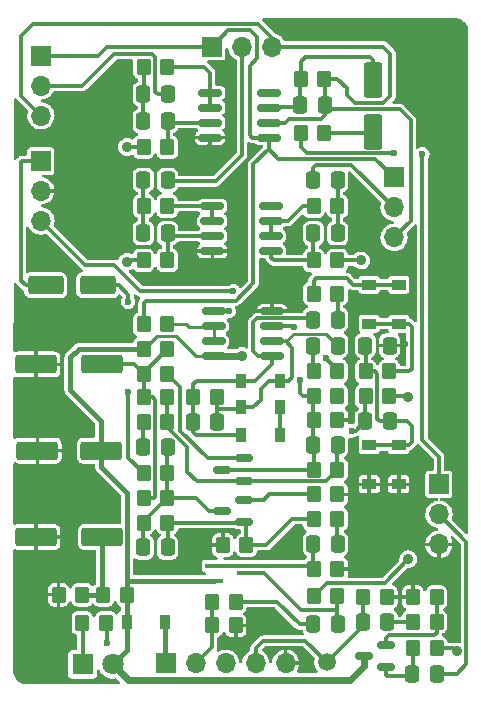
<source format=gbr>
%TF.GenerationSoftware,KiCad,Pcbnew,(6.0.2)*%
%TF.CreationDate,2022-08-13T11:44:49+02:00*%
%TF.ProjectId,HM2,484d322e-6b69-4636-9164-5f7063625858,rev?*%
%TF.SameCoordinates,Original*%
%TF.FileFunction,Copper,L1,Top*%
%TF.FilePolarity,Positive*%
%FSLAX46Y46*%
G04 Gerber Fmt 4.6, Leading zero omitted, Abs format (unit mm)*
G04 Created by KiCad (PCBNEW (6.0.2)) date 2022-08-13 11:44:49*
%MOMM*%
%LPD*%
G01*
G04 APERTURE LIST*
G04 Aperture macros list*
%AMRoundRect*
0 Rectangle with rounded corners*
0 $1 Rounding radius*
0 $2 $3 $4 $5 $6 $7 $8 $9 X,Y pos of 4 corners*
0 Add a 4 corners polygon primitive as box body*
4,1,4,$2,$3,$4,$5,$6,$7,$8,$9,$2,$3,0*
0 Add four circle primitives for the rounded corners*
1,1,$1+$1,$2,$3*
1,1,$1+$1,$4,$5*
1,1,$1+$1,$6,$7*
1,1,$1+$1,$8,$9*
0 Add four rect primitives between the rounded corners*
20,1,$1+$1,$2,$3,$4,$5,0*
20,1,$1+$1,$4,$5,$6,$7,0*
20,1,$1+$1,$6,$7,$8,$9,0*
20,1,$1+$1,$8,$9,$2,$3,0*%
G04 Aperture macros list end*
%TA.AperFunction,SMDPad,CuDef*%
%ADD10RoundRect,0.250000X0.337500X0.475000X-0.337500X0.475000X-0.337500X-0.475000X0.337500X-0.475000X0*%
%TD*%
%TA.AperFunction,SMDPad,CuDef*%
%ADD11R,1.200000X0.900000*%
%TD*%
%TA.AperFunction,SMDPad,CuDef*%
%ADD12RoundRect,0.250000X-0.337500X-0.475000X0.337500X-0.475000X0.337500X0.475000X-0.337500X0.475000X0*%
%TD*%
%TA.AperFunction,SMDPad,CuDef*%
%ADD13RoundRect,0.250000X0.350000X0.450000X-0.350000X0.450000X-0.350000X-0.450000X0.350000X-0.450000X0*%
%TD*%
%TA.AperFunction,SMDPad,CuDef*%
%ADD14R,1.500000X0.450000*%
%TD*%
%TA.AperFunction,SMDPad,CuDef*%
%ADD15RoundRect,0.150000X0.587500X0.150000X-0.587500X0.150000X-0.587500X-0.150000X0.587500X-0.150000X0*%
%TD*%
%TA.AperFunction,SMDPad,CuDef*%
%ADD16RoundRect,0.150000X-0.825000X-0.150000X0.825000X-0.150000X0.825000X0.150000X-0.825000X0.150000X0*%
%TD*%
%TA.AperFunction,SMDPad,CuDef*%
%ADD17RoundRect,0.250000X-0.350000X-0.450000X0.350000X-0.450000X0.350000X0.450000X-0.350000X0.450000X0*%
%TD*%
%TA.AperFunction,ComponentPad*%
%ADD18R,1.700000X1.700000*%
%TD*%
%TA.AperFunction,ComponentPad*%
%ADD19O,1.700000X1.700000*%
%TD*%
%TA.AperFunction,SMDPad,CuDef*%
%ADD20R,0.900000X1.200000*%
%TD*%
%TA.AperFunction,SMDPad,CuDef*%
%ADD21RoundRect,0.250000X1.250000X0.550000X-1.250000X0.550000X-1.250000X-0.550000X1.250000X-0.550000X0*%
%TD*%
%TA.AperFunction,SMDPad,CuDef*%
%ADD22RoundRect,0.250000X1.500000X0.550000X-1.500000X0.550000X-1.500000X-0.550000X1.500000X-0.550000X0*%
%TD*%
%TA.AperFunction,SMDPad,CuDef*%
%ADD23C,1.500000*%
%TD*%
%TA.AperFunction,SMDPad,CuDef*%
%ADD24RoundRect,0.250000X-0.550000X1.250000X-0.550000X-1.250000X0.550000X-1.250000X0.550000X1.250000X0*%
%TD*%
%TA.AperFunction,SMDPad,CuDef*%
%ADD25RoundRect,0.150000X0.825000X0.150000X-0.825000X0.150000X-0.825000X-0.150000X0.825000X-0.150000X0*%
%TD*%
%TA.AperFunction,ComponentPad*%
%ADD26R,1.800000X1.800000*%
%TD*%
%TA.AperFunction,ComponentPad*%
%ADD27C,1.800000*%
%TD*%
%TA.AperFunction,ViaPad*%
%ADD28C,0.600000*%
%TD*%
%TA.AperFunction,ViaPad*%
%ADD29C,0.900000*%
%TD*%
%TA.AperFunction,Conductor*%
%ADD30C,0.300000*%
%TD*%
%TA.AperFunction,Conductor*%
%ADD31C,0.600000*%
%TD*%
%TA.AperFunction,Conductor*%
%ADD32C,0.400000*%
%TD*%
%TA.AperFunction,Conductor*%
%ADD33C,0.250000*%
%TD*%
G04 APERTURE END LIST*
D10*
%TO.P,C10,1*%
%TO.N,Net-(C10-Pad1)*%
X142037500Y-105600000D03*
%TO.P,C10,2*%
%TO.N,Net-(C10-Pad2)*%
X139962500Y-105600000D03*
%TD*%
D11*
%TO.P,D8,1,K*%
%TO.N,Net-(C23-Pad1)*%
X144700000Y-128050000D03*
%TO.P,D8,2,A*%
%TO.N,GND*%
X144700000Y-131350000D03*
%TD*%
D12*
%TO.P,C22,1*%
%TO.N,/OUT*%
X144162500Y-143000000D03*
%TO.P,C22,2*%
%TO.N,Net-(C22-Pad2)*%
X146237500Y-143000000D03*
%TD*%
D13*
%TO.P,R34,1*%
%TO.N,Net-(Q4-Pad2)*%
X150400000Y-140900000D03*
%TO.P,R34,2*%
%TO.N,GND*%
X148400000Y-140900000D03*
%TD*%
D10*
%TO.P,C3,1*%
%TO.N,Net-(C3-Pad1)*%
X127637500Y-100600000D03*
%TO.P,C3,2*%
%TO.N,Net-(C2-Pad1)*%
X125562500Y-100600000D03*
%TD*%
D13*
%TO.P,R17,1*%
%TO.N,/+4V5*%
X142000000Y-112400000D03*
%TO.P,R17,2*%
%TO.N,Net-(C11-Pad1)*%
X140000000Y-112400000D03*
%TD*%
D12*
%TO.P,C19,1*%
%TO.N,Net-(C19-Pad1)*%
X129762500Y-126100000D03*
%TO.P,C19,2*%
%TO.N,Net-(C15-Pad2)*%
X131837500Y-126100000D03*
%TD*%
D14*
%TO.P,Q1,1,S*%
%TO.N,Net-(C8-Pad1)*%
X131570000Y-138250000D03*
%TO.P,Q1,2,D*%
%TO.N,+9V*%
X131570000Y-139550000D03*
%TO.P,Q1,3,G*%
%TO.N,Net-(C1-Pad2)*%
X134230000Y-138900000D03*
%TD*%
D15*
%TO.P,Q4,1,B*%
%TO.N,Net-(C20-Pad1)*%
X146137500Y-146850000D03*
%TO.P,Q4,2,E*%
%TO.N,Net-(Q4-Pad2)*%
X146137500Y-144950000D03*
%TO.P,Q4,3,C*%
%TO.N,+9V*%
X144262500Y-145900000D03*
%TD*%
D16*
%TO.P,U2,1*%
%TO.N,Net-(R7-Pad2)*%
X131225000Y-98195000D03*
%TO.P,U2,2,-*%
X131225000Y-99465000D03*
%TO.P,U2,3,+*%
%TO.N,Net-(C3-Pad1)*%
X131225000Y-100735000D03*
%TO.P,U2,4,V-*%
%TO.N,GND*%
X131225000Y-102005000D03*
%TO.P,U2,5,+*%
%TO.N,Net-(R5-Pad1)*%
X136175000Y-102005000D03*
%TO.P,U2,6,-*%
%TO.N,Net-(C16-Pad2)*%
X136175000Y-100735000D03*
%TO.P,U2,7*%
%TO.N,Net-(C16-Pad1)*%
X136175000Y-99465000D03*
%TO.P,U2,8,V+*%
%TO.N,+9V*%
X136175000Y-98195000D03*
%TD*%
D15*
%TO.P,Q2,1,B*%
%TO.N,Net-(C9-Pad1)*%
X134137500Y-134550000D03*
%TO.P,Q2,2,E*%
%TO.N,Net-(Q2-Pad2)*%
X134137500Y-132650000D03*
%TO.P,Q2,3,C*%
%TO.N,Net-(C14-Pad1)*%
X132262500Y-133600000D03*
%TD*%
D17*
%TO.P,R16,1*%
%TO.N,Net-(C14-Pad1)*%
X125600000Y-134600000D03*
%TO.P,R16,2*%
%TO.N,Net-(C9-Pad1)*%
X127600000Y-134600000D03*
%TD*%
D13*
%TO.P,R21,1*%
%TO.N,Net-(C10-Pad1)*%
X142000000Y-107800000D03*
%TO.P,R21,2*%
%TO.N,Net-(R21-Pad2)*%
X140000000Y-107800000D03*
%TD*%
D18*
%TO.P,RV5,1,1*%
%TO.N,Net-(R31-Pad1)*%
X150600000Y-131360000D03*
D19*
%TO.P,RV5,2,2*%
%TO.N,Net-(C20-Pad2)*%
X150600000Y-133900000D03*
%TO.P,RV5,3,3*%
%TO.N,GND*%
X150600000Y-136440000D03*
%TD*%
D13*
%TO.P,R8,1*%
%TO.N,/LED*%
X122400000Y-143100000D03*
%TO.P,R8,2*%
%TO.N,Net-(D2-Pad1)*%
X120400000Y-143100000D03*
%TD*%
D17*
%TO.P,R22,1*%
%TO.N,Net-(C15-Pad1)*%
X140000000Y-121800000D03*
%TO.P,R22,2*%
%TO.N,Net-(R22-Pad2)*%
X142000000Y-121800000D03*
%TD*%
%TO.P,R26,1*%
%TO.N,Net-(C17-Pad1)*%
X140000000Y-130100000D03*
%TO.P,R26,2*%
%TO.N,Net-(C17-Pad2)*%
X142000000Y-130100000D03*
%TD*%
D10*
%TO.P,C21,1*%
%TO.N,Net-(C21-Pad1)*%
X142037500Y-117400000D03*
%TO.P,C21,2*%
%TO.N,Net-(C19-Pad1)*%
X139962500Y-117400000D03*
%TD*%
D12*
%TO.P,C5,1*%
%TO.N,Net-(C5-Pad1)*%
X125562500Y-105590000D03*
%TO.P,C5,2*%
%TO.N,Net-(C5-Pad2)*%
X127637500Y-105590000D03*
%TD*%
D17*
%TO.P,R37,1*%
%TO.N,/OUT*%
X144200000Y-140900000D03*
%TO.P,R37,2*%
%TO.N,GND*%
X146200000Y-140900000D03*
%TD*%
D10*
%TO.P,C6,1*%
%TO.N,Net-(C6-Pad1)*%
X127637500Y-110090000D03*
%TO.P,C6,2*%
%TO.N,Net-(C5-Pad1)*%
X125562500Y-110090000D03*
%TD*%
D17*
%TO.P,R18,1*%
%TO.N,Net-(C12-Pad1)*%
X125600000Y-132500000D03*
%TO.P,R18,2*%
%TO.N,Net-(C14-Pad1)*%
X127600000Y-132500000D03*
%TD*%
D13*
%TO.P,R38,1*%
%TO.N,Net-(D6-Pad2)*%
X146400000Y-121800000D03*
%TO.P,R38,2*%
%TO.N,Net-(C23-Pad1)*%
X144400000Y-121800000D03*
%TD*%
%TO.P,R28,1*%
%TO.N,Net-(Q3-Pad2)*%
X127600000Y-122000000D03*
%TO.P,R28,2*%
%TO.N,Net-(C12-Pad1)*%
X125600000Y-122000000D03*
%TD*%
D20*
%TO.P,D4,1,K*%
%TO.N,Net-(C19-Pad1)*%
X133850000Y-122600000D03*
%TO.P,D4,2,A*%
%TO.N,Net-(C15-Pad2)*%
X137150000Y-122600000D03*
%TD*%
D21*
%TO.P,C13,1*%
%TO.N,Net-(C13-Pad1)*%
X121700000Y-114500000D03*
%TO.P,C13,2*%
%TO.N,Net-(C13-Pad2)*%
X117300000Y-114500000D03*
%TD*%
D13*
%TO.P,R29,1*%
%TO.N,+9V*%
X142000000Y-123900000D03*
%TO.P,R29,2*%
%TO.N,Net-(C17-Pad1)*%
X140000000Y-123900000D03*
%TD*%
D12*
%TO.P,C1,1*%
%TO.N,Net-(C1-Pad1)*%
X139962500Y-143200000D03*
%TO.P,C1,2*%
%TO.N,Net-(C1-Pad2)*%
X142037500Y-143200000D03*
%TD*%
%TO.P,C20,1*%
%TO.N,Net-(C20-Pad1)*%
X148362500Y-147400000D03*
%TO.P,C20,2*%
%TO.N,Net-(C20-Pad2)*%
X150437500Y-147400000D03*
%TD*%
D13*
%TO.P,R33,1*%
%TO.N,/+4V5*%
X150400000Y-145200000D03*
%TO.P,R33,2*%
%TO.N,Net-(C20-Pad1)*%
X148400000Y-145200000D03*
%TD*%
D18*
%TO.P,RV4,1,1*%
%TO.N,Net-(R5-Pad1)*%
X146800000Y-105375000D03*
D19*
%TO.P,RV4,2,2*%
%TO.N,Net-(C10-Pad2)*%
X146800000Y-107915000D03*
%TO.P,RV4,3,3*%
%TO.N,Net-(C16-Pad2)*%
X146800000Y-110455000D03*
%TD*%
D17*
%TO.P,R24,1*%
%TO.N,Net-(C12-Pad1)*%
X125600000Y-124000000D03*
%TO.P,R24,2*%
%TO.N,Net-(C17-Pad2)*%
X127600000Y-124000000D03*
%TD*%
D13*
%TO.P,R35,1*%
%TO.N,Net-(C21-Pad1)*%
X142000000Y-115200000D03*
%TO.P,R35,2*%
%TO.N,Net-(D6-Pad1)*%
X140000000Y-115200000D03*
%TD*%
D12*
%TO.P,C17,1*%
%TO.N,Net-(C17-Pad1)*%
X139962500Y-128000000D03*
%TO.P,C17,2*%
%TO.N,Net-(C17-Pad2)*%
X142037500Y-128000000D03*
%TD*%
D13*
%TO.P,R19,1*%
%TO.N,GND*%
X142000000Y-132200000D03*
%TO.P,R19,2*%
%TO.N,Net-(Q2-Pad2)*%
X140000000Y-132200000D03*
%TD*%
%TO.P,R32,1*%
%TO.N,Net-(C15-Pad2)*%
X131800000Y-124000000D03*
%TO.P,R32,2*%
%TO.N,Net-(C19-Pad1)*%
X129800000Y-124000000D03*
%TD*%
D22*
%TO.P,C12,1*%
%TO.N,Net-(C12-Pad1)*%
X122100000Y-121200000D03*
%TO.P,C12,2*%
%TO.N,GND*%
X116500000Y-121200000D03*
%TD*%
D16*
%TO.P,U3,1*%
%TO.N,Net-(R13-Pad2)*%
X131425000Y-107795000D03*
%TO.P,U3,2,-*%
X131425000Y-109065000D03*
%TO.P,U3,3,+*%
%TO.N,Net-(C6-Pad1)*%
X131425000Y-110335000D03*
%TO.P,U3,4,V-*%
%TO.N,GND*%
X131425000Y-111605000D03*
%TO.P,U3,5,+*%
%TO.N,Net-(C11-Pad1)*%
X136375000Y-111605000D03*
%TO.P,U3,6,-*%
%TO.N,Net-(R21-Pad2)*%
X136375000Y-110335000D03*
%TO.P,U3,7*%
X136375000Y-109065000D03*
%TO.P,U3,8,V+*%
%TO.N,+9V*%
X136375000Y-107795000D03*
%TD*%
D18*
%TO.P,RV2,1,1*%
%TO.N,Net-(R5-Pad1)*%
X131375000Y-94300000D03*
D19*
%TO.P,RV2,2,2*%
%TO.N,Net-(C5-Pad2)*%
X133915000Y-94300000D03*
%TO.P,RV2,3,3*%
%TO.N,Net-(C16-Pad2)*%
X136455000Y-94300000D03*
%TD*%
D10*
%TO.P,C9,1*%
%TO.N,Net-(C9-Pad1)*%
X127637500Y-136700000D03*
%TO.P,C9,2*%
%TO.N,Net-(C14-Pad1)*%
X125562500Y-136700000D03*
%TD*%
D18*
%TO.P,J1,1,Pin_1*%
%TO.N,+BATT*%
X127460000Y-146500000D03*
D19*
%TO.P,J1,2,Pin_2*%
%TO.N,/IN*%
X130000000Y-146500000D03*
%TO.P,J1,3,Pin_3*%
%TO.N,/LED*%
X132540000Y-146500000D03*
%TO.P,J1,4,Pin_4*%
%TO.N,/OUT*%
X135080000Y-146500000D03*
%TO.P,J1,5,Pin_5*%
%TO.N,GND*%
X137620000Y-146500000D03*
%TD*%
D17*
%TO.P,R11,1*%
%TO.N,/+4V5*%
X125600000Y-112390000D03*
%TO.P,R11,2*%
%TO.N,Net-(C6-Pad1)*%
X127600000Y-112390000D03*
%TD*%
D13*
%TO.P,R3,1*%
%TO.N,Net-(C1-Pad1)*%
X133400000Y-141300000D03*
%TO.P,R3,2*%
%TO.N,/IN*%
X131400000Y-141300000D03*
%TD*%
D17*
%TO.P,R20,1*%
%TO.N,Net-(C13-Pad1)*%
X125600000Y-130400000D03*
%TO.P,R20,2*%
%TO.N,Net-(C14-Pad1)*%
X127600000Y-130400000D03*
%TD*%
%TO.P,R23,1*%
%TO.N,Net-(C14-Pad2)*%
X125600000Y-126100000D03*
%TO.P,R23,2*%
%TO.N,Net-(C17-Pad2)*%
X127600000Y-126100000D03*
%TD*%
D12*
%TO.P,C15,1*%
%TO.N,Net-(C15-Pad1)*%
X139962500Y-119600000D03*
%TO.P,C15,2*%
%TO.N,Net-(C15-Pad2)*%
X142037500Y-119600000D03*
%TD*%
D18*
%TO.P,RV1,1,1*%
%TO.N,Net-(R5-Pad1)*%
X116900000Y-95060000D03*
D19*
%TO.P,RV1,2,2*%
%TO.N,Net-(C2-Pad2)*%
X116900000Y-97600000D03*
%TO.P,RV1,3,3*%
%TO.N,Net-(C16-Pad2)*%
X116900000Y-100140000D03*
%TD*%
D13*
%TO.P,R12,1*%
%TO.N,/+4V5*%
X120400000Y-140700000D03*
%TO.P,R12,2*%
%TO.N,GND*%
X118400000Y-140700000D03*
%TD*%
D12*
%TO.P,C11,1*%
%TO.N,Net-(C11-Pad1)*%
X139962500Y-110100000D03*
%TO.P,C11,2*%
%TO.N,Net-(C10-Pad1)*%
X142037500Y-110100000D03*
%TD*%
D13*
%TO.P,R36,1*%
%TO.N,Net-(Q4-Pad2)*%
X150400000Y-143000000D03*
%TO.P,R36,2*%
%TO.N,Net-(C22-Pad2)*%
X148400000Y-143000000D03*
%TD*%
D10*
%TO.P,C14,1*%
%TO.N,Net-(C14-Pad1)*%
X127637500Y-128200000D03*
%TO.P,C14,2*%
%TO.N,Net-(C14-Pad2)*%
X125562500Y-128200000D03*
%TD*%
D12*
%TO.P,C16,1*%
%TO.N,Net-(C16-Pad1)*%
X138862500Y-99200000D03*
%TO.P,C16,2*%
%TO.N,Net-(C16-Pad2)*%
X140937500Y-99200000D03*
%TD*%
D20*
%TO.P,D5,1,K*%
%TO.N,Net-(D3-Pad2)*%
X137150000Y-127200000D03*
%TO.P,D5,2,A*%
%TO.N,Net-(C19-Pad1)*%
X133850000Y-127200000D03*
%TD*%
D17*
%TO.P,R30,1*%
%TO.N,Net-(C17-Pad1)*%
X140000000Y-125900000D03*
%TO.P,R30,2*%
%TO.N,GND*%
X142000000Y-125900000D03*
%TD*%
D11*
%TO.P,D6,1,K*%
%TO.N,Net-(D6-Pad1)*%
X147200000Y-114450000D03*
%TO.P,D6,2,A*%
%TO.N,Net-(D6-Pad2)*%
X147200000Y-117750000D03*
%TD*%
D17*
%TO.P,R1,1*%
%TO.N,Net-(C24-Pad1)*%
X144400000Y-123900000D03*
%TO.P,R1,2*%
%TO.N,/+4V5*%
X146400000Y-123900000D03*
%TD*%
D12*
%TO.P,C23,1*%
%TO.N,Net-(C23-Pad1)*%
X144362500Y-119600000D03*
%TO.P,C23,2*%
%TO.N,GND*%
X146437500Y-119600000D03*
%TD*%
D15*
%TO.P,Q3,1,B*%
%TO.N,Net-(C17-Pad2)*%
X134137500Y-131050000D03*
%TO.P,Q3,2,E*%
%TO.N,Net-(Q3-Pad2)*%
X134137500Y-129150000D03*
%TO.P,Q3,3,C*%
%TO.N,Net-(C17-Pad1)*%
X132262500Y-130100000D03*
%TD*%
D11*
%TO.P,D9,1,K*%
%TO.N,GND*%
X147200000Y-131350000D03*
%TO.P,D9,2,A*%
%TO.N,Net-(C23-Pad1)*%
X147200000Y-128050000D03*
%TD*%
D17*
%TO.P,R13,1*%
%TO.N,Net-(C5-Pad1)*%
X125600000Y-107790000D03*
%TO.P,R13,2*%
%TO.N,Net-(R13-Pad2)*%
X127600000Y-107790000D03*
%TD*%
D18*
%TO.P,RV3,1,1*%
%TO.N,Net-(C13-Pad2)*%
X116900000Y-103975000D03*
D19*
%TO.P,RV3,2,2*%
%TO.N,GND*%
X116900000Y-106515000D03*
%TO.P,RV3,3,3*%
%TO.N,Net-(R22-Pad2)*%
X116900000Y-109055000D03*
%TD*%
D13*
%TO.P,R14,1*%
%TO.N,Net-(C8-Pad2)*%
X142000000Y-134300000D03*
%TO.P,R14,2*%
%TO.N,Net-(C9-Pad1)*%
X140000000Y-134300000D03*
%TD*%
D23*
%TO.P,TP1,1,1*%
%TO.N,/OUT*%
X141100000Y-146400000D03*
%TD*%
D17*
%TO.P,R4,1*%
%TO.N,/+4V5*%
X125600000Y-102800000D03*
%TO.P,R4,2*%
%TO.N,Net-(C3-Pad1)*%
X127600000Y-102800000D03*
%TD*%
D24*
%TO.P,C18,1*%
%TO.N,Net-(C16-Pad1)*%
X145000000Y-97100000D03*
%TO.P,C18,2*%
%TO.N,Net-(C18-Pad2)*%
X145000000Y-101500000D03*
%TD*%
D17*
%TO.P,R9,1*%
%TO.N,/+4V5*%
X122200000Y-140700000D03*
%TO.P,R9,2*%
%TO.N,+9V*%
X124200000Y-140700000D03*
%TD*%
D22*
%TO.P,C4,1*%
%TO.N,+9V*%
X122000000Y-128500000D03*
%TO.P,C4,2*%
%TO.N,GND*%
X116600000Y-128500000D03*
%TD*%
D25*
%TO.P,U1,1*%
%TO.N,Net-(C19-Pad1)*%
X136475000Y-120505000D03*
%TO.P,U1,2,-*%
%TO.N,Net-(C15-Pad2)*%
X136475000Y-119235000D03*
%TO.P,U1,3,+*%
%TO.N,Net-(C17-Pad1)*%
X136475000Y-117965000D03*
%TO.P,U1,4,V-*%
%TO.N,GND*%
X136475000Y-116695000D03*
%TO.P,U1,5,+*%
%TO.N,Net-(C24-Pad1)*%
X131525000Y-116695000D03*
%TO.P,U1,6,-*%
%TO.N,Net-(R5-Pad2)*%
X131525000Y-117965000D03*
%TO.P,U1,7*%
X131525000Y-119235000D03*
%TO.P,U1,8,V+*%
%TO.N,+9V*%
X131525000Y-120505000D03*
%TD*%
D17*
%TO.P,R31,1*%
%TO.N,Net-(R31-Pad1)*%
X138900000Y-101600000D03*
%TO.P,R31,2*%
%TO.N,Net-(C18-Pad2)*%
X140900000Y-101600000D03*
%TD*%
D12*
%TO.P,C24,1*%
%TO.N,Net-(C24-Pad1)*%
X144362500Y-126000000D03*
%TO.P,C24,2*%
%TO.N,Net-(C23-Pad1)*%
X146437500Y-126000000D03*
%TD*%
D17*
%TO.P,R7,1*%
%TO.N,Net-(C2-Pad1)*%
X125600000Y-96000000D03*
%TO.P,R7,2*%
%TO.N,Net-(R7-Pad2)*%
X127600000Y-96000000D03*
%TD*%
D26*
%TO.P,D2,1,K*%
%TO.N,Net-(D2-Pad1)*%
X120425000Y-146600000D03*
D27*
%TO.P,D2,2,A*%
%TO.N,+9V*%
X122965000Y-146600000D03*
%TD*%
D20*
%TO.P,D1,1,K*%
%TO.N,+9V*%
X124150000Y-143000000D03*
%TO.P,D1,2,A*%
%TO.N,+BATT*%
X127450000Y-143000000D03*
%TD*%
D22*
%TO.P,C7,1*%
%TO.N,/+4V5*%
X122100000Y-135800000D03*
%TO.P,C7,2*%
%TO.N,GND*%
X116500000Y-135800000D03*
%TD*%
D17*
%TO.P,R10,1*%
%TO.N,Net-(C8-Pad1)*%
X140000000Y-138500000D03*
%TO.P,R10,2*%
%TO.N,GND*%
X142000000Y-138500000D03*
%TD*%
D20*
%TO.P,D3,1,K*%
%TO.N,Net-(C15-Pad2)*%
X133850000Y-124800000D03*
%TO.P,D3,2,A*%
%TO.N,Net-(D3-Pad2)*%
X137150000Y-124800000D03*
%TD*%
D13*
%TO.P,R2,1*%
%TO.N,GND*%
X133400000Y-143300000D03*
%TO.P,R2,2*%
%TO.N,/IN*%
X131400000Y-143300000D03*
%TD*%
D12*
%TO.P,C8,1*%
%TO.N,Net-(C8-Pad1)*%
X139962500Y-136400000D03*
%TO.P,C8,2*%
%TO.N,Net-(C8-Pad2)*%
X142037500Y-136400000D03*
%TD*%
D17*
%TO.P,R15,1*%
%TO.N,GND*%
X132300000Y-136500000D03*
%TO.P,R15,2*%
%TO.N,Net-(C9-Pad1)*%
X134300000Y-136500000D03*
%TD*%
D13*
%TO.P,R27,1*%
%TO.N,Net-(C12-Pad1)*%
X127600000Y-119900000D03*
%TO.P,R27,2*%
%TO.N,+9V*%
X125600000Y-119900000D03*
%TD*%
D17*
%TO.P,R5,1*%
%TO.N,Net-(R5-Pad1)*%
X125600000Y-117800000D03*
%TO.P,R5,2*%
%TO.N,Net-(R5-Pad2)*%
X127600000Y-117800000D03*
%TD*%
%TO.P,R25,1*%
%TO.N,Net-(C16-Pad1)*%
X138900000Y-97000000D03*
%TO.P,R25,2*%
%TO.N,Net-(C16-Pad2)*%
X140900000Y-97000000D03*
%TD*%
D12*
%TO.P,C2,1*%
%TO.N,Net-(C2-Pad1)*%
X125562500Y-98300000D03*
%TO.P,C2,2*%
%TO.N,Net-(C2-Pad2)*%
X127637500Y-98300000D03*
%TD*%
D11*
%TO.P,D7,1,K*%
%TO.N,Net-(D6-Pad2)*%
X144700000Y-117750000D03*
%TO.P,D7,2,A*%
%TO.N,Net-(D6-Pad1)*%
X144700000Y-114450000D03*
%TD*%
D13*
%TO.P,R6,1*%
%TO.N,Net-(C1-Pad2)*%
X142000000Y-140800000D03*
%TO.P,R6,2*%
%TO.N,/+4V5*%
X140000000Y-140800000D03*
%TD*%
D28*
%TO.N,GND*%
X122700000Y-99200000D03*
X122800000Y-102000000D03*
X122800000Y-104700000D03*
X122800000Y-107800000D03*
X122800000Y-110200000D03*
X120400000Y-110200000D03*
X120400000Y-107800000D03*
X120400000Y-104700000D03*
X120400000Y-99200000D03*
X120400000Y-102000000D03*
X116900000Y-102000000D03*
X116500000Y-122900000D03*
X116500000Y-119300000D03*
X119300000Y-128500000D03*
X119300000Y-135800000D03*
X144700000Y-137400000D03*
X147200000Y-135000000D03*
X144700000Y-135000000D03*
X151000000Y-109500000D03*
X151000000Y-106100000D03*
X151000000Y-100900000D03*
X151000000Y-96800000D03*
X151000000Y-93100000D03*
X140100000Y-93100000D03*
X137600000Y-137000000D03*
X137000000Y-143400000D03*
X116100000Y-145500000D03*
X116100000Y-140700000D03*
X116500000Y-132100000D03*
X151200000Y-138900000D03*
X147300000Y-139800000D03*
X144700000Y-132500000D03*
X147200000Y-132400000D03*
%TO.N,+9V*%
X142100000Y-124000000D03*
X136200000Y-98200000D03*
X136500000Y-107800000D03*
D29*
X133900000Y-120500000D03*
D28*
%TO.N,GND*%
X147700000Y-119500000D03*
X129800000Y-111600000D03*
X143400000Y-132500000D03*
X136500000Y-115800000D03*
X131000000Y-136600000D03*
X143900000Y-138700000D03*
X116500000Y-129900000D03*
X116500000Y-127200000D03*
X134900000Y-116700000D03*
X116400000Y-137300000D03*
X143200000Y-125900000D03*
X129700000Y-102000000D03*
X131400000Y-112500000D03*
X134900000Y-143400000D03*
X116400000Y-134400000D03*
X131200000Y-102800000D03*
D29*
%TO.N,/+4V5*%
X122100000Y-135800000D03*
X124200000Y-102800000D03*
X148000000Y-124000000D03*
X148000000Y-137700000D03*
X124200000Y-112500000D03*
X144000000Y-112400000D03*
X152100000Y-145500000D03*
D28*
%TO.N,Net-(C13-Pad1)*%
X124300000Y-115900000D03*
X124300000Y-123500000D03*
%TO.N,Net-(C17-Pad1)*%
X138800000Y-122500000D03*
X138300000Y-118000000D03*
%TO.N,Net-(C24-Pad1)*%
X132800000Y-116700000D03*
X143200000Y-126800000D03*
%TO.N,/LED*%
X122500000Y-144800000D03*
%TO.N,Net-(R22-Pad2)*%
X141000000Y-120700000D03*
X133200000Y-115000000D03*
%TO.N,Net-(R31-Pad1)*%
X146800000Y-103300000D03*
X149200000Y-103400000D03*
%TD*%
D30*
%TO.N,Net-(C1-Pad1)*%
X138800000Y-143200000D02*
X136900000Y-141300000D01*
X139962500Y-143200000D02*
X138800000Y-143200000D01*
X136900000Y-141300000D02*
X133400000Y-141300000D01*
%TO.N,Net-(C1-Pad2)*%
X142000000Y-142000000D02*
X138900000Y-142000000D01*
X142000000Y-142000000D02*
X142000000Y-143162500D01*
X142000000Y-140800000D02*
X142000000Y-142000000D01*
X138900000Y-142000000D02*
X135800000Y-138900000D01*
X135800000Y-138900000D02*
X134230000Y-138900000D01*
X142000000Y-143162500D02*
X142037500Y-143200000D01*
%TO.N,Net-(C2-Pad1)*%
X125600000Y-96000000D02*
X125600000Y-98262500D01*
X125600000Y-98262500D02*
X125562500Y-98300000D01*
X125562500Y-100600000D02*
X125562500Y-98300000D01*
%TO.N,Net-(C2-Pad2)*%
X116900000Y-97600000D02*
X120400000Y-97600000D01*
X126600000Y-95200000D02*
X126600000Y-98100000D01*
X126600000Y-98100000D02*
X126800000Y-98300000D01*
X120400000Y-97600000D02*
X123100000Y-94900000D01*
X123100000Y-94900000D02*
X126300000Y-94900000D01*
X126300000Y-94900000D02*
X126600000Y-95200000D01*
X126800000Y-98300000D02*
X127637500Y-98300000D01*
%TO.N,Net-(C3-Pad1)*%
X131225000Y-100735000D02*
X127772500Y-100735000D01*
X127637500Y-100600000D02*
X127637500Y-102762500D01*
X127772500Y-100735000D02*
X127637500Y-100600000D01*
X127637500Y-102762500D02*
X127600000Y-102800000D01*
D31*
%TO.N,+9V*%
X143100000Y-147900000D02*
X124265000Y-147900000D01*
D32*
X122965000Y-146600000D02*
X124150000Y-145415000D01*
D33*
X128300000Y-118800000D02*
X130005000Y-120505000D01*
D32*
X122000000Y-128500000D02*
X122000000Y-126000000D01*
X124200000Y-132100000D02*
X122000000Y-129900000D01*
X124150000Y-143000000D02*
X124150000Y-140750000D01*
D31*
X144262500Y-146737500D02*
X143100000Y-147900000D01*
D32*
X124150000Y-145415000D02*
X124150000Y-143000000D01*
D33*
X130005000Y-120505000D02*
X131525000Y-120505000D01*
D31*
X131525000Y-120505000D02*
X133895000Y-120505000D01*
X133895000Y-120505000D02*
X133900000Y-120500000D01*
D32*
X122000000Y-129900000D02*
X122000000Y-128500000D01*
X124200000Y-140700000D02*
X124200000Y-139500000D01*
D31*
X124265000Y-147900000D02*
X122965000Y-146600000D01*
D32*
X119400000Y-123400000D02*
X119400000Y-120600000D01*
X124250000Y-139550000D02*
X124200000Y-139500000D01*
X124150000Y-140750000D02*
X124200000Y-140700000D01*
X119400000Y-120600000D02*
X120100000Y-119900000D01*
X131570000Y-139550000D02*
X124250000Y-139550000D01*
X122000000Y-126000000D02*
X119400000Y-123400000D01*
D33*
X126700000Y-118800000D02*
X128300000Y-118800000D01*
D32*
X124200000Y-139500000D02*
X124200000Y-132100000D01*
D33*
X125600000Y-119900000D02*
X126700000Y-118800000D01*
D32*
X120100000Y-119900000D02*
X125600000Y-119900000D01*
D31*
X144262500Y-145900000D02*
X144262500Y-146737500D01*
D30*
%TO.N,Net-(C5-Pad1)*%
X125562500Y-110090000D02*
X125562500Y-105590000D01*
%TO.N,Net-(C5-Pad2)*%
X133915000Y-103485000D02*
X131700000Y-105700000D01*
X133915000Y-94300000D02*
X133915000Y-103485000D01*
X131700000Y-105700000D02*
X127747500Y-105700000D01*
X127747500Y-105700000D02*
X127637500Y-105590000D01*
%TO.N,Net-(C6-Pad1)*%
X131425000Y-110335000D02*
X127882500Y-110335000D01*
X127637500Y-110090000D02*
X127637500Y-112352500D01*
X127882500Y-110335000D02*
X127637500Y-110090000D01*
X127637500Y-112352500D02*
X127600000Y-112390000D01*
%TO.N,/+4V5*%
X146400000Y-123900000D02*
X147900000Y-123900000D01*
X141100000Y-139700000D02*
X146000000Y-139700000D01*
D32*
X122100000Y-140600000D02*
X122200000Y-140700000D01*
D30*
X140000000Y-140800000D02*
X141100000Y-139700000D01*
X150400000Y-145200000D02*
X151800000Y-145200000D01*
X146000000Y-139700000D02*
X148000000Y-137700000D01*
X151800000Y-145200000D02*
X152100000Y-145500000D01*
X147900000Y-123900000D02*
X148000000Y-124000000D01*
X124310000Y-112390000D02*
X124200000Y-112500000D01*
X125600000Y-102800000D02*
X124200000Y-102800000D01*
X142000000Y-112400000D02*
X144000000Y-112400000D01*
D32*
X120400000Y-140700000D02*
X122200000Y-140700000D01*
D30*
X125600000Y-112390000D02*
X124310000Y-112390000D01*
D32*
X122100000Y-135800000D02*
X122100000Y-140600000D01*
D30*
%TO.N,Net-(C8-Pad1)*%
X139962500Y-138462500D02*
X140000000Y-138500000D01*
X139750000Y-138250000D02*
X140000000Y-138500000D01*
X139962500Y-136400000D02*
X139962500Y-138462500D01*
X131570000Y-138250000D02*
X139750000Y-138250000D01*
%TO.N,Net-(C8-Pad2)*%
X142000000Y-136362500D02*
X142037500Y-136400000D01*
X142000000Y-134300000D02*
X142000000Y-136362500D01*
%TO.N,Net-(C9-Pad1)*%
X127637500Y-136700000D02*
X127637500Y-134637500D01*
X134087500Y-134600000D02*
X134137500Y-134550000D01*
X134300000Y-136500000D02*
X134300000Y-134712500D01*
X138200000Y-134300000D02*
X136000000Y-136500000D01*
X136000000Y-136500000D02*
X134300000Y-136500000D01*
X140000000Y-134300000D02*
X138200000Y-134300000D01*
X127600000Y-134600000D02*
X134087500Y-134600000D01*
X134300000Y-134712500D02*
X134137500Y-134550000D01*
X127637500Y-134637500D02*
X127600000Y-134600000D01*
%TO.N,Net-(C14-Pad1)*%
X125562500Y-134637500D02*
X125600000Y-134600000D01*
X132262500Y-133600000D02*
X131100000Y-133600000D01*
X130000000Y-132500000D02*
X127600000Y-132500000D01*
X125600000Y-134600000D02*
X125600000Y-134500000D01*
X131100000Y-133600000D02*
X130000000Y-132500000D01*
X127600000Y-128237500D02*
X127637500Y-128200000D01*
X127600000Y-132500000D02*
X127600000Y-128237500D01*
X125600000Y-134500000D02*
X127600000Y-132500000D01*
X125562500Y-136700000D02*
X125562500Y-134637500D01*
%TO.N,Net-(C10-Pad1)*%
X142037500Y-110100000D02*
X142037500Y-105600000D01*
%TO.N,Net-(C10-Pad2)*%
X139962500Y-104537500D02*
X140200000Y-104300000D01*
X139962500Y-105600000D02*
X139962500Y-104537500D01*
X143185000Y-104300000D02*
X146800000Y-107915000D01*
X140200000Y-104300000D02*
X143185000Y-104300000D01*
%TO.N,Net-(C11-Pad1)*%
X139962500Y-110100000D02*
X139962500Y-112362500D01*
X136375000Y-112175000D02*
X136375000Y-111605000D01*
X139962500Y-112362500D02*
X140000000Y-112400000D01*
X140000000Y-112400000D02*
X136600000Y-112400000D01*
X136600000Y-112400000D02*
X136375000Y-112175000D01*
%TO.N,Net-(C12-Pad1)*%
X126600000Y-124200000D02*
X126600000Y-132400000D01*
X125600000Y-122000000D02*
X125600000Y-124000000D01*
X125600000Y-124000000D02*
X126400000Y-124000000D01*
X126400000Y-124000000D02*
X126600000Y-124200000D01*
X126500000Y-132500000D02*
X125600000Y-132500000D01*
X125600000Y-122000000D02*
X124800000Y-121200000D01*
X125600000Y-121900000D02*
X127600000Y-119900000D01*
X125600000Y-122000000D02*
X125600000Y-121900000D01*
X124800000Y-121200000D02*
X122100000Y-121200000D01*
X126600000Y-132400000D02*
X126500000Y-132500000D01*
%TO.N,Net-(C13-Pad1)*%
X123500000Y-114500000D02*
X124300000Y-115300000D01*
X125600000Y-130400000D02*
X124300000Y-129100000D01*
X121700000Y-114500000D02*
X123500000Y-114500000D01*
X124300000Y-129100000D02*
X124300000Y-123500000D01*
X124300000Y-115300000D02*
X124300000Y-115900000D01*
%TO.N,Net-(C13-Pad2)*%
X115200000Y-104100000D02*
X115325000Y-103975000D01*
X115600000Y-114500000D02*
X115200000Y-114100000D01*
X115325000Y-103975000D02*
X116900000Y-103975000D01*
X115200000Y-114100000D02*
X115200000Y-104100000D01*
X117300000Y-114500000D02*
X115600000Y-114500000D01*
%TO.N,Net-(C14-Pad2)*%
X125562500Y-126137500D02*
X125600000Y-126100000D01*
X125562500Y-128200000D02*
X125562500Y-126137500D01*
%TO.N,Net-(C15-Pad1)*%
X139962500Y-119600000D02*
X139962500Y-121762500D01*
X139962500Y-121762500D02*
X140000000Y-121800000D01*
D33*
%TO.N,Net-(C15-Pad2)*%
X138300000Y-118600000D02*
X141037500Y-118600000D01*
X141037500Y-118600000D02*
X142037500Y-119600000D01*
D30*
X138200000Y-119770000D02*
X138200000Y-122300000D01*
X131800000Y-124000000D02*
X131800000Y-124900000D01*
X137150000Y-122600000D02*
X136200000Y-122600000D01*
D33*
X137665000Y-119235000D02*
X138300000Y-118600000D01*
D30*
X131900000Y-125000000D02*
X131800000Y-124900000D01*
X131800000Y-126062500D02*
X131837500Y-126100000D01*
X133850000Y-124800000D02*
X133650000Y-125000000D01*
X135500000Y-123300000D02*
X135500000Y-124200000D01*
X138200000Y-122300000D02*
X137900000Y-122600000D01*
D33*
X136475000Y-119235000D02*
X137665000Y-119235000D01*
D30*
X134900000Y-124800000D02*
X133850000Y-124800000D01*
X137665000Y-119235000D02*
X138200000Y-119770000D01*
X133650000Y-125000000D02*
X131900000Y-125000000D01*
X135500000Y-124200000D02*
X134900000Y-124800000D01*
X137900000Y-122600000D02*
X137150000Y-122600000D01*
X136200000Y-122600000D02*
X135500000Y-123300000D01*
X131800000Y-124900000D02*
X131800000Y-126062500D01*
%TO.N,Net-(C16-Pad1)*%
X139300000Y-95200000D02*
X138900000Y-95600000D01*
X138862500Y-97037500D02*
X138900000Y-97000000D01*
X138900000Y-95600000D02*
X138900000Y-97000000D01*
X138862500Y-99200000D02*
X138862500Y-97037500D01*
X145000000Y-95400000D02*
X144800000Y-95200000D01*
X144800000Y-95200000D02*
X139300000Y-95200000D01*
X136240000Y-99400000D02*
X136175000Y-99465000D01*
X145000000Y-97100000D02*
X145000000Y-95400000D01*
X138862500Y-99200000D02*
X138662500Y-99400000D01*
X138662500Y-99400000D02*
X136240000Y-99400000D01*
%TO.N,Net-(C16-Pad2)*%
X135300000Y-92400000D02*
X136455000Y-93555000D01*
X116200000Y-92400000D02*
X135300000Y-92400000D01*
X147300000Y-99600000D02*
X148200000Y-100500000D01*
X136455000Y-93555000D02*
X136455000Y-94300000D01*
X136175000Y-100735000D02*
X137600000Y-100735000D01*
X142000000Y-97000000D02*
X142800000Y-97800000D01*
X140937500Y-100118750D02*
X140937500Y-99200000D01*
X142800000Y-98400000D02*
X143500000Y-99100000D01*
X140656250Y-100400000D02*
X140937500Y-100118750D01*
X148200000Y-100500000D02*
X148200000Y-109055000D01*
X141337500Y-99600000D02*
X147300000Y-99600000D01*
X116900000Y-100140000D02*
X115200000Y-98440000D01*
X145900000Y-99100000D02*
X146500000Y-98500000D01*
X137600000Y-100735000D02*
X137935000Y-100400000D01*
X115200000Y-93400000D02*
X116200000Y-92400000D01*
X115200000Y-98440000D02*
X115200000Y-93400000D01*
X137935000Y-100400000D02*
X140656250Y-100400000D01*
X142800000Y-97800000D02*
X142800000Y-98400000D01*
X148200000Y-109055000D02*
X146800000Y-110455000D01*
X140900000Y-97000000D02*
X142000000Y-97000000D01*
X146500000Y-94900000D02*
X145900000Y-94300000D01*
X140937500Y-99200000D02*
X140937500Y-97037500D01*
X143500000Y-99100000D02*
X145900000Y-99100000D01*
X145900000Y-94300000D02*
X136455000Y-94300000D01*
X140937500Y-99200000D02*
X141337500Y-99600000D01*
X146500000Y-98500000D02*
X146500000Y-94900000D01*
X140937500Y-97037500D02*
X140900000Y-97000000D01*
%TO.N,Net-(C17-Pad1)*%
X139962500Y-123937500D02*
X140000000Y-123900000D01*
X140000000Y-130100000D02*
X132462500Y-130100000D01*
X140000000Y-128037500D02*
X139962500Y-128000000D01*
X140000000Y-130100000D02*
X140000000Y-128037500D01*
X138800000Y-123600000D02*
X139100000Y-123900000D01*
X138265000Y-117965000D02*
X138300000Y-118000000D01*
X138800000Y-122500000D02*
X138800000Y-123600000D01*
X132462500Y-130100000D02*
X132362500Y-130000000D01*
X136475000Y-117965000D02*
X138265000Y-117965000D01*
X139962500Y-128000000D02*
X139962500Y-123937500D01*
X139100000Y-123900000D02*
X140000000Y-123900000D01*
%TO.N,Net-(C17-Pad2)*%
X130100000Y-131100000D02*
X129300000Y-130300000D01*
X142000000Y-130100000D02*
X141000000Y-131100000D01*
X142000000Y-130100000D02*
X142000000Y-128037500D01*
X141000000Y-131100000D02*
X130100000Y-131100000D01*
X127600000Y-126100000D02*
X127600000Y-124000000D01*
X129300000Y-128200000D02*
X127600000Y-126500000D01*
X127600000Y-126500000D02*
X127600000Y-126100000D01*
X129300000Y-130300000D02*
X129300000Y-128200000D01*
X142000000Y-128037500D02*
X142037500Y-128000000D01*
%TO.N,Net-(C18-Pad2)*%
X140900000Y-101600000D02*
X144900000Y-101600000D01*
X144900000Y-101600000D02*
X145000000Y-101500000D01*
%TO.N,Net-(C19-Pad1)*%
X130100000Y-122600000D02*
X133850000Y-122600000D01*
X139862500Y-117300000D02*
X139962500Y-117400000D01*
X129762500Y-126962500D02*
X129762500Y-126100000D01*
X133850000Y-127200000D02*
X130000000Y-127200000D01*
X129800000Y-124000000D02*
X129800000Y-122900000D01*
X135305000Y-120505000D02*
X134900000Y-120100000D01*
X129762500Y-124037500D02*
X129800000Y-124000000D01*
X133850000Y-122600000D02*
X135000000Y-122600000D01*
X129800000Y-122900000D02*
X130100000Y-122600000D01*
X135200000Y-117300000D02*
X139862500Y-117300000D01*
X129762500Y-126100000D02*
X129762500Y-124037500D01*
X134900000Y-120100000D02*
X134900000Y-117600000D01*
X134900000Y-117600000D02*
X135200000Y-117300000D01*
X136475000Y-121125000D02*
X136475000Y-120505000D01*
X135000000Y-122600000D02*
X136475000Y-121125000D01*
X130000000Y-127200000D02*
X129762500Y-126962500D01*
X136475000Y-120505000D02*
X135305000Y-120505000D01*
%TO.N,Net-(C20-Pad1)*%
X146137500Y-146850000D02*
X146137500Y-147537500D01*
X148400000Y-147362500D02*
X148362500Y-147400000D01*
X148162500Y-147600000D02*
X148362500Y-147400000D01*
X148400000Y-145200000D02*
X148400000Y-147362500D01*
X146137500Y-147537500D02*
X146200000Y-147600000D01*
X146200000Y-147600000D02*
X148162500Y-147600000D01*
%TO.N,Net-(C20-Pad2)*%
X150600000Y-133900000D02*
X152900000Y-136200000D01*
X152900000Y-136200000D02*
X152900000Y-146600000D01*
X152900000Y-146600000D02*
X152100000Y-147400000D01*
X152100000Y-147400000D02*
X150437500Y-147400000D01*
%TO.N,Net-(C21-Pad1)*%
X142037500Y-115237500D02*
X142000000Y-115200000D01*
X142037500Y-117400000D02*
X142037500Y-115237500D01*
%TO.N,/OUT*%
X135080000Y-145220000D02*
X135700000Y-144600000D01*
X144162500Y-143337500D02*
X144162500Y-143000000D01*
X139300000Y-144600000D02*
X141100000Y-146400000D01*
X144200000Y-140900000D02*
X144200000Y-142962500D01*
X135700000Y-144600000D02*
X139300000Y-144600000D01*
X144200000Y-142962500D02*
X144162500Y-143000000D01*
X141100000Y-146400000D02*
X144162500Y-143337500D01*
X135080000Y-146500000D02*
X135080000Y-145220000D01*
%TO.N,Net-(C22-Pad2)*%
X148400000Y-143000000D02*
X146237500Y-143000000D01*
%TO.N,Net-(C23-Pad1)*%
X147900000Y-126000000D02*
X148300000Y-126400000D01*
X144400000Y-121800000D02*
X144400000Y-119637500D01*
X145200000Y-121800000D02*
X145400000Y-122000000D01*
X145400000Y-122000000D02*
X145400000Y-125800000D01*
X144400000Y-119637500D02*
X144362500Y-119600000D01*
X148300000Y-126400000D02*
X148300000Y-127800000D01*
X148300000Y-127800000D02*
X148050000Y-128050000D01*
X147200000Y-128050000D02*
X144700000Y-128050000D01*
X148050000Y-128050000D02*
X147200000Y-128050000D01*
X145600000Y-126000000D02*
X146437500Y-126000000D01*
X144400000Y-121800000D02*
X145200000Y-121800000D01*
X145400000Y-125800000D02*
X145600000Y-126000000D01*
X146437500Y-126000000D02*
X147900000Y-126000000D01*
%TO.N,Net-(C24-Pad1)*%
X144362500Y-126000000D02*
X144362500Y-123937500D01*
X144362500Y-123937500D02*
X144400000Y-123900000D01*
X132795000Y-116695000D02*
X132800000Y-116700000D01*
X144362500Y-126000000D02*
X143562500Y-126800000D01*
X131525000Y-116695000D02*
X132795000Y-116695000D01*
X143562500Y-126800000D02*
X143200000Y-126800000D01*
D32*
%TO.N,+BATT*%
X127450000Y-143000000D02*
X127450000Y-146490000D01*
X127450000Y-146490000D02*
X127460000Y-146500000D01*
D30*
%TO.N,Net-(D2-Pad1)*%
X120400000Y-143100000D02*
X120425000Y-143125000D01*
X120425000Y-143125000D02*
X120425000Y-146600000D01*
%TO.N,Net-(D3-Pad2)*%
X137150000Y-124800000D02*
X137150000Y-127200000D01*
%TO.N,Net-(D6-Pad1)*%
X140000000Y-114100000D02*
X140200000Y-113900000D01*
X142800000Y-113900000D02*
X143350000Y-114450000D01*
X140200000Y-113900000D02*
X142800000Y-113900000D01*
X143350000Y-114450000D02*
X144700000Y-114450000D01*
X147200000Y-114450000D02*
X144700000Y-114450000D01*
X140000000Y-115200000D02*
X140000000Y-114100000D01*
%TO.N,Net-(D6-Pad2)*%
X144700000Y-117750000D02*
X147200000Y-117750000D01*
X148300000Y-118000000D02*
X148050000Y-117750000D01*
X148050000Y-117750000D02*
X147200000Y-117750000D01*
X148300000Y-121600000D02*
X148300000Y-118000000D01*
X148100000Y-121800000D02*
X148300000Y-121600000D01*
X146400000Y-121800000D02*
X148100000Y-121800000D01*
%TO.N,/IN*%
X131400000Y-143300000D02*
X131400000Y-141300000D01*
X130000000Y-146500000D02*
X131400000Y-145100000D01*
X131400000Y-145100000D02*
X131400000Y-143300000D01*
%TO.N,/LED*%
X122500000Y-144800000D02*
X122500000Y-143200000D01*
X122500000Y-143200000D02*
X122400000Y-143100000D01*
%TO.N,Net-(Q2-Pad2)*%
X135750000Y-132650000D02*
X136200000Y-132200000D01*
X136200000Y-132200000D02*
X140000000Y-132200000D01*
X134137500Y-132650000D02*
X135750000Y-132650000D01*
%TO.N,Net-(Q3-Pad2)*%
X134137500Y-129150000D02*
X131050000Y-129150000D01*
X131050000Y-129150000D02*
X128700000Y-126800000D01*
X128700000Y-126800000D02*
X128700000Y-123100000D01*
X128700000Y-123100000D02*
X127600000Y-122000000D01*
%TO.N,Net-(Q4-Pad2)*%
X150400000Y-143900000D02*
X150400000Y-143000000D01*
X146137500Y-144362500D02*
X146400000Y-144100000D01*
X150400000Y-143000000D02*
X150400000Y-140900000D01*
X150200000Y-144100000D02*
X150400000Y-143900000D01*
X146137500Y-144950000D02*
X146137500Y-144362500D01*
X146400000Y-144100000D02*
X150200000Y-144100000D01*
%TO.N,Net-(R5-Pad1)*%
X121740000Y-95060000D02*
X122500000Y-94300000D01*
X134600000Y-95900000D02*
X135200000Y-95300000D01*
X125600000Y-117800000D02*
X125600000Y-116000000D01*
X136175000Y-102005000D02*
X136175000Y-102975000D01*
X135200000Y-93500000D02*
X134600000Y-92900000D01*
X134600000Y-92900000D02*
X132775000Y-92900000D01*
X135200000Y-95300000D02*
X135200000Y-93500000D01*
X122500000Y-94300000D02*
X131375000Y-94300000D01*
X137000000Y-103800000D02*
X145225000Y-103800000D01*
X135861810Y-102000000D02*
X134800000Y-102000000D01*
X134900000Y-114300000D02*
X134900000Y-104250000D01*
X132775000Y-92900000D02*
X131375000Y-94300000D01*
X134900000Y-104250000D02*
X136175000Y-102975000D01*
X134800000Y-102000000D02*
X134600000Y-101800000D01*
X125600000Y-116000000D02*
X125800000Y-115800000D01*
X116900000Y-95060000D02*
X121740000Y-95060000D01*
X136175000Y-102005000D02*
X135866810Y-102005000D01*
X133400000Y-115800000D02*
X134900000Y-114300000D01*
X145225000Y-103800000D02*
X146800000Y-105375000D01*
X134600000Y-101800000D02*
X134600000Y-95900000D01*
X136175000Y-102975000D02*
X137000000Y-103800000D01*
X135866810Y-102005000D02*
X135861810Y-102000000D01*
X125800000Y-115800000D02*
X133400000Y-115800000D01*
D33*
%TO.N,Net-(R5-Pad2)*%
X131490000Y-118000000D02*
X131525000Y-117965000D01*
X129200000Y-117800000D02*
X129400000Y-118000000D01*
X129400000Y-118000000D02*
X131490000Y-118000000D01*
X127600000Y-117800000D02*
X129200000Y-117800000D01*
X131525000Y-117965000D02*
X131525000Y-119235000D01*
D30*
%TO.N,Net-(R7-Pad2)*%
X131225000Y-96525000D02*
X130700000Y-96000000D01*
X131225000Y-99465000D02*
X131225000Y-98195000D01*
X130700000Y-96000000D02*
X127600000Y-96000000D01*
X131225000Y-98195000D02*
X131225000Y-96525000D01*
%TO.N,Net-(R13-Pad2)*%
X131425000Y-107795000D02*
X131425000Y-109065000D01*
X127600000Y-107790000D02*
X131420000Y-107790000D01*
X131420000Y-107790000D02*
X131425000Y-107795000D01*
%TO.N,Net-(R21-Pad2)*%
X137835000Y-109065000D02*
X136375000Y-109065000D01*
X136375000Y-109065000D02*
X136375000Y-110335000D01*
X139100000Y-107800000D02*
X137835000Y-109065000D01*
X140000000Y-107800000D02*
X139100000Y-107800000D01*
%TO.N,Net-(R22-Pad2)*%
X142000000Y-121700000D02*
X141000000Y-120700000D01*
X120645000Y-112800000D02*
X123100000Y-112800000D01*
X123100000Y-112800000D02*
X125300000Y-115000000D01*
X125300000Y-115000000D02*
X133200000Y-115000000D01*
X116900000Y-109055000D02*
X120645000Y-112800000D01*
X142000000Y-121800000D02*
X142000000Y-121700000D01*
%TO.N,Net-(R31-Pad1)*%
X149200000Y-127600000D02*
X150600000Y-129000000D01*
X138900000Y-102800000D02*
X139400000Y-103300000D01*
X150600000Y-129000000D02*
X150600000Y-131360000D01*
X139400000Y-103300000D02*
X146800000Y-103300000D01*
X138900000Y-101600000D02*
X138900000Y-102800000D01*
X149200000Y-103400000D02*
X149200000Y-127600000D01*
%TD*%
%TA.AperFunction,Conductor*%
%TO.N,GND*%
G36*
X115859012Y-109571927D02*
G01*
X115890925Y-109614398D01*
X115899369Y-109632714D01*
X116021405Y-109805391D01*
X116172865Y-109952937D01*
X116177661Y-109956142D01*
X116177664Y-109956144D01*
X116254853Y-110007720D01*
X116348677Y-110070411D01*
X116353985Y-110072692D01*
X116353986Y-110072692D01*
X116537650Y-110151600D01*
X116537653Y-110151601D01*
X116542953Y-110153878D01*
X116548582Y-110155152D01*
X116548583Y-110155152D01*
X116743550Y-110199269D01*
X116743553Y-110199269D01*
X116749186Y-110200544D01*
X116754957Y-110200771D01*
X116754959Y-110200771D01*
X116816989Y-110203208D01*
X116960470Y-110208846D01*
X116966179Y-110208018D01*
X116966183Y-110208018D01*
X117164015Y-110179333D01*
X117164019Y-110179332D01*
X117169730Y-110178504D01*
X117238524Y-110155152D01*
X117257298Y-110148779D01*
X117328233Y-110145823D01*
X117386894Y-110178997D01*
X120302247Y-113094350D01*
X120312101Y-113105439D01*
X120327294Y-113124711D01*
X120327298Y-113124715D01*
X120333128Y-113132110D01*
X120340875Y-113137464D01*
X120340879Y-113137468D01*
X120381404Y-113165477D01*
X120384621Y-113167776D01*
X120402358Y-113180876D01*
X120445271Y-113237436D01*
X120450793Y-113308217D01*
X120417171Y-113370748D01*
X120355079Y-113405174D01*
X120342639Y-113407316D01*
X120317453Y-113410364D01*
X120309925Y-113413344D01*
X120309923Y-113413345D01*
X120240832Y-113440700D01*
X120177217Y-113465887D01*
X120057078Y-113557078D01*
X119965887Y-113677217D01*
X119954311Y-113706456D01*
X119921975Y-113788128D01*
X119910364Y-113817453D01*
X119899500Y-113907228D01*
X119899500Y-115092772D01*
X119910364Y-115182547D01*
X119913344Y-115190075D01*
X119913345Y-115190077D01*
X119916680Y-115198499D01*
X119965887Y-115322783D01*
X120057078Y-115442922D01*
X120177217Y-115534113D01*
X120240832Y-115559300D01*
X120309923Y-115586655D01*
X120309925Y-115586656D01*
X120317453Y-115589636D01*
X120407228Y-115600500D01*
X122992772Y-115600500D01*
X123082547Y-115589636D01*
X123090075Y-115586656D01*
X123090077Y-115586655D01*
X123159168Y-115559300D01*
X123222783Y-115534113D01*
X123342922Y-115442922D01*
X123434113Y-115322783D01*
X123437275Y-115314796D01*
X123441491Y-115307314D01*
X123444248Y-115308867D01*
X123478547Y-115264927D01*
X123545554Y-115241463D01*
X123614610Y-115257951D01*
X123641100Y-115278203D01*
X123777474Y-115414577D01*
X123811500Y-115476889D01*
X123806435Y-115547704D01*
X123788342Y-115580376D01*
X123775464Y-115597159D01*
X123714956Y-115743238D01*
X123713878Y-115751426D01*
X123710216Y-115779242D01*
X123694318Y-115900000D01*
X123714956Y-116056762D01*
X123775464Y-116202841D01*
X123871718Y-116328282D01*
X123997159Y-116424536D01*
X124143238Y-116485044D01*
X124151426Y-116486122D01*
X124189739Y-116491166D01*
X124300000Y-116505682D01*
X124308188Y-116504604D01*
X124448574Y-116486122D01*
X124456762Y-116485044D01*
X124602841Y-116424536D01*
X124728282Y-116328282D01*
X124824536Y-116202841D01*
X124885044Y-116056762D01*
X124898578Y-115953961D01*
X124913542Y-115920135D01*
X124907782Y-115899724D01*
X124905682Y-115900000D01*
X124886122Y-115751426D01*
X124885044Y-115743238D01*
X124824536Y-115597159D01*
X124776537Y-115534605D01*
X124750937Y-115468384D01*
X124750500Y-115457901D01*
X124750500Y-115394034D01*
X124770502Y-115325913D01*
X124824158Y-115279420D01*
X124894432Y-115269316D01*
X124959012Y-115298810D01*
X124975449Y-115316027D01*
X124988128Y-115332110D01*
X124995876Y-115337465D01*
X124995878Y-115337467D01*
X125036400Y-115365474D01*
X125039619Y-115367774D01*
X125086817Y-115402634D01*
X125093631Y-115405027D01*
X125099569Y-115409131D01*
X125108549Y-115411971D01*
X125155491Y-115426817D01*
X125159247Y-115428070D01*
X125214631Y-115447520D01*
X125221821Y-115447803D01*
X125221883Y-115447815D01*
X125228730Y-115449980D01*
X125234156Y-115450407D01*
X125296572Y-115482742D01*
X125331948Y-115544297D01*
X125328429Y-115615206D01*
X125287448Y-115672709D01*
X125275288Y-115682295D01*
X125275285Y-115682298D01*
X125267890Y-115688128D01*
X125262535Y-115695875D01*
X125262534Y-115695877D01*
X125234545Y-115736375D01*
X125232250Y-115739587D01*
X125197366Y-115786816D01*
X125194973Y-115793632D01*
X125190869Y-115799569D01*
X125188029Y-115808549D01*
X125188028Y-115808551D01*
X125173182Y-115855495D01*
X125171929Y-115859250D01*
X125152481Y-115914631D01*
X125152250Y-115920514D01*
X125150782Y-115926322D01*
X125150725Y-115926502D01*
X125142333Y-115938974D01*
X125147995Y-115950992D01*
X125149500Y-115970407D01*
X125149500Y-115988016D01*
X125149403Y-115992962D01*
X125147162Y-116049994D01*
X125149046Y-116057100D01*
X125149500Y-116065347D01*
X125149500Y-116712046D01*
X125129498Y-116780167D01*
X125069885Y-116829198D01*
X124977217Y-116865887D01*
X124857078Y-116957078D01*
X124765887Y-117077217D01*
X124762725Y-117085204D01*
X124717152Y-117200309D01*
X124710364Y-117217453D01*
X124699500Y-117307228D01*
X124699500Y-118292772D01*
X124710364Y-118382547D01*
X124713344Y-118390075D01*
X124713345Y-118390077D01*
X124735289Y-118445502D01*
X124765887Y-118522783D01*
X124857078Y-118642922D01*
X124977217Y-118734113D01*
X124985204Y-118737275D01*
X124990441Y-118740226D01*
X125039970Y-118791092D01*
X125054137Y-118860660D01*
X125028443Y-118926845D01*
X124990441Y-118959774D01*
X124985204Y-118962725D01*
X124977217Y-118965887D01*
X124857078Y-119057078D01*
X124765887Y-119177217D01*
X124710364Y-119317453D01*
X124707688Y-119316394D01*
X124678568Y-119365612D01*
X124615121Y-119397470D01*
X124592595Y-119399500D01*
X120170176Y-119399500D01*
X120158296Y-119398172D01*
X120158255Y-119398683D01*
X120149307Y-119397963D01*
X120140552Y-119395982D01*
X120097014Y-119398683D01*
X120087745Y-119399258D01*
X120079943Y-119399500D01*
X120064060Y-119399500D01*
X120059612Y-119400137D01*
X120059610Y-119400137D01*
X120053942Y-119400948D01*
X120043891Y-119401978D01*
X120006420Y-119404303D01*
X120006419Y-119404303D01*
X119997461Y-119404859D01*
X119989017Y-119407907D01*
X119985324Y-119408672D01*
X119970584Y-119412347D01*
X119966968Y-119413404D01*
X119958082Y-119414677D01*
X119920236Y-119431885D01*
X119915734Y-119433932D01*
X119906367Y-119437745D01*
X119862613Y-119453540D01*
X119855361Y-119458838D01*
X119852015Y-119460617D01*
X119838911Y-119468274D01*
X119835739Y-119470303D01*
X119827572Y-119474016D01*
X119820776Y-119479871D01*
X119820774Y-119479873D01*
X119792321Y-119504390D01*
X119784405Y-119510675D01*
X119777598Y-119515648D01*
X119777591Y-119515654D01*
X119773664Y-119518523D01*
X119762928Y-119529259D01*
X119756082Y-119535616D01*
X119718963Y-119567600D01*
X119714079Y-119575134D01*
X119708181Y-119581896D01*
X119708176Y-119581892D01*
X119699200Y-119592987D01*
X119095717Y-120196469D01*
X119086376Y-120203932D01*
X119086708Y-120204322D01*
X119079872Y-120210140D01*
X119072280Y-120214930D01*
X119066338Y-120221658D01*
X119066337Y-120221659D01*
X119037244Y-120254601D01*
X119031897Y-120260289D01*
X119020680Y-120271506D01*
X119017991Y-120275094D01*
X119017990Y-120275095D01*
X119014550Y-120279684D01*
X119008168Y-120287523D01*
X118977377Y-120322388D01*
X118973563Y-120330511D01*
X118971492Y-120333664D01*
X118963673Y-120346676D01*
X118961856Y-120349995D01*
X118956474Y-120357176D01*
X118943130Y-120392772D01*
X118940144Y-120400736D01*
X118936217Y-120410053D01*
X118920263Y-120444034D01*
X118920262Y-120444037D01*
X118916447Y-120452163D01*
X118915065Y-120461037D01*
X118913961Y-120464650D01*
X118910115Y-120479307D01*
X118909301Y-120483010D01*
X118906148Y-120491420D01*
X118902698Y-120537843D01*
X118901548Y-120547856D01*
X118899500Y-120561009D01*
X118899500Y-120576204D01*
X118899154Y-120585541D01*
X118895524Y-120634392D01*
X118897397Y-120643168D01*
X118898008Y-120652125D01*
X118898002Y-120652125D01*
X118899500Y-120666318D01*
X118899500Y-123329819D01*
X118898172Y-123341704D01*
X118898682Y-123341745D01*
X118897962Y-123350691D01*
X118895981Y-123359447D01*
X118896537Y-123368407D01*
X118899258Y-123412264D01*
X118899500Y-123420067D01*
X118899500Y-123435940D01*
X118900135Y-123440374D01*
X118900948Y-123446050D01*
X118901978Y-123456106D01*
X118902882Y-123470672D01*
X118904859Y-123502538D01*
X118907907Y-123510982D01*
X118908676Y-123514694D01*
X118912343Y-123529399D01*
X118913404Y-123533027D01*
X118914677Y-123541918D01*
X118933939Y-123584282D01*
X118937746Y-123593637D01*
X118950491Y-123628943D01*
X118950493Y-123628947D01*
X118953540Y-123637387D01*
X118958835Y-123644635D01*
X118960611Y-123647975D01*
X118968274Y-123661089D01*
X118970303Y-123664261D01*
X118974016Y-123672428D01*
X118979871Y-123679223D01*
X118979873Y-123679226D01*
X119004387Y-123707675D01*
X119010675Y-123715595D01*
X119018522Y-123726336D01*
X119029265Y-123737079D01*
X119035623Y-123743925D01*
X119067600Y-123781037D01*
X119075134Y-123785920D01*
X119081896Y-123791819D01*
X119081892Y-123791824D01*
X119092986Y-123800800D01*
X121462595Y-126170409D01*
X121496621Y-126232721D01*
X121499500Y-126259504D01*
X121499500Y-127273500D01*
X121479498Y-127341621D01*
X121425842Y-127388114D01*
X121373500Y-127399500D01*
X120457228Y-127399500D01*
X120367453Y-127410364D01*
X120359925Y-127413344D01*
X120359923Y-127413345D01*
X120329294Y-127425472D01*
X120227217Y-127465887D01*
X120107078Y-127557078D01*
X120015887Y-127677217D01*
X120012725Y-127685204D01*
X119966732Y-127801370D01*
X119960364Y-127817453D01*
X119949500Y-127907228D01*
X119949500Y-129092772D01*
X119960364Y-129182547D01*
X119963344Y-129190075D01*
X119963345Y-129190077D01*
X119972029Y-129212010D01*
X120015887Y-129322783D01*
X120107078Y-129442922D01*
X120227217Y-129534113D01*
X120272117Y-129551890D01*
X120359923Y-129586655D01*
X120359925Y-129586656D01*
X120367453Y-129589636D01*
X120457228Y-129600500D01*
X121373500Y-129600500D01*
X121441621Y-129620502D01*
X121488114Y-129674158D01*
X121499500Y-129726500D01*
X121499500Y-129829819D01*
X121498172Y-129841704D01*
X121498682Y-129841745D01*
X121497962Y-129850691D01*
X121495981Y-129859447D01*
X121496537Y-129868407D01*
X121499258Y-129912264D01*
X121499500Y-129920067D01*
X121499500Y-129935940D01*
X121500135Y-129940374D01*
X121500948Y-129946050D01*
X121501978Y-129956106D01*
X121504859Y-130002538D01*
X121507907Y-130010982D01*
X121508676Y-130014694D01*
X121512343Y-130029399D01*
X121513404Y-130033027D01*
X121514677Y-130041918D01*
X121533939Y-130084282D01*
X121537746Y-130093637D01*
X121550491Y-130128943D01*
X121550493Y-130128947D01*
X121553540Y-130137387D01*
X121558835Y-130144635D01*
X121560611Y-130147975D01*
X121568274Y-130161089D01*
X121570303Y-130164261D01*
X121574016Y-130172428D01*
X121579871Y-130179223D01*
X121579873Y-130179226D01*
X121604387Y-130207675D01*
X121610675Y-130215595D01*
X121618522Y-130226336D01*
X121629265Y-130237079D01*
X121635623Y-130243925D01*
X121667600Y-130281037D01*
X121675134Y-130285920D01*
X121681896Y-130291819D01*
X121681892Y-130291824D01*
X121692986Y-130300800D01*
X123662595Y-132270408D01*
X123696620Y-132332720D01*
X123699500Y-132359503D01*
X123699500Y-134573500D01*
X123679498Y-134641621D01*
X123625842Y-134688114D01*
X123573500Y-134699500D01*
X120557228Y-134699500D01*
X120467453Y-134710364D01*
X120459925Y-134713344D01*
X120459923Y-134713345D01*
X120407219Y-134734212D01*
X120327217Y-134765887D01*
X120207078Y-134857078D01*
X120115887Y-134977217D01*
X120101009Y-135014796D01*
X120068446Y-135097041D01*
X120060364Y-135117453D01*
X120049500Y-135207228D01*
X120049500Y-136392772D01*
X120060364Y-136482547D01*
X120115887Y-136622783D01*
X120207078Y-136742922D01*
X120327217Y-136834113D01*
X120390832Y-136859300D01*
X120459923Y-136886655D01*
X120459925Y-136886656D01*
X120467453Y-136889636D01*
X120557228Y-136900500D01*
X121473500Y-136900500D01*
X121541621Y-136920502D01*
X121588114Y-136974158D01*
X121599500Y-137026500D01*
X121599500Y-139686426D01*
X121579498Y-139754547D01*
X121549680Y-139786788D01*
X121457078Y-139857078D01*
X121416632Y-139910364D01*
X121400363Y-139931797D01*
X121343245Y-139973964D01*
X121272397Y-139978556D01*
X121210313Y-139944117D01*
X121199637Y-139931797D01*
X121183369Y-139910364D01*
X121142922Y-139857078D01*
X121022783Y-139765887D01*
X120959168Y-139740700D01*
X120890077Y-139713345D01*
X120890075Y-139713344D01*
X120882547Y-139710364D01*
X120792772Y-139699500D01*
X120007228Y-139699500D01*
X119917453Y-139710364D01*
X119909925Y-139713344D01*
X119909923Y-139713345D01*
X119840832Y-139740700D01*
X119777217Y-139765887D01*
X119657078Y-139857078D01*
X119565887Y-139977217D01*
X119523132Y-140085204D01*
X119516883Y-140100988D01*
X119473208Y-140156962D01*
X119406206Y-140180438D01*
X119337147Y-140163962D01*
X119287958Y-140112767D01*
X119282579Y-140100987D01*
X119236837Y-139985454D01*
X119228478Y-139970620D01*
X119147757Y-139864275D01*
X119135725Y-139852243D01*
X119029380Y-139771522D01*
X119014549Y-139763165D01*
X118889953Y-139713834D01*
X118874388Y-139709881D01*
X118796498Y-139700456D01*
X118788943Y-139700000D01*
X118568115Y-139700000D01*
X118552876Y-139704475D01*
X118551671Y-139705865D01*
X118550000Y-139713548D01*
X118550000Y-141681885D01*
X118554475Y-141697124D01*
X118555865Y-141698329D01*
X118563548Y-141700000D01*
X118788943Y-141700000D01*
X118796498Y-141699544D01*
X118874388Y-141690119D01*
X118889953Y-141686166D01*
X119014549Y-141636835D01*
X119029380Y-141628478D01*
X119135725Y-141547757D01*
X119147757Y-141535725D01*
X119228478Y-141429380D01*
X119236837Y-141414546D01*
X119282579Y-141299013D01*
X119326253Y-141243039D01*
X119393256Y-141219562D01*
X119462315Y-141236037D01*
X119511503Y-141287233D01*
X119516882Y-141299011D01*
X119565887Y-141422783D01*
X119657078Y-141542922D01*
X119777217Y-141634113D01*
X119812570Y-141648110D01*
X119909923Y-141686655D01*
X119909925Y-141686656D01*
X119917453Y-141689636D01*
X120007228Y-141700500D01*
X120792772Y-141700500D01*
X120882547Y-141689636D01*
X120890075Y-141686656D01*
X120890077Y-141686655D01*
X120987430Y-141648110D01*
X121022783Y-141634113D01*
X121142922Y-141542922D01*
X121199637Y-141468203D01*
X121256755Y-141426036D01*
X121327603Y-141421444D01*
X121389687Y-141455883D01*
X121400362Y-141468202D01*
X121457078Y-141542922D01*
X121577217Y-141634113D01*
X121612570Y-141648110D01*
X121709923Y-141686655D01*
X121709925Y-141686656D01*
X121717453Y-141689636D01*
X121807228Y-141700500D01*
X122592772Y-141700500D01*
X122682547Y-141689636D01*
X122690075Y-141686656D01*
X122690077Y-141686655D01*
X122787430Y-141648110D01*
X122822783Y-141634113D01*
X122942922Y-141542922D01*
X123034113Y-141422783D01*
X123082849Y-141299690D01*
X123126522Y-141243718D01*
X123193525Y-141220241D01*
X123262584Y-141236717D01*
X123311773Y-141287912D01*
X123317150Y-141299687D01*
X123365887Y-141422783D01*
X123457078Y-141542922D01*
X123577217Y-141634113D01*
X123585200Y-141637274D01*
X123585353Y-141637360D01*
X123634882Y-141688226D01*
X123649500Y-141747133D01*
X123649500Y-142011678D01*
X123629498Y-142079799D01*
X123574651Y-142126827D01*
X123526847Y-142148061D01*
X123518628Y-142156294D01*
X123518627Y-142156295D01*
X123509052Y-142165887D01*
X123447759Y-142227287D01*
X123443056Y-142237924D01*
X123443055Y-142237926D01*
X123413641Y-142304459D01*
X123367803Y-142358675D01*
X123299930Y-142379502D01*
X123231571Y-142360328D01*
X123198038Y-142329690D01*
X123148113Y-142263916D01*
X123148110Y-142263913D01*
X123142922Y-142257078D01*
X123022783Y-142165887D01*
X122937391Y-142132078D01*
X122890077Y-142113345D01*
X122890075Y-142113344D01*
X122882547Y-142110364D01*
X122792772Y-142099500D01*
X122007228Y-142099500D01*
X121917453Y-142110364D01*
X121909925Y-142113344D01*
X121909923Y-142113345D01*
X121862609Y-142132078D01*
X121777217Y-142165887D01*
X121657078Y-142257078D01*
X121565887Y-142377217D01*
X121522811Y-142486017D01*
X121517152Y-142500309D01*
X121473478Y-142556282D01*
X121406475Y-142579759D01*
X121337416Y-142563283D01*
X121288227Y-142512088D01*
X121282848Y-142500309D01*
X121277190Y-142486017D01*
X121234113Y-142377217D01*
X121142922Y-142257078D01*
X121022783Y-142165887D01*
X120937391Y-142132078D01*
X120890077Y-142113345D01*
X120890075Y-142113344D01*
X120882547Y-142110364D01*
X120792772Y-142099500D01*
X120007228Y-142099500D01*
X119917453Y-142110364D01*
X119909925Y-142113344D01*
X119909923Y-142113345D01*
X119862609Y-142132078D01*
X119777217Y-142165887D01*
X119657078Y-142257078D01*
X119565887Y-142377217D01*
X119552938Y-142409923D01*
X119517152Y-142500309D01*
X119510364Y-142517453D01*
X119499500Y-142607228D01*
X119499500Y-143592772D01*
X119510364Y-143682547D01*
X119513344Y-143690075D01*
X119513345Y-143690077D01*
X119529869Y-143731812D01*
X119565887Y-143822783D01*
X119657078Y-143942922D01*
X119777217Y-144034113D01*
X119844884Y-144060904D01*
X119894883Y-144080700D01*
X119950857Y-144124374D01*
X119974500Y-144197852D01*
X119974500Y-145273500D01*
X119954498Y-145341621D01*
X119900842Y-145388114D01*
X119848500Y-145399500D01*
X119480354Y-145399500D01*
X119476650Y-145399941D01*
X119476647Y-145399941D01*
X119472581Y-145400425D01*
X119454154Y-145402618D01*
X119445514Y-145406456D01*
X119445513Y-145406456D01*
X119363117Y-145443055D01*
X119351847Y-145448061D01*
X119343628Y-145456294D01*
X119343627Y-145456295D01*
X119329442Y-145470505D01*
X119272759Y-145527287D01*
X119268056Y-145537924D01*
X119268055Y-145537926D01*
X119245438Y-145589084D01*
X119227494Y-145629673D01*
X119224500Y-145655354D01*
X119224500Y-147544646D01*
X119224941Y-147548350D01*
X119224941Y-147548353D01*
X119225597Y-147553863D01*
X119227618Y-147570846D01*
X119231456Y-147579486D01*
X119231456Y-147579487D01*
X119267014Y-147659540D01*
X119273061Y-147673153D01*
X119281294Y-147681372D01*
X119281295Y-147681373D01*
X119293374Y-147693431D01*
X119352287Y-147752241D01*
X119362924Y-147756944D01*
X119362926Y-147756945D01*
X119422462Y-147783265D01*
X119454673Y-147797506D01*
X119480354Y-147800500D01*
X121369646Y-147800500D01*
X121373350Y-147800059D01*
X121373353Y-147800059D01*
X121383233Y-147798883D01*
X121395846Y-147797382D01*
X121411858Y-147790270D01*
X121487518Y-147756663D01*
X121498153Y-147751939D01*
X121509423Y-147740650D01*
X121562458Y-147687522D01*
X121577241Y-147672713D01*
X121585850Y-147653242D01*
X121618675Y-147578992D01*
X121622506Y-147570327D01*
X121625500Y-147544646D01*
X121625500Y-147136362D01*
X121645502Y-147068241D01*
X121699158Y-147021748D01*
X121769432Y-147011644D01*
X121834012Y-147041138D01*
X121865926Y-147083611D01*
X121898580Y-147154442D01*
X121920883Y-147202821D01*
X122048222Y-147383002D01*
X122206264Y-147536961D01*
X122211060Y-147540166D01*
X122211063Y-147540168D01*
X122282275Y-147587750D01*
X122389717Y-147659540D01*
X122395020Y-147661818D01*
X122395023Y-147661820D01*
X122585616Y-147743705D01*
X122592436Y-147746635D01*
X122638000Y-147756945D01*
X122801995Y-147794054D01*
X122802001Y-147794055D01*
X122807632Y-147795329D01*
X122813403Y-147795556D01*
X122813405Y-147795556D01*
X122881211Y-147798220D01*
X123028098Y-147803991D01*
X123220312Y-147776121D01*
X123290598Y-147786141D01*
X123327487Y-147811722D01*
X123600670Y-148084905D01*
X123634696Y-148147217D01*
X123629631Y-148218032D01*
X123587084Y-148274868D01*
X123520564Y-148299679D01*
X123511575Y-148300000D01*
X115797931Y-148300000D01*
X115776052Y-148298086D01*
X115771515Y-148297286D01*
X115760660Y-148295372D01*
X115749806Y-148297286D01*
X115738779Y-148297286D01*
X115738779Y-148296727D01*
X115726532Y-148297314D01*
X115582824Y-148286004D01*
X115563296Y-148282911D01*
X115399476Y-148243581D01*
X115380682Y-148237475D01*
X115225029Y-148173001D01*
X115207418Y-148164027D01*
X115063769Y-148075998D01*
X115047781Y-148064383D01*
X114919670Y-147954966D01*
X114905692Y-147940988D01*
X114902684Y-147937466D01*
X114796277Y-147812879D01*
X114784662Y-147796891D01*
X114696633Y-147653242D01*
X114687659Y-147635631D01*
X114623185Y-147479978D01*
X114617077Y-147461179D01*
X114616117Y-147457178D01*
X114577749Y-147297363D01*
X114574656Y-147277836D01*
X114563346Y-147134128D01*
X114563933Y-147121881D01*
X114563374Y-147121881D01*
X114563374Y-147110854D01*
X114565288Y-147100000D01*
X114562601Y-147084760D01*
X114560687Y-147062790D01*
X114564990Y-141188943D01*
X117500000Y-141188943D01*
X117500456Y-141196498D01*
X117509881Y-141274388D01*
X117513834Y-141289953D01*
X117563165Y-141414549D01*
X117571522Y-141429380D01*
X117652243Y-141535725D01*
X117664275Y-141547757D01*
X117770620Y-141628478D01*
X117785451Y-141636835D01*
X117910047Y-141686166D01*
X117925612Y-141690119D01*
X118003502Y-141699544D01*
X118011057Y-141700000D01*
X118231885Y-141700000D01*
X118247124Y-141695525D01*
X118248329Y-141694135D01*
X118250000Y-141686452D01*
X118250000Y-140868115D01*
X118245525Y-140852876D01*
X118244135Y-140851671D01*
X118236452Y-140850000D01*
X117518115Y-140850000D01*
X117502876Y-140854475D01*
X117501671Y-140855865D01*
X117500000Y-140863548D01*
X117500000Y-141188943D01*
X114564990Y-141188943D01*
X114565471Y-140531885D01*
X117500000Y-140531885D01*
X117504475Y-140547124D01*
X117505865Y-140548329D01*
X117513548Y-140550000D01*
X118231885Y-140550000D01*
X118247124Y-140545525D01*
X118248329Y-140544135D01*
X118250000Y-140536452D01*
X118250000Y-139718115D01*
X118245525Y-139702876D01*
X118244135Y-139701671D01*
X118236452Y-139700000D01*
X118011057Y-139700000D01*
X118003502Y-139700456D01*
X117925612Y-139709881D01*
X117910047Y-139713834D01*
X117785451Y-139763165D01*
X117770620Y-139771522D01*
X117664275Y-139852243D01*
X117652243Y-139864275D01*
X117571522Y-139970620D01*
X117563165Y-139985451D01*
X117513834Y-140110047D01*
X117509881Y-140125612D01*
X117500456Y-140203502D01*
X117500000Y-140211057D01*
X117500000Y-140531885D01*
X114565471Y-140531885D01*
X114568091Y-136955883D01*
X114588143Y-136887778D01*
X114641833Y-136841324D01*
X114712114Y-136831272D01*
X114740475Y-136838824D01*
X114860047Y-136886166D01*
X114875612Y-136890119D01*
X114953502Y-136899544D01*
X114961057Y-136900000D01*
X116331885Y-136900000D01*
X116347124Y-136895525D01*
X116348329Y-136894135D01*
X116350000Y-136886452D01*
X116350000Y-136881885D01*
X116650000Y-136881885D01*
X116654475Y-136897124D01*
X116655865Y-136898329D01*
X116663548Y-136900000D01*
X118038943Y-136900000D01*
X118046498Y-136899544D01*
X118124388Y-136890119D01*
X118139953Y-136886166D01*
X118264549Y-136836835D01*
X118279380Y-136828478D01*
X118385725Y-136747757D01*
X118397757Y-136735725D01*
X118478478Y-136629380D01*
X118486835Y-136614549D01*
X118536166Y-136489953D01*
X118540119Y-136474388D01*
X118549544Y-136396498D01*
X118550000Y-136388943D01*
X118550000Y-135968115D01*
X118545525Y-135952876D01*
X118544135Y-135951671D01*
X118536452Y-135950000D01*
X116668115Y-135950000D01*
X116652876Y-135954475D01*
X116651671Y-135955865D01*
X116650000Y-135963548D01*
X116650000Y-136881885D01*
X116350000Y-136881885D01*
X116350000Y-135631885D01*
X116650000Y-135631885D01*
X116654475Y-135647124D01*
X116655865Y-135648329D01*
X116663548Y-135650000D01*
X118531885Y-135650000D01*
X118547124Y-135645525D01*
X118548329Y-135644135D01*
X118550000Y-135636452D01*
X118550000Y-135211057D01*
X118549544Y-135203502D01*
X118540119Y-135125612D01*
X118536166Y-135110047D01*
X118486835Y-134985451D01*
X118478478Y-134970620D01*
X118397757Y-134864275D01*
X118385725Y-134852243D01*
X118279380Y-134771522D01*
X118264549Y-134763165D01*
X118139953Y-134713834D01*
X118124388Y-134709881D01*
X118046498Y-134700456D01*
X118038943Y-134700000D01*
X116668115Y-134700000D01*
X116652876Y-134704475D01*
X116651671Y-134705865D01*
X116650000Y-134713548D01*
X116650000Y-135631885D01*
X116350000Y-135631885D01*
X116350000Y-134718115D01*
X116345525Y-134702876D01*
X116344135Y-134701671D01*
X116336452Y-134700000D01*
X114961057Y-134700000D01*
X114953502Y-134700456D01*
X114875612Y-134709881D01*
X114860047Y-134713834D01*
X114742169Y-134760505D01*
X114671468Y-134766984D01*
X114608488Y-134734212D01*
X114573225Y-134672592D01*
X114569786Y-134643266D01*
X114573484Y-129594623D01*
X114593536Y-129526518D01*
X114647226Y-129480064D01*
X114717507Y-129470012D01*
X114775664Y-129494354D01*
X114820620Y-129528478D01*
X114835451Y-129536835D01*
X114960047Y-129586166D01*
X114975612Y-129590119D01*
X115053502Y-129599544D01*
X115061057Y-129600000D01*
X116431885Y-129600000D01*
X116447124Y-129595525D01*
X116448329Y-129594135D01*
X116450000Y-129586452D01*
X116450000Y-129581885D01*
X116750000Y-129581885D01*
X116754475Y-129597124D01*
X116755865Y-129598329D01*
X116763548Y-129600000D01*
X118138943Y-129600000D01*
X118146498Y-129599544D01*
X118224388Y-129590119D01*
X118239953Y-129586166D01*
X118364549Y-129536835D01*
X118379380Y-129528478D01*
X118485725Y-129447757D01*
X118497757Y-129435725D01*
X118578478Y-129329380D01*
X118586835Y-129314549D01*
X118636166Y-129189953D01*
X118640119Y-129174388D01*
X118649544Y-129096498D01*
X118650000Y-129088943D01*
X118650000Y-128668115D01*
X118645525Y-128652876D01*
X118644135Y-128651671D01*
X118636452Y-128650000D01*
X116768115Y-128650000D01*
X116752876Y-128654475D01*
X116751671Y-128655865D01*
X116750000Y-128663548D01*
X116750000Y-129581885D01*
X116450000Y-129581885D01*
X116450000Y-128331885D01*
X116750000Y-128331885D01*
X116754475Y-128347124D01*
X116755865Y-128348329D01*
X116763548Y-128350000D01*
X118631885Y-128350000D01*
X118647124Y-128345525D01*
X118648329Y-128344135D01*
X118650000Y-128336452D01*
X118650000Y-127911057D01*
X118649544Y-127903502D01*
X118640119Y-127825612D01*
X118636166Y-127810047D01*
X118586835Y-127685451D01*
X118578478Y-127670620D01*
X118497757Y-127564275D01*
X118485725Y-127552243D01*
X118379380Y-127471522D01*
X118364549Y-127463165D01*
X118239953Y-127413834D01*
X118224388Y-127409881D01*
X118146498Y-127400456D01*
X118138943Y-127400000D01*
X116768115Y-127400000D01*
X116752876Y-127404475D01*
X116751671Y-127405865D01*
X116750000Y-127413548D01*
X116750000Y-128331885D01*
X116450000Y-128331885D01*
X116450000Y-127418115D01*
X116445525Y-127402876D01*
X116444135Y-127401671D01*
X116436452Y-127400000D01*
X115061057Y-127400000D01*
X115053502Y-127400456D01*
X114975612Y-127409881D01*
X114960047Y-127413834D01*
X114835451Y-127463165D01*
X114820620Y-127471522D01*
X114777268Y-127504428D01*
X114710915Y-127529681D01*
X114641442Y-127515052D01*
X114590906Y-127465186D01*
X114575089Y-127403973D01*
X114575097Y-127392453D01*
X114578784Y-122360118D01*
X114598836Y-122292012D01*
X114652526Y-122245558D01*
X114722807Y-122235506D01*
X114751168Y-122243058D01*
X114860047Y-122286166D01*
X114875612Y-122290119D01*
X114953502Y-122299544D01*
X114961057Y-122300000D01*
X116331885Y-122300000D01*
X116347124Y-122295525D01*
X116348329Y-122294135D01*
X116350000Y-122286452D01*
X116350000Y-122281885D01*
X116650000Y-122281885D01*
X116654475Y-122297124D01*
X116655865Y-122298329D01*
X116663548Y-122300000D01*
X118038943Y-122300000D01*
X118046498Y-122299544D01*
X118124388Y-122290119D01*
X118139953Y-122286166D01*
X118264549Y-122236835D01*
X118279380Y-122228478D01*
X118385725Y-122147757D01*
X118397757Y-122135725D01*
X118478478Y-122029380D01*
X118486835Y-122014549D01*
X118536166Y-121889953D01*
X118540119Y-121874388D01*
X118549544Y-121796498D01*
X118550000Y-121788943D01*
X118550000Y-121368115D01*
X118545525Y-121352876D01*
X118544135Y-121351671D01*
X118536452Y-121350000D01*
X116668115Y-121350000D01*
X116652876Y-121354475D01*
X116651671Y-121355865D01*
X116650000Y-121363548D01*
X116650000Y-122281885D01*
X116350000Y-122281885D01*
X116350000Y-121031885D01*
X116650000Y-121031885D01*
X116654475Y-121047124D01*
X116655865Y-121048329D01*
X116663548Y-121050000D01*
X118531885Y-121050000D01*
X118547124Y-121045525D01*
X118548329Y-121044135D01*
X118550000Y-121036452D01*
X118550000Y-120611057D01*
X118549544Y-120603502D01*
X118540119Y-120525612D01*
X118536166Y-120510047D01*
X118486835Y-120385451D01*
X118478478Y-120370620D01*
X118397757Y-120264275D01*
X118385725Y-120252243D01*
X118279380Y-120171522D01*
X118264549Y-120163165D01*
X118139953Y-120113834D01*
X118124388Y-120109881D01*
X118046498Y-120100456D01*
X118038943Y-120100000D01*
X116668115Y-120100000D01*
X116652876Y-120104475D01*
X116651671Y-120105865D01*
X116650000Y-120113548D01*
X116650000Y-121031885D01*
X116350000Y-121031885D01*
X116350000Y-120118115D01*
X116345525Y-120102876D01*
X116344135Y-120101671D01*
X116336452Y-120100000D01*
X114961057Y-120100000D01*
X114953502Y-120100456D01*
X114875612Y-120109881D01*
X114860047Y-120113834D01*
X114752868Y-120156269D01*
X114682167Y-120162748D01*
X114619187Y-120129976D01*
X114583924Y-120068356D01*
X114580485Y-120039030D01*
X114583945Y-115316028D01*
X114584607Y-114411998D01*
X114604659Y-114343892D01*
X114658349Y-114297438D01*
X114728630Y-114287386D01*
X114793189Y-114316926D01*
X114814822Y-114341272D01*
X114819113Y-114347587D01*
X114823191Y-114356079D01*
X114828076Y-114361363D01*
X114828110Y-114361415D01*
X114831421Y-114367788D01*
X114835725Y-114372828D01*
X114872952Y-114410055D01*
X114876381Y-114413620D01*
X114915146Y-114455556D01*
X114921505Y-114459249D01*
X114927663Y-114464766D01*
X115257247Y-114794350D01*
X115267101Y-114805439D01*
X115275891Y-114816588D01*
X115288128Y-114832110D01*
X115295875Y-114837465D01*
X115295877Y-114837466D01*
X115309730Y-114847040D01*
X115325373Y-114857851D01*
X115336375Y-114865455D01*
X115339597Y-114867757D01*
X115377251Y-114895569D01*
X115386816Y-114902634D01*
X115393632Y-114905027D01*
X115399569Y-114909131D01*
X115408549Y-114911971D01*
X115408551Y-114911972D01*
X115410376Y-114912549D01*
X115411491Y-114912901D01*
X115414290Y-114914783D01*
X115417012Y-114916117D01*
X115416829Y-114916490D01*
X115470410Y-114952511D01*
X115498562Y-115017688D01*
X115499500Y-115033037D01*
X115499500Y-115092772D01*
X115510364Y-115182547D01*
X115513344Y-115190075D01*
X115513345Y-115190077D01*
X115516680Y-115198499D01*
X115565887Y-115322783D01*
X115657078Y-115442922D01*
X115777217Y-115534113D01*
X115840832Y-115559300D01*
X115909923Y-115586655D01*
X115909925Y-115586656D01*
X115917453Y-115589636D01*
X116007228Y-115600500D01*
X118592772Y-115600500D01*
X118682547Y-115589636D01*
X118690075Y-115586656D01*
X118690077Y-115586655D01*
X118759168Y-115559300D01*
X118822783Y-115534113D01*
X118942922Y-115442922D01*
X119034113Y-115322783D01*
X119083320Y-115198499D01*
X119086655Y-115190077D01*
X119086656Y-115190075D01*
X119089636Y-115182547D01*
X119100500Y-115092772D01*
X119100500Y-113907228D01*
X119089636Y-113817453D01*
X119078026Y-113788128D01*
X119045689Y-113706456D01*
X119034113Y-113677217D01*
X118942922Y-113557078D01*
X118822783Y-113465887D01*
X118759168Y-113440700D01*
X118690077Y-113413345D01*
X118690075Y-113413344D01*
X118682547Y-113410364D01*
X118592772Y-113399500D01*
X116007228Y-113399500D01*
X115917453Y-113410364D01*
X115909927Y-113413344D01*
X115909926Y-113413344D01*
X115896656Y-113418598D01*
X115822882Y-113447807D01*
X115752183Y-113454286D01*
X115689203Y-113421514D01*
X115653940Y-113359894D01*
X115650500Y-113330655D01*
X115650500Y-109667151D01*
X115670502Y-109599030D01*
X115724158Y-109552537D01*
X115794432Y-109542433D01*
X115859012Y-109571927D01*
G37*
%TD.AperFunction*%
%TA.AperFunction,Conductor*%
G36*
X139129328Y-145070502D02*
G01*
X139150302Y-145087405D01*
X140055685Y-145992788D01*
X140089711Y-146055100D01*
X140086692Y-146119981D01*
X140067484Y-146180532D01*
X140044520Y-146385262D01*
X140045159Y-146392866D01*
X140060566Y-146576342D01*
X140061759Y-146590553D01*
X140063458Y-146596478D01*
X140114706Y-146775200D01*
X140118544Y-146788586D01*
X140121359Y-146794063D01*
X140121360Y-146794066D01*
X140208942Y-146964483D01*
X140212712Y-146971818D01*
X140308455Y-147092616D01*
X140310531Y-147095235D01*
X140337169Y-147161045D01*
X140323998Y-147230810D01*
X140275201Y-147282379D01*
X140211786Y-147299500D01*
X138705387Y-147299500D01*
X138637266Y-147279498D01*
X138590773Y-147225842D01*
X138580669Y-147155568D01*
X138595452Y-147111934D01*
X138672258Y-146974786D01*
X138676934Y-146964283D01*
X138741160Y-146775081D01*
X138743845Y-146763898D01*
X138757759Y-146667929D01*
X138755773Y-146653993D01*
X138742205Y-146650000D01*
X137596000Y-146650000D01*
X137527879Y-146629998D01*
X137481386Y-146576342D01*
X137470000Y-146524000D01*
X137470000Y-146331885D01*
X137770000Y-146331885D01*
X137774475Y-146347124D01*
X137775865Y-146348329D01*
X137783548Y-146350000D01*
X138743029Y-146350000D01*
X138757574Y-146345729D01*
X138759637Y-146333595D01*
X138756117Y-146295285D01*
X138754020Y-146283971D01*
X138699785Y-146091670D01*
X138695663Y-146080931D01*
X138607292Y-145901733D01*
X138601282Y-145891925D01*
X138481731Y-145731827D01*
X138474041Y-145723287D01*
X138327315Y-145587654D01*
X138318190Y-145580653D01*
X138149209Y-145474034D01*
X138138965Y-145468814D01*
X137953385Y-145394775D01*
X137942347Y-145391505D01*
X137787770Y-145360759D01*
X137774894Y-145361911D01*
X137770000Y-145377064D01*
X137770000Y-146331885D01*
X137470000Y-146331885D01*
X137470000Y-145376952D01*
X137466194Y-145363990D01*
X137451279Y-145362054D01*
X137326780Y-145383447D01*
X137315660Y-145386427D01*
X137128207Y-145455582D01*
X137117829Y-145460532D01*
X136946119Y-145562688D01*
X136936807Y-145569453D01*
X136786587Y-145701194D01*
X136778670Y-145709537D01*
X136654975Y-145866443D01*
X136648704Y-145876100D01*
X136555679Y-146052912D01*
X136551273Y-146063549D01*
X136492025Y-146254356D01*
X136489632Y-146265614D01*
X136475308Y-146386634D01*
X136447437Y-146451932D01*
X136388689Y-146491795D01*
X136317714Y-146493569D01*
X136257048Y-146456690D01*
X136225950Y-146392866D01*
X136224712Y-146383366D01*
X136216081Y-146289440D01*
X136209362Y-146265614D01*
X136191168Y-146201103D01*
X136158686Y-146085931D01*
X136154214Y-146076861D01*
X136067719Y-145901469D01*
X136065165Y-145896290D01*
X135938651Y-145726867D01*
X135811236Y-145609086D01*
X135787622Y-145587257D01*
X135787620Y-145587255D01*
X135783381Y-145583337D01*
X135778498Y-145580256D01*
X135778494Y-145580253D01*
X135653336Y-145501284D01*
X135606397Y-145448017D01*
X135595708Y-145377830D01*
X135624663Y-145313006D01*
X135631476Y-145305627D01*
X135849698Y-145087405D01*
X135912010Y-145053379D01*
X135938793Y-145050500D01*
X139061207Y-145050500D01*
X139129328Y-145070502D01*
G37*
%TD.AperFunction*%
%TA.AperFunction,Conductor*%
G36*
X136729328Y-141770502D02*
G01*
X136750302Y-141787405D01*
X138457247Y-143494350D01*
X138467101Y-143505439D01*
X138482294Y-143524711D01*
X138482298Y-143524715D01*
X138488128Y-143532110D01*
X138495875Y-143537464D01*
X138495879Y-143537468D01*
X138536404Y-143565477D01*
X138539598Y-143567758D01*
X138586817Y-143602635D01*
X138593634Y-143605029D01*
X138599569Y-143609131D01*
X138608544Y-143611969D01*
X138608545Y-143611970D01*
X138630507Y-143618915D01*
X138655475Y-143626812D01*
X138659215Y-143628060D01*
X138705745Y-143644400D01*
X138705748Y-143644401D01*
X138714631Y-143647520D01*
X138721816Y-143647803D01*
X138721889Y-143647817D01*
X138728730Y-143649980D01*
X138735337Y-143650500D01*
X138788006Y-143650500D01*
X138792952Y-143650597D01*
X138849994Y-143652838D01*
X138857100Y-143650954D01*
X138865347Y-143650500D01*
X138954688Y-143650500D01*
X139022809Y-143670502D01*
X139069302Y-143724158D01*
X139079775Y-143761362D01*
X139085364Y-143807547D01*
X139088344Y-143815075D01*
X139088345Y-143815077D01*
X139137725Y-143939796D01*
X139140887Y-143947783D01*
X139146076Y-143954619D01*
X139150037Y-143961649D01*
X139166050Y-144030816D01*
X139142127Y-144097660D01*
X139085862Y-144140959D01*
X139040263Y-144149500D01*
X135734219Y-144149500D01*
X135719410Y-144148627D01*
X135716593Y-144148294D01*
X135685689Y-144144636D01*
X135676426Y-144146328D01*
X135676419Y-144146328D01*
X135627982Y-144155175D01*
X135624083Y-144155825D01*
X135602210Y-144159113D01*
X135575356Y-144163150D01*
X135575355Y-144163150D01*
X135566038Y-144164551D01*
X135559525Y-144167679D01*
X135552427Y-144168975D01*
X135500347Y-144196028D01*
X135496845Y-144197777D01*
X135452413Y-144219113D01*
X135443921Y-144223191D01*
X135438636Y-144228077D01*
X135438589Y-144228108D01*
X135432211Y-144231421D01*
X135427172Y-144235725D01*
X135389945Y-144272952D01*
X135386380Y-144276381D01*
X135344444Y-144315146D01*
X135340751Y-144321505D01*
X135335234Y-144327663D01*
X134785650Y-144877247D01*
X134774561Y-144887101D01*
X134755291Y-144902293D01*
X134755289Y-144902295D01*
X134747890Y-144908128D01*
X134742535Y-144915875D01*
X134742534Y-144915877D01*
X134714545Y-144956375D01*
X134712250Y-144959587D01*
X134677366Y-145006816D01*
X134674973Y-145013632D01*
X134670869Y-145019569D01*
X134668029Y-145028549D01*
X134668028Y-145028551D01*
X134653182Y-145075495D01*
X134651929Y-145079250D01*
X134643645Y-145102841D01*
X134632481Y-145134631D01*
X134632199Y-145141819D01*
X134632188Y-145141878D01*
X134630020Y-145148730D01*
X134629500Y-145155337D01*
X134629500Y-145208016D01*
X134629403Y-145212962D01*
X134627162Y-145269994D01*
X134629046Y-145277100D01*
X134629500Y-145285347D01*
X134629500Y-145357559D01*
X134609498Y-145425680D01*
X134567923Y-145465844D01*
X134437168Y-145543635D01*
X134400856Y-145565238D01*
X134241881Y-145704655D01*
X134110976Y-145870708D01*
X134108287Y-145875819D01*
X134108285Y-145875822D01*
X134083578Y-145922783D01*
X134012523Y-146057836D01*
X133949820Y-146259773D01*
X133949141Y-146265510D01*
X133935088Y-146384239D01*
X133907217Y-146449537D01*
X133848469Y-146489401D01*
X133777494Y-146491174D01*
X133716828Y-146454295D01*
X133685730Y-146390471D01*
X133684490Y-146380958D01*
X133684432Y-146380319D01*
X133676081Y-146289440D01*
X133669362Y-146265614D01*
X133651168Y-146201103D01*
X133618686Y-146085931D01*
X133614214Y-146076861D01*
X133527719Y-145901469D01*
X133525165Y-145896290D01*
X133398651Y-145726867D01*
X133271236Y-145609086D01*
X133247622Y-145587257D01*
X133247620Y-145587255D01*
X133243381Y-145583337D01*
X133223841Y-145571008D01*
X133069434Y-145473584D01*
X133069433Y-145473584D01*
X133064554Y-145470505D01*
X132868160Y-145392152D01*
X132862503Y-145391027D01*
X132862497Y-145391025D01*
X132666442Y-145352028D01*
X132666440Y-145352028D01*
X132660775Y-145350901D01*
X132655000Y-145350825D01*
X132654996Y-145350825D01*
X132548976Y-145349437D01*
X132449346Y-145348133D01*
X132443649Y-145349112D01*
X132443648Y-145349112D01*
X132246650Y-145382962D01*
X132246649Y-145382962D01*
X132240953Y-145383941D01*
X132042575Y-145457127D01*
X132037618Y-145460076D01*
X132037616Y-145460077D01*
X131961919Y-145505112D01*
X131893149Y-145522751D01*
X131825759Y-145500410D01*
X131781145Y-145445182D01*
X131773473Y-145374601D01*
X131792998Y-145329275D01*
X131792632Y-145329081D01*
X131795044Y-145324526D01*
X131796146Y-145321967D01*
X131802634Y-145313183D01*
X131805027Y-145306369D01*
X131809131Y-145300431D01*
X131813902Y-145285347D01*
X131826825Y-145244483D01*
X131828078Y-145240728D01*
X131844396Y-145194262D01*
X131847519Y-145185369D01*
X131847801Y-145178182D01*
X131847813Y-145178120D01*
X131849980Y-145171270D01*
X131850500Y-145164663D01*
X131850500Y-145111984D01*
X131850597Y-145107037D01*
X131851836Y-145075495D01*
X131852838Y-145050006D01*
X131850954Y-145042900D01*
X131850500Y-145034653D01*
X131850500Y-144387954D01*
X131870502Y-144319833D01*
X131930115Y-144270802D01*
X132022783Y-144234113D01*
X132142922Y-144142922D01*
X132234113Y-144022783D01*
X132283117Y-143899012D01*
X132326792Y-143843038D01*
X132393794Y-143819562D01*
X132462853Y-143836038D01*
X132512042Y-143887233D01*
X132517421Y-143899013D01*
X132563163Y-144014546D01*
X132571522Y-144029380D01*
X132652243Y-144135725D01*
X132664275Y-144147757D01*
X132770620Y-144228478D01*
X132785451Y-144236835D01*
X132910047Y-144286166D01*
X132925612Y-144290119D01*
X133003502Y-144299544D01*
X133011057Y-144300000D01*
X133231885Y-144300000D01*
X133247124Y-144295525D01*
X133248329Y-144294135D01*
X133250000Y-144286452D01*
X133250000Y-144281885D01*
X133550000Y-144281885D01*
X133554475Y-144297124D01*
X133555865Y-144298329D01*
X133563548Y-144300000D01*
X133788943Y-144300000D01*
X133796498Y-144299544D01*
X133874388Y-144290119D01*
X133889953Y-144286166D01*
X134014549Y-144236835D01*
X134029380Y-144228478D01*
X134135725Y-144147757D01*
X134147757Y-144135725D01*
X134228478Y-144029380D01*
X134236835Y-144014549D01*
X134286166Y-143889953D01*
X134290119Y-143874388D01*
X134299544Y-143796498D01*
X134300000Y-143788943D01*
X134300000Y-143468115D01*
X134295525Y-143452876D01*
X134294135Y-143451671D01*
X134286452Y-143450000D01*
X133568115Y-143450000D01*
X133552876Y-143454475D01*
X133551671Y-143455865D01*
X133550000Y-143463548D01*
X133550000Y-144281885D01*
X133250000Y-144281885D01*
X133250000Y-143276000D01*
X133270002Y-143207879D01*
X133323658Y-143161386D01*
X133376000Y-143150000D01*
X134281885Y-143150000D01*
X134297124Y-143145525D01*
X134298329Y-143144135D01*
X134300000Y-143136452D01*
X134300000Y-142811057D01*
X134299544Y-142803502D01*
X134290119Y-142725612D01*
X134286166Y-142710047D01*
X134236835Y-142585451D01*
X134228478Y-142570620D01*
X134147757Y-142464275D01*
X134135725Y-142452243D01*
X134067789Y-142400676D01*
X134025622Y-142343558D01*
X134021030Y-142272710D01*
X134055470Y-142210626D01*
X134067790Y-142199951D01*
X134136084Y-142148113D01*
X134136087Y-142148110D01*
X134142922Y-142142922D01*
X134234113Y-142022783D01*
X134275229Y-141918935D01*
X134286655Y-141890077D01*
X134286656Y-141890075D01*
X134289636Y-141882547D01*
X134292200Y-141861360D01*
X134320242Y-141796136D01*
X134379096Y-141756427D01*
X134417287Y-141750500D01*
X136661207Y-141750500D01*
X136729328Y-141770502D01*
G37*
%TD.AperFunction*%
%TA.AperFunction,Conductor*%
G36*
X143832078Y-127252164D02*
G01*
X143871547Y-127311179D01*
X143872845Y-127382164D01*
X143855559Y-127419473D01*
X143847759Y-127427287D01*
X143802494Y-127529673D01*
X143799500Y-127555354D01*
X143799500Y-128544646D01*
X143802618Y-128570846D01*
X143806456Y-128579486D01*
X143806456Y-128579487D01*
X143840382Y-128655865D01*
X143848061Y-128673153D01*
X143856294Y-128681372D01*
X143856295Y-128681373D01*
X143887835Y-128712858D01*
X143927287Y-128752241D01*
X143937924Y-128756944D01*
X143937926Y-128756945D01*
X143988363Y-128779243D01*
X144029673Y-128797506D01*
X144055354Y-128800500D01*
X145344646Y-128800500D01*
X145348350Y-128800059D01*
X145348353Y-128800059D01*
X145355746Y-128799179D01*
X145370846Y-128797382D01*
X145473153Y-128751939D01*
X145507261Y-128717772D01*
X145525766Y-128699234D01*
X145552241Y-128672713D01*
X145562283Y-128650000D01*
X145595196Y-128575552D01*
X145641034Y-128521336D01*
X145710436Y-128500500D01*
X146189468Y-128500500D01*
X146257589Y-128520502D01*
X146304619Y-128575351D01*
X146348061Y-128673153D01*
X146356294Y-128681372D01*
X146356295Y-128681373D01*
X146387835Y-128712858D01*
X146427287Y-128752241D01*
X146437924Y-128756944D01*
X146437926Y-128756945D01*
X146488363Y-128779243D01*
X146529673Y-128797506D01*
X146555354Y-128800500D01*
X147844646Y-128800500D01*
X147848350Y-128800059D01*
X147848353Y-128800059D01*
X147855746Y-128799179D01*
X147870846Y-128797382D01*
X147973153Y-128751939D01*
X148007261Y-128717772D01*
X148025766Y-128699234D01*
X148052241Y-128672713D01*
X148062283Y-128650000D01*
X148093673Y-128578996D01*
X148097506Y-128570327D01*
X148097675Y-128568879D01*
X148132658Y-128512043D01*
X148177993Y-128486346D01*
X148183962Y-128485449D01*
X148190475Y-128482321D01*
X148197573Y-128481025D01*
X148249647Y-128453975D01*
X148253137Y-128452232D01*
X148306079Y-128426809D01*
X148311365Y-128421923D01*
X148311413Y-128421890D01*
X148317788Y-128418579D01*
X148322828Y-128414275D01*
X148360055Y-128377048D01*
X148363621Y-128373618D01*
X148398641Y-128341246D01*
X148405556Y-128334854D01*
X148409249Y-128328495D01*
X148414766Y-128322337D01*
X148594350Y-128142753D01*
X148605439Y-128132899D01*
X148624709Y-128117707D01*
X148624711Y-128117705D01*
X148632110Y-128111872D01*
X148640264Y-128100075D01*
X148665455Y-128063625D01*
X148667757Y-128060403D01*
X148670520Y-128056663D01*
X148702634Y-128013184D01*
X148705027Y-128006368D01*
X148709131Y-128000431D01*
X148711972Y-127991448D01*
X148713307Y-127988723D01*
X148761240Y-127936349D01*
X148829878Y-127918204D01*
X148897431Y-127940049D01*
X148905239Y-127945825D01*
X148908754Y-127948641D01*
X148915146Y-127955556D01*
X148921504Y-127959249D01*
X148927663Y-127964766D01*
X150112595Y-129149698D01*
X150146621Y-129212010D01*
X150149500Y-129238793D01*
X150149500Y-130083500D01*
X150129498Y-130151621D01*
X150075842Y-130198114D01*
X150023500Y-130209500D01*
X149705354Y-130209500D01*
X149701650Y-130209941D01*
X149701647Y-130209941D01*
X149694254Y-130210821D01*
X149679154Y-130212618D01*
X149576847Y-130258061D01*
X149497759Y-130337287D01*
X149493056Y-130347924D01*
X149493055Y-130347926D01*
X149482412Y-130372001D01*
X149452494Y-130439673D01*
X149449500Y-130465354D01*
X149449500Y-132254646D01*
X149452618Y-132280846D01*
X149456456Y-132289486D01*
X149456456Y-132289487D01*
X149483335Y-132350000D01*
X149498061Y-132383153D01*
X149577287Y-132462241D01*
X149587924Y-132466944D01*
X149587926Y-132466945D01*
X149647462Y-132493265D01*
X149679673Y-132507506D01*
X149705354Y-132510500D01*
X150414988Y-132510500D01*
X150483109Y-132530502D01*
X150529602Y-132584158D01*
X150539706Y-132654432D01*
X150510212Y-132719012D01*
X150450486Y-132757396D01*
X150436327Y-132760680D01*
X150401529Y-132766659D01*
X150306650Y-132782962D01*
X150306649Y-132782962D01*
X150300953Y-132783941D01*
X150102575Y-132857127D01*
X150097614Y-132860079D01*
X150097613Y-132860079D01*
X149980720Y-132929623D01*
X149920856Y-132965238D01*
X149761881Y-133104655D01*
X149630976Y-133270708D01*
X149628287Y-133275819D01*
X149628285Y-133275822D01*
X149610878Y-133308908D01*
X149532523Y-133457836D01*
X149469820Y-133659773D01*
X149444967Y-133869754D01*
X149458796Y-134080749D01*
X149460217Y-134086345D01*
X149460218Y-134086350D01*
X149485734Y-134186816D01*
X149510845Y-134285690D01*
X149513262Y-134290933D01*
X149596951Y-134472469D01*
X149599369Y-134477714D01*
X149721405Y-134650391D01*
X149725539Y-134654418D01*
X149862054Y-134787405D01*
X149872865Y-134797937D01*
X149877661Y-134801142D01*
X149877664Y-134801144D01*
X149987458Y-134874506D01*
X150048677Y-134915411D01*
X150053985Y-134917692D01*
X150053986Y-134917692D01*
X150237650Y-134996600D01*
X150237653Y-134996601D01*
X150242953Y-134998878D01*
X150248582Y-135000152D01*
X150248583Y-135000152D01*
X150443550Y-135044269D01*
X150443553Y-135044269D01*
X150449186Y-135045544D01*
X150454958Y-135045771D01*
X150460687Y-135046525D01*
X150460417Y-135048578D01*
X150518983Y-135068295D01*
X150563341Y-135123729D01*
X150570687Y-135194344D01*
X150538690Y-135257722D01*
X150477507Y-135293739D01*
X150468105Y-135295726D01*
X150306780Y-135323447D01*
X150295660Y-135326427D01*
X150108207Y-135395582D01*
X150097829Y-135400532D01*
X149926119Y-135502688D01*
X149916807Y-135509453D01*
X149766587Y-135641194D01*
X149758670Y-135649537D01*
X149634975Y-135806443D01*
X149628704Y-135816100D01*
X149535679Y-135992912D01*
X149531273Y-136003549D01*
X149472025Y-136194356D01*
X149469632Y-136205614D01*
X149461773Y-136272012D01*
X149464215Y-136286431D01*
X149476957Y-136290000D01*
X151723029Y-136290000D01*
X151737574Y-136285729D01*
X151739637Y-136273595D01*
X151736117Y-136235285D01*
X151734020Y-136223971D01*
X151679785Y-136031670D01*
X151675663Y-136020931D01*
X151616078Y-135900105D01*
X151603888Y-135830163D01*
X151631447Y-135764733D01*
X151690006Y-135724590D01*
X151760971Y-135722479D01*
X151818179Y-135755282D01*
X152412595Y-136349698D01*
X152446621Y-136412010D01*
X152449500Y-136438793D01*
X152449500Y-144649130D01*
X152429498Y-144717251D01*
X152375842Y-144763744D01*
X152305568Y-144773848D01*
X152281236Y-144767830D01*
X152279100Y-144767069D01*
X152279094Y-144767068D01*
X152272462Y-144764706D01*
X152265474Y-144763873D01*
X152265471Y-144763872D01*
X152169945Y-144752481D01*
X152105273Y-144744769D01*
X152098270Y-144745505D01*
X152098268Y-144745505D01*
X151947302Y-144761372D01*
X151903719Y-144756271D01*
X151903510Y-144757368D01*
X151894262Y-144755604D01*
X151885369Y-144752481D01*
X151878182Y-144752199D01*
X151878120Y-144752187D01*
X151871270Y-144750020D01*
X151864663Y-144749500D01*
X151811984Y-144749500D01*
X151807037Y-144749403D01*
X151750006Y-144747162D01*
X151742900Y-144749046D01*
X151734653Y-144749500D01*
X151417287Y-144749500D01*
X151349166Y-144729498D01*
X151302673Y-144675842D01*
X151292200Y-144638640D01*
X151290609Y-144625493D01*
X151289636Y-144617453D01*
X151234113Y-144477217D01*
X151142922Y-144357078D01*
X151022783Y-144265887D01*
X150899690Y-144217151D01*
X150843718Y-144173478D01*
X150820241Y-144106475D01*
X150836717Y-144037416D01*
X150887912Y-143988227D01*
X150899687Y-143982850D01*
X151022783Y-143934113D01*
X151142922Y-143842922D01*
X151234113Y-143722783D01*
X151261806Y-143652838D01*
X151286655Y-143590077D01*
X151286656Y-143590075D01*
X151289636Y-143582547D01*
X151300500Y-143492772D01*
X151300500Y-142507228D01*
X151289636Y-142417453D01*
X151284717Y-142405027D01*
X151258393Y-142338541D01*
X151234113Y-142277217D01*
X151142922Y-142157078D01*
X151022783Y-142065887D01*
X151014796Y-142062725D01*
X151009559Y-142059774D01*
X150960030Y-142008908D01*
X150945863Y-141939340D01*
X150971557Y-141873155D01*
X151009559Y-141840226D01*
X151014796Y-141837275D01*
X151022783Y-141834113D01*
X151142922Y-141742922D01*
X151234113Y-141622783D01*
X151268438Y-141536087D01*
X151286655Y-141490077D01*
X151286656Y-141490075D01*
X151289636Y-141482547D01*
X151300500Y-141392772D01*
X151300500Y-140407228D01*
X151289636Y-140317453D01*
X151282709Y-140299956D01*
X151237275Y-140185204D01*
X151237274Y-140185202D01*
X151234113Y-140177217D01*
X151142922Y-140057078D01*
X151022783Y-139965887D01*
X150936681Y-139931797D01*
X150890077Y-139913345D01*
X150890075Y-139913344D01*
X150882547Y-139910364D01*
X150792772Y-139899500D01*
X150007228Y-139899500D01*
X149917453Y-139910364D01*
X149909925Y-139913344D01*
X149909923Y-139913345D01*
X149863319Y-139931797D01*
X149777217Y-139965887D01*
X149657078Y-140057078D01*
X149565887Y-140177217D01*
X149519479Y-140294432D01*
X149516883Y-140300988D01*
X149473208Y-140356962D01*
X149406206Y-140380438D01*
X149337147Y-140363962D01*
X149287958Y-140312767D01*
X149282579Y-140300987D01*
X149236837Y-140185454D01*
X149228478Y-140170620D01*
X149147757Y-140064275D01*
X149135725Y-140052243D01*
X149029380Y-139971522D01*
X149014549Y-139963165D01*
X148889953Y-139913834D01*
X148874388Y-139909881D01*
X148796498Y-139900456D01*
X148788943Y-139900000D01*
X148568115Y-139900000D01*
X148552876Y-139904475D01*
X148551671Y-139905865D01*
X148550000Y-139913548D01*
X148550000Y-140924000D01*
X148529998Y-140992121D01*
X148476342Y-141038614D01*
X148424000Y-141050000D01*
X147518115Y-141050000D01*
X147502876Y-141054475D01*
X147501671Y-141055865D01*
X147500000Y-141063548D01*
X147500000Y-141388943D01*
X147500456Y-141396498D01*
X147509881Y-141474388D01*
X147513834Y-141489953D01*
X147563165Y-141614549D01*
X147571522Y-141629380D01*
X147652243Y-141735725D01*
X147664275Y-141747757D01*
X147770620Y-141828478D01*
X147790960Y-141839940D01*
X147840487Y-141890809D01*
X147854650Y-141960379D01*
X147828952Y-142026561D01*
X147790953Y-142059485D01*
X147785201Y-142062726D01*
X147777217Y-142065887D01*
X147657078Y-142157078D01*
X147565887Y-142277217D01*
X147541607Y-142338541D01*
X147515284Y-142405027D01*
X147510364Y-142417453D01*
X147509391Y-142425493D01*
X147507800Y-142438640D01*
X147479758Y-142503864D01*
X147420904Y-142543573D01*
X147382713Y-142549500D01*
X147245312Y-142549500D01*
X147177191Y-142529498D01*
X147130698Y-142475842D01*
X147120225Y-142438638D01*
X147115609Y-142400494D01*
X147114636Y-142392453D01*
X147109509Y-142379502D01*
X147077877Y-142299609D01*
X147059113Y-142252217D01*
X146967922Y-142132078D01*
X146887557Y-142071077D01*
X146854626Y-142046081D01*
X146854625Y-142046081D01*
X146847783Y-142040887D01*
X146841939Y-142038573D01*
X146793185Y-141988504D01*
X146779018Y-141918935D01*
X146804711Y-141852751D01*
X146828386Y-141829233D01*
X146935725Y-141747757D01*
X146947757Y-141735725D01*
X147028478Y-141629380D01*
X147036835Y-141614549D01*
X147086166Y-141489953D01*
X147090119Y-141474388D01*
X147099544Y-141396498D01*
X147100000Y-141388943D01*
X147100000Y-141068115D01*
X147095525Y-141052876D01*
X147094135Y-141051671D01*
X147086452Y-141050000D01*
X146176000Y-141050000D01*
X146107879Y-141029998D01*
X146061386Y-140976342D01*
X146050000Y-140924000D01*
X146050000Y-140876000D01*
X146070002Y-140807879D01*
X146123658Y-140761386D01*
X146176000Y-140750000D01*
X147081885Y-140750000D01*
X147097124Y-140745525D01*
X147098329Y-140744135D01*
X147100000Y-140736452D01*
X147100000Y-140731885D01*
X147500000Y-140731885D01*
X147504475Y-140747124D01*
X147505865Y-140748329D01*
X147513548Y-140750000D01*
X148231885Y-140750000D01*
X148247124Y-140745525D01*
X148248329Y-140744135D01*
X148250000Y-140736452D01*
X148250000Y-139918115D01*
X148245525Y-139902876D01*
X148244135Y-139901671D01*
X148236452Y-139900000D01*
X148011057Y-139900000D01*
X148003502Y-139900456D01*
X147925612Y-139909881D01*
X147910047Y-139913834D01*
X147785451Y-139963165D01*
X147770620Y-139971522D01*
X147664275Y-140052243D01*
X147652243Y-140064275D01*
X147571522Y-140170620D01*
X147563165Y-140185451D01*
X147513834Y-140310047D01*
X147509881Y-140325612D01*
X147500456Y-140403502D01*
X147500000Y-140411057D01*
X147500000Y-140731885D01*
X147100000Y-140731885D01*
X147100000Y-140411057D01*
X147099544Y-140403502D01*
X147090119Y-140325612D01*
X147086166Y-140310047D01*
X147036835Y-140185451D01*
X147028478Y-140170620D01*
X146947757Y-140064275D01*
X146935725Y-140052243D01*
X146829380Y-139971522D01*
X146814549Y-139963165D01*
X146682427Y-139910854D01*
X146683126Y-139909088D01*
X146630941Y-139878214D01*
X146599083Y-139814766D01*
X146606584Y-139744167D01*
X146633958Y-139703145D01*
X147850013Y-138487090D01*
X147912325Y-138453064D01*
X147955772Y-138451292D01*
X147968769Y-138453026D01*
X147977204Y-138454152D01*
X147977206Y-138454152D01*
X147984183Y-138455083D01*
X147991194Y-138454445D01*
X147991198Y-138454445D01*
X148144843Y-138440462D01*
X148151864Y-138439823D01*
X148158566Y-138437645D01*
X148158568Y-138437645D01*
X148305298Y-138389970D01*
X148305301Y-138389969D01*
X148311997Y-138387793D01*
X148456623Y-138301578D01*
X148461717Y-138296727D01*
X148461721Y-138296724D01*
X148573454Y-138190322D01*
X148573455Y-138190320D01*
X148578554Y-138185465D01*
X148671731Y-138045223D01*
X148731521Y-137887823D01*
X148747693Y-137772759D01*
X148754404Y-137725010D01*
X148754404Y-137725006D01*
X148754955Y-137721088D01*
X148755249Y-137700000D01*
X148747120Y-137627529D01*
X148737266Y-137539672D01*
X148737265Y-137539669D01*
X148736481Y-137532676D01*
X148681108Y-137373668D01*
X148591884Y-137230879D01*
X148586920Y-137225880D01*
X148478205Y-137116403D01*
X148478201Y-137116400D01*
X148473242Y-137111406D01*
X148439438Y-137089953D01*
X148365512Y-137043039D01*
X148331079Y-137021187D01*
X148172462Y-136964706D01*
X148165474Y-136963873D01*
X148165471Y-136963872D01*
X148053332Y-136950500D01*
X148005273Y-136944769D01*
X147998270Y-136945505D01*
X147998269Y-136945505D01*
X147952712Y-136950293D01*
X147837821Y-136962369D01*
X147831155Y-136964638D01*
X147831152Y-136964639D01*
X147685098Y-137014360D01*
X147685095Y-137014361D01*
X147678431Y-137016630D01*
X147672436Y-137020318D01*
X147672432Y-137020320D01*
X147541021Y-137101165D01*
X147541019Y-137101167D01*
X147535022Y-137104856D01*
X147523231Y-137116403D01*
X147423008Y-137214549D01*
X147414724Y-137222661D01*
X147323515Y-137364190D01*
X147321105Y-137370810D01*
X147321104Y-137370813D01*
X147306393Y-137411232D01*
X147265927Y-137522409D01*
X147244825Y-137689455D01*
X147245512Y-137696462D01*
X147245512Y-137696465D01*
X147250498Y-137747312D01*
X147237239Y-137817060D01*
X147214194Y-137848703D01*
X145850302Y-139212595D01*
X145787990Y-139246621D01*
X145761207Y-139249500D01*
X143007647Y-139249500D01*
X142939526Y-139229498D01*
X142893033Y-139175842D01*
X142882929Y-139105568D01*
X142885523Y-139092489D01*
X142890118Y-139074393D01*
X142899544Y-138996498D01*
X142900000Y-138988943D01*
X142900000Y-138668115D01*
X142895525Y-138652876D01*
X142894135Y-138651671D01*
X142886452Y-138650000D01*
X141976000Y-138650000D01*
X141907879Y-138629998D01*
X141861386Y-138576342D01*
X141850000Y-138524000D01*
X141850000Y-138476000D01*
X141870002Y-138407879D01*
X141923658Y-138361386D01*
X141976000Y-138350000D01*
X142881885Y-138350000D01*
X142897124Y-138345525D01*
X142898329Y-138344135D01*
X142900000Y-138336452D01*
X142900000Y-138011057D01*
X142899544Y-138003502D01*
X142890119Y-137925612D01*
X142886166Y-137910047D01*
X142836835Y-137785451D01*
X142828478Y-137770620D01*
X142747757Y-137664275D01*
X142735725Y-137652243D01*
X142628386Y-137570767D01*
X142586219Y-137513649D01*
X142581627Y-137442801D01*
X142616067Y-137380717D01*
X142641347Y-137361661D01*
X142647783Y-137359113D01*
X142678119Y-137336087D01*
X142761087Y-137273110D01*
X142767922Y-137267922D01*
X142859113Y-137147783D01*
X142907132Y-137026500D01*
X142911655Y-137015077D01*
X142911656Y-137015075D01*
X142914636Y-137007547D01*
X142925500Y-136917772D01*
X142925500Y-136605603D01*
X149458305Y-136605603D01*
X149458914Y-136614901D01*
X149460715Y-136626273D01*
X149509896Y-136819923D01*
X149513737Y-136830769D01*
X149597386Y-137012218D01*
X149603137Y-137022179D01*
X149718455Y-137185350D01*
X149725921Y-137194092D01*
X149869047Y-137333520D01*
X149877981Y-137340754D01*
X150044112Y-137451760D01*
X150054225Y-137457251D01*
X150237805Y-137536123D01*
X150248738Y-137539675D01*
X150438700Y-137582658D01*
X150447300Y-137580491D01*
X150447666Y-137580100D01*
X150450000Y-137570291D01*
X150450000Y-137562244D01*
X150750000Y-137562244D01*
X150753966Y-137575750D01*
X150767966Y-137577754D01*
X150863898Y-137563845D01*
X150875081Y-137561160D01*
X151064283Y-137496934D01*
X151074786Y-137492258D01*
X151249124Y-137394625D01*
X151258596Y-137388115D01*
X151412219Y-137260348D01*
X151420348Y-137252219D01*
X151548115Y-137098596D01*
X151554625Y-137089124D01*
X151652258Y-136914786D01*
X151656934Y-136904283D01*
X151721160Y-136715081D01*
X151723845Y-136703898D01*
X151737759Y-136607929D01*
X151735773Y-136593993D01*
X151722205Y-136590000D01*
X150768115Y-136590000D01*
X150752876Y-136594475D01*
X150751671Y-136595865D01*
X150750000Y-136603548D01*
X150750000Y-137562244D01*
X150450000Y-137562244D01*
X150450000Y-136608115D01*
X150445525Y-136592876D01*
X150444135Y-136591671D01*
X150436452Y-136590000D01*
X149475397Y-136590000D01*
X149460357Y-136594416D01*
X149458305Y-136605603D01*
X142925500Y-136605603D01*
X142925500Y-135882228D01*
X142914636Y-135792453D01*
X142859113Y-135652217D01*
X142767922Y-135532078D01*
X142647783Y-135440887D01*
X142642287Y-135438711D01*
X142593658Y-135388768D01*
X142579493Y-135319199D01*
X142605188Y-135253015D01*
X142628862Y-135229499D01*
X142736084Y-135148113D01*
X142736087Y-135148110D01*
X142742922Y-135142922D01*
X142834113Y-135022783D01*
X142875721Y-134917692D01*
X142886655Y-134890077D01*
X142886656Y-134890075D01*
X142889636Y-134882547D01*
X142900500Y-134792772D01*
X142900500Y-133807228D01*
X142889636Y-133717453D01*
X142882849Y-133700309D01*
X142837275Y-133585204D01*
X142834113Y-133577217D01*
X142742922Y-133457078D01*
X142622783Y-133365887D01*
X142614799Y-133362726D01*
X142609047Y-133359485D01*
X142559517Y-133308620D01*
X142545350Y-133239051D01*
X142571043Y-133172867D01*
X142609040Y-133139940D01*
X142629380Y-133128478D01*
X142735725Y-133047757D01*
X142747757Y-133035725D01*
X142828478Y-132929380D01*
X142836835Y-132914549D01*
X142886166Y-132789953D01*
X142890119Y-132774388D01*
X142899544Y-132696498D01*
X142900000Y-132688943D01*
X142900000Y-132368115D01*
X142895525Y-132352876D01*
X142894135Y-132351671D01*
X142886452Y-132350000D01*
X141976000Y-132350000D01*
X141907879Y-132329998D01*
X141861386Y-132276342D01*
X141850000Y-132224000D01*
X141850000Y-132176000D01*
X141870002Y-132107879D01*
X141923658Y-132061386D01*
X141976000Y-132050000D01*
X142881885Y-132050000D01*
X142897124Y-132045525D01*
X142898329Y-132044135D01*
X142900000Y-132036452D01*
X142900000Y-131840840D01*
X143800000Y-131840840D01*
X143800442Y-131848286D01*
X143801994Y-131861336D01*
X143806952Y-131879374D01*
X143843755Y-131962231D01*
X143856713Y-131981085D01*
X143919342Y-132043604D01*
X143938212Y-132056525D01*
X144021125Y-132093180D01*
X144039202Y-132098108D01*
X144051787Y-132099576D01*
X144059088Y-132100000D01*
X144531885Y-132100000D01*
X144547124Y-132095525D01*
X144548329Y-132094135D01*
X144550000Y-132086452D01*
X144550000Y-132081885D01*
X144850000Y-132081885D01*
X144854475Y-132097124D01*
X144855865Y-132098329D01*
X144863548Y-132100000D01*
X145340840Y-132100000D01*
X145348286Y-132099558D01*
X145361336Y-132098006D01*
X145379374Y-132093048D01*
X145462231Y-132056245D01*
X145481085Y-132043287D01*
X145543604Y-131980658D01*
X145556525Y-131961788D01*
X145593180Y-131878875D01*
X145598108Y-131860798D01*
X145599576Y-131848213D01*
X145600000Y-131840912D01*
X145600000Y-131840840D01*
X146300000Y-131840840D01*
X146300442Y-131848286D01*
X146301994Y-131861336D01*
X146306952Y-131879374D01*
X146343755Y-131962231D01*
X146356713Y-131981085D01*
X146419342Y-132043604D01*
X146438212Y-132056525D01*
X146521125Y-132093180D01*
X146539202Y-132098108D01*
X146551787Y-132099576D01*
X146559088Y-132100000D01*
X147031885Y-132100000D01*
X147047124Y-132095525D01*
X147048329Y-132094135D01*
X147050000Y-132086452D01*
X147050000Y-132081885D01*
X147350000Y-132081885D01*
X147354475Y-132097124D01*
X147355865Y-132098329D01*
X147363548Y-132100000D01*
X147840840Y-132100000D01*
X147848286Y-132099558D01*
X147861336Y-132098006D01*
X147879374Y-132093048D01*
X147962231Y-132056245D01*
X147981085Y-132043287D01*
X148043604Y-131980658D01*
X148056525Y-131961788D01*
X148093180Y-131878875D01*
X148098108Y-131860798D01*
X148099576Y-131848213D01*
X148100000Y-131840912D01*
X148100000Y-131518115D01*
X148095525Y-131502876D01*
X148094135Y-131501671D01*
X148086452Y-131500000D01*
X147368115Y-131500000D01*
X147352876Y-131504475D01*
X147351671Y-131505865D01*
X147350000Y-131513548D01*
X147350000Y-132081885D01*
X147050000Y-132081885D01*
X147050000Y-131518115D01*
X147045525Y-131502876D01*
X147044135Y-131501671D01*
X147036452Y-131500000D01*
X146318115Y-131500000D01*
X146302876Y-131504475D01*
X146301671Y-131505865D01*
X146300000Y-131513548D01*
X146300000Y-131840840D01*
X145600000Y-131840840D01*
X145600000Y-131518115D01*
X145595525Y-131502876D01*
X145594135Y-131501671D01*
X145586452Y-131500000D01*
X144868115Y-131500000D01*
X144852876Y-131504475D01*
X144851671Y-131505865D01*
X144850000Y-131513548D01*
X144850000Y-132081885D01*
X144550000Y-132081885D01*
X144550000Y-131518115D01*
X144545525Y-131502876D01*
X144544135Y-131501671D01*
X144536452Y-131500000D01*
X143818115Y-131500000D01*
X143802876Y-131504475D01*
X143801671Y-131505865D01*
X143800000Y-131513548D01*
X143800000Y-131840840D01*
X142900000Y-131840840D01*
X142900000Y-131711057D01*
X142899544Y-131703502D01*
X142890119Y-131625612D01*
X142886166Y-131610047D01*
X142836835Y-131485451D01*
X142828478Y-131470620D01*
X142747757Y-131364275D01*
X142735725Y-131352243D01*
X142629380Y-131271522D01*
X142609040Y-131260060D01*
X142559513Y-131209191D01*
X142553954Y-131181885D01*
X143800000Y-131181885D01*
X143804475Y-131197124D01*
X143805865Y-131198329D01*
X143813548Y-131200000D01*
X144531885Y-131200000D01*
X144547124Y-131195525D01*
X144548329Y-131194135D01*
X144550000Y-131186452D01*
X144550000Y-131181885D01*
X144850000Y-131181885D01*
X144854475Y-131197124D01*
X144855865Y-131198329D01*
X144863548Y-131200000D01*
X145581885Y-131200000D01*
X145597124Y-131195525D01*
X145598329Y-131194135D01*
X145600000Y-131186452D01*
X145600000Y-131181885D01*
X146300000Y-131181885D01*
X146304475Y-131197124D01*
X146305865Y-131198329D01*
X146313548Y-131200000D01*
X147031885Y-131200000D01*
X147047124Y-131195525D01*
X147048329Y-131194135D01*
X147050000Y-131186452D01*
X147050000Y-131181885D01*
X147350000Y-131181885D01*
X147354475Y-131197124D01*
X147355865Y-131198329D01*
X147363548Y-131200000D01*
X148081885Y-131200000D01*
X148097124Y-131195525D01*
X148098329Y-131194135D01*
X148100000Y-131186452D01*
X148100000Y-130859160D01*
X148099558Y-130851714D01*
X148098006Y-130838664D01*
X148093048Y-130820626D01*
X148056245Y-130737769D01*
X148043287Y-130718915D01*
X147980658Y-130656396D01*
X147961788Y-130643475D01*
X147878875Y-130606820D01*
X147860798Y-130601892D01*
X147848213Y-130600424D01*
X147840912Y-130600000D01*
X147368115Y-130600000D01*
X147352876Y-130604475D01*
X147351671Y-130605865D01*
X147350000Y-130613548D01*
X147350000Y-131181885D01*
X147050000Y-131181885D01*
X147050000Y-130618115D01*
X147045525Y-130602876D01*
X147044135Y-130601671D01*
X147036452Y-130600000D01*
X146559160Y-130600000D01*
X146551714Y-130600442D01*
X146538664Y-130601994D01*
X146520626Y-130606952D01*
X146437769Y-130643755D01*
X146418915Y-130656713D01*
X146356396Y-130719342D01*
X146343475Y-130738212D01*
X146306820Y-130821125D01*
X146301892Y-130839202D01*
X146300424Y-130851787D01*
X146300000Y-130859088D01*
X146300000Y-131181885D01*
X145600000Y-131181885D01*
X145600000Y-130859160D01*
X145599558Y-130851714D01*
X145598006Y-130838664D01*
X145593048Y-130820626D01*
X145556245Y-130737769D01*
X145543287Y-130718915D01*
X145480658Y-130656396D01*
X145461788Y-130643475D01*
X145378875Y-130606820D01*
X145360798Y-130601892D01*
X145348213Y-130600424D01*
X145340912Y-130600000D01*
X144868115Y-130600000D01*
X144852876Y-130604475D01*
X144851671Y-130605865D01*
X144850000Y-130613548D01*
X144850000Y-131181885D01*
X144550000Y-131181885D01*
X144550000Y-130618115D01*
X144545525Y-130602876D01*
X144544135Y-130601671D01*
X144536452Y-130600000D01*
X144059160Y-130600000D01*
X144051714Y-130600442D01*
X144038664Y-130601994D01*
X144020626Y-130606952D01*
X143937769Y-130643755D01*
X143918915Y-130656713D01*
X143856396Y-130719342D01*
X143843475Y-130738212D01*
X143806820Y-130821125D01*
X143801892Y-130839202D01*
X143800424Y-130851787D01*
X143800000Y-130859088D01*
X143800000Y-131181885D01*
X142553954Y-131181885D01*
X142545350Y-131139621D01*
X142571048Y-131073439D01*
X142609047Y-131040515D01*
X142614799Y-131037274D01*
X142622783Y-131034113D01*
X142742922Y-130942922D01*
X142834113Y-130822783D01*
X142889636Y-130682547D01*
X142900500Y-130592772D01*
X142900500Y-129607228D01*
X142889636Y-129517453D01*
X142884931Y-129505568D01*
X142839541Y-129390927D01*
X142834113Y-129377217D01*
X142742922Y-129257078D01*
X142736087Y-129251890D01*
X142736084Y-129251887D01*
X142628862Y-129170501D01*
X142586695Y-129113383D01*
X142582102Y-129042535D01*
X142616541Y-128980451D01*
X142641601Y-128961561D01*
X142647783Y-128959113D01*
X142767922Y-128867922D01*
X142859113Y-128747783D01*
X142914636Y-128607547D01*
X142925500Y-128517772D01*
X142925500Y-127513219D01*
X142945502Y-127445098D01*
X142999158Y-127398605D01*
X143067946Y-127388297D01*
X143191812Y-127404604D01*
X143200000Y-127405682D01*
X143208188Y-127404604D01*
X143239696Y-127400456D01*
X143356762Y-127385044D01*
X143502841Y-127324536D01*
X143573905Y-127270006D01*
X143627983Y-127246018D01*
X143633104Y-127245083D01*
X143634511Y-127244826D01*
X143638398Y-127244179D01*
X143687145Y-127236850D01*
X143687146Y-127236850D01*
X143696462Y-127235449D01*
X143702975Y-127232321D01*
X143710073Y-127231025D01*
X143714070Y-127228949D01*
X143715096Y-127232285D01*
X143766969Y-127223857D01*
X143832078Y-127252164D01*
G37*
%TD.AperFunction*%
%TA.AperFunction,Conductor*%
G36*
X133292866Y-135070502D02*
G01*
X133299605Y-135075149D01*
X133329243Y-135097041D01*
X133329246Y-135097042D01*
X133336816Y-135102634D01*
X133464631Y-135147519D01*
X133472277Y-135148242D01*
X133472278Y-135148242D01*
X133478248Y-135148806D01*
X133496166Y-135150500D01*
X133723500Y-135150500D01*
X133791621Y-135170502D01*
X133838114Y-135224158D01*
X133849500Y-135276500D01*
X133849500Y-135412046D01*
X133829498Y-135480167D01*
X133769885Y-135529198D01*
X133677217Y-135565887D01*
X133557078Y-135657078D01*
X133465887Y-135777217D01*
X133422810Y-135886017D01*
X133416883Y-135900988D01*
X133373208Y-135956962D01*
X133306206Y-135980438D01*
X133237147Y-135963962D01*
X133187958Y-135912767D01*
X133182579Y-135900987D01*
X133136837Y-135785454D01*
X133128478Y-135770620D01*
X133047757Y-135664275D01*
X133035725Y-135652243D01*
X132929380Y-135571522D01*
X132914549Y-135563165D01*
X132789953Y-135513834D01*
X132774388Y-135509881D01*
X132696498Y-135500456D01*
X132688943Y-135500000D01*
X132468115Y-135500000D01*
X132452876Y-135504475D01*
X132451671Y-135505865D01*
X132450000Y-135513548D01*
X132450000Y-136524000D01*
X132429998Y-136592121D01*
X132376342Y-136638614D01*
X132324000Y-136650000D01*
X131418115Y-136650000D01*
X131402876Y-136654475D01*
X131401671Y-136655865D01*
X131400000Y-136663548D01*
X131400000Y-136988943D01*
X131400456Y-136996498D01*
X131409881Y-137074388D01*
X131413834Y-137089953D01*
X131463165Y-137214549D01*
X131471522Y-137229380D01*
X131552243Y-137335725D01*
X131564275Y-137347757D01*
X131670620Y-137428478D01*
X131685451Y-137436835D01*
X131797877Y-137481348D01*
X131853851Y-137525023D01*
X131877327Y-137592026D01*
X131860851Y-137661084D01*
X131809655Y-137710273D01*
X131751493Y-137724500D01*
X130775354Y-137724500D01*
X130771650Y-137724941D01*
X130771647Y-137724941D01*
X130766951Y-137725500D01*
X130749154Y-137727618D01*
X130646847Y-137773061D01*
X130638628Y-137781294D01*
X130638627Y-137781295D01*
X130620454Y-137799500D01*
X130567759Y-137852287D01*
X130563056Y-137862924D01*
X130563055Y-137862926D01*
X130546228Y-137900988D01*
X130522494Y-137954673D01*
X130519500Y-137980354D01*
X130519500Y-138519646D01*
X130522618Y-138545846D01*
X130568061Y-138648153D01*
X130647287Y-138727241D01*
X130657924Y-138731944D01*
X130657926Y-138731945D01*
X130717462Y-138758265D01*
X130749673Y-138772506D01*
X130769818Y-138774855D01*
X130835161Y-138802608D01*
X130875129Y-138861285D01*
X130877029Y-138932256D01*
X130840257Y-138992988D01*
X130770118Y-139025123D01*
X130759405Y-139026398D01*
X130749154Y-139027618D01*
X130740517Y-139031454D01*
X130740511Y-139031456D01*
X130724313Y-139038651D01*
X130673165Y-139049500D01*
X124826500Y-139049500D01*
X124758379Y-139029498D01*
X124711886Y-138975842D01*
X124700500Y-138923500D01*
X124700500Y-137721875D01*
X124720502Y-137653754D01*
X124774158Y-137607261D01*
X124844432Y-137597157D01*
X124902680Y-137621513D01*
X124945372Y-137653918D01*
X124945375Y-137653920D01*
X124952217Y-137659113D01*
X124965255Y-137664275D01*
X125084923Y-137711655D01*
X125084925Y-137711656D01*
X125092453Y-137714636D01*
X125182228Y-137725500D01*
X125942772Y-137725500D01*
X126032547Y-137714636D01*
X126040075Y-137711656D01*
X126040077Y-137711655D01*
X126159745Y-137664275D01*
X126172783Y-137659113D01*
X126292922Y-137567922D01*
X126384113Y-137447783D01*
X126426489Y-137340754D01*
X126436655Y-137315077D01*
X126436656Y-137315075D01*
X126439636Y-137307547D01*
X126450500Y-137217772D01*
X126450500Y-136182228D01*
X126439636Y-136092453D01*
X126415571Y-136031670D01*
X126387275Y-135960204D01*
X126384113Y-135952217D01*
X126292922Y-135832078D01*
X126286087Y-135826890D01*
X126286084Y-135826887D01*
X126189009Y-135753203D01*
X126146842Y-135696085D01*
X126142249Y-135625237D01*
X126176688Y-135563153D01*
X126208010Y-135542727D01*
X126207314Y-135541491D01*
X126214796Y-135537275D01*
X126222783Y-135534113D01*
X126342922Y-135442922D01*
X126434113Y-135322783D01*
X126482849Y-135199690D01*
X126526522Y-135143718D01*
X126593525Y-135120241D01*
X126662584Y-135136717D01*
X126711773Y-135187912D01*
X126717150Y-135199687D01*
X126765887Y-135322783D01*
X126857078Y-135442922D01*
X126977217Y-135534113D01*
X126985204Y-135537275D01*
X126992686Y-135541491D01*
X126991448Y-135543688D01*
X127037169Y-135579362D01*
X127060646Y-135646365D01*
X127044170Y-135715424D01*
X127010991Y-135753203D01*
X126913916Y-135826887D01*
X126913913Y-135826890D01*
X126907078Y-135832078D01*
X126815887Y-135952217D01*
X126812725Y-135960204D01*
X126784430Y-136031670D01*
X126760364Y-136092453D01*
X126749500Y-136182228D01*
X126749500Y-137217772D01*
X126760364Y-137307547D01*
X126763344Y-137315075D01*
X126763345Y-137315077D01*
X126773511Y-137340754D01*
X126815887Y-137447783D01*
X126907078Y-137567922D01*
X127027217Y-137659113D01*
X127040255Y-137664275D01*
X127159923Y-137711655D01*
X127159925Y-137711656D01*
X127167453Y-137714636D01*
X127257228Y-137725500D01*
X128017772Y-137725500D01*
X128107547Y-137714636D01*
X128115075Y-137711656D01*
X128115077Y-137711655D01*
X128234745Y-137664275D01*
X128247783Y-137659113D01*
X128367922Y-137567922D01*
X128459113Y-137447783D01*
X128501489Y-137340754D01*
X128511655Y-137315077D01*
X128511656Y-137315075D01*
X128514636Y-137307547D01*
X128525500Y-137217772D01*
X128525500Y-136331885D01*
X131400000Y-136331885D01*
X131404475Y-136347124D01*
X131405865Y-136348329D01*
X131413548Y-136350000D01*
X132131885Y-136350000D01*
X132147124Y-136345525D01*
X132148329Y-136344135D01*
X132150000Y-136336452D01*
X132150000Y-135518115D01*
X132145525Y-135502876D01*
X132144135Y-135501671D01*
X132136452Y-135500000D01*
X131911057Y-135500000D01*
X131903502Y-135500456D01*
X131825612Y-135509881D01*
X131810047Y-135513834D01*
X131685451Y-135563165D01*
X131670620Y-135571522D01*
X131564275Y-135652243D01*
X131552243Y-135664275D01*
X131471522Y-135770620D01*
X131463165Y-135785451D01*
X131413834Y-135910047D01*
X131409881Y-135925612D01*
X131400456Y-136003502D01*
X131400000Y-136011057D01*
X131400000Y-136331885D01*
X128525500Y-136331885D01*
X128525500Y-136182228D01*
X128514636Y-136092453D01*
X128490571Y-136031670D01*
X128462275Y-135960204D01*
X128459113Y-135952217D01*
X128367922Y-135832078D01*
X128247783Y-135740887D01*
X128242287Y-135738711D01*
X128193658Y-135688768D01*
X128179493Y-135619199D01*
X128205188Y-135553015D01*
X128228862Y-135529499D01*
X128336084Y-135448113D01*
X128336087Y-135448110D01*
X128342922Y-135442922D01*
X128434113Y-135322783D01*
X128479864Y-135207228D01*
X128486655Y-135190077D01*
X128486656Y-135190075D01*
X128489636Y-135182547D01*
X128492200Y-135161360D01*
X128520242Y-135096136D01*
X128579096Y-135056427D01*
X128617287Y-135050500D01*
X133224745Y-135050500D01*
X133292866Y-135070502D01*
G37*
%TD.AperFunction*%
%TA.AperFunction,Conductor*%
G36*
X139050834Y-134770502D02*
G01*
X139097327Y-134824158D01*
X139107800Y-134861360D01*
X139110364Y-134882547D01*
X139113344Y-134890075D01*
X139113345Y-134890077D01*
X139124279Y-134917692D01*
X139165887Y-135022783D01*
X139257078Y-135142922D01*
X139263913Y-135148110D01*
X139263916Y-135148113D01*
X139371138Y-135229499D01*
X139413305Y-135286617D01*
X139417898Y-135357465D01*
X139383459Y-135419549D01*
X139358399Y-135438439D01*
X139352217Y-135440887D01*
X139232078Y-135532078D01*
X139140887Y-135652217D01*
X139085364Y-135792453D01*
X139074500Y-135882228D01*
X139074500Y-136917772D01*
X139085364Y-137007547D01*
X139088344Y-137015075D01*
X139088345Y-137015077D01*
X139092868Y-137026500D01*
X139140887Y-137147783D01*
X139232078Y-137267922D01*
X139352217Y-137359113D01*
X139357713Y-137361289D01*
X139406342Y-137411232D01*
X139420507Y-137480801D01*
X139394812Y-137546985D01*
X139371138Y-137570501D01*
X139263916Y-137651887D01*
X139263913Y-137651890D01*
X139257078Y-137657078D01*
X139208492Y-137721088D01*
X139186789Y-137749680D01*
X139129671Y-137791847D01*
X139086426Y-137799500D01*
X132567001Y-137799500D01*
X132498151Y-137778188D01*
X132492713Y-137772759D01*
X132421419Y-137741240D01*
X132367203Y-137695402D01*
X132346376Y-137627529D01*
X132365550Y-137559171D01*
X132418638Y-137512030D01*
X132472367Y-137500000D01*
X132688943Y-137500000D01*
X132696498Y-137499544D01*
X132774388Y-137490119D01*
X132789953Y-137486166D01*
X132914549Y-137436835D01*
X132929380Y-137428478D01*
X133035725Y-137347757D01*
X133047757Y-137335725D01*
X133128478Y-137229380D01*
X133136837Y-137214546D01*
X133182579Y-137099013D01*
X133226253Y-137043039D01*
X133293256Y-137019562D01*
X133362315Y-137036037D01*
X133411503Y-137087233D01*
X133416882Y-137099011D01*
X133465887Y-137222783D01*
X133557078Y-137342922D01*
X133677217Y-137434113D01*
X133691571Y-137439796D01*
X133809923Y-137486655D01*
X133809925Y-137486656D01*
X133817453Y-137489636D01*
X133907228Y-137500500D01*
X134692772Y-137500500D01*
X134782547Y-137489636D01*
X134790075Y-137486656D01*
X134790077Y-137486655D01*
X134908429Y-137439796D01*
X134922783Y-137434113D01*
X135042922Y-137342922D01*
X135134113Y-137222783D01*
X135179705Y-137107631D01*
X135186655Y-137090077D01*
X135186656Y-137090075D01*
X135189636Y-137082547D01*
X135192200Y-137061360D01*
X135220242Y-136996136D01*
X135279096Y-136956427D01*
X135317287Y-136950500D01*
X135965780Y-136950500D01*
X135980589Y-136951373D01*
X136014310Y-136955364D01*
X136023574Y-136953672D01*
X136023575Y-136953672D01*
X136072001Y-136944828D01*
X136075904Y-136944178D01*
X136124645Y-136936850D01*
X136124646Y-136936850D01*
X136133962Y-136935449D01*
X136140475Y-136932321D01*
X136147573Y-136931025D01*
X136199647Y-136903975D01*
X136203137Y-136902232D01*
X136256079Y-136876809D01*
X136261365Y-136871923D01*
X136261413Y-136871890D01*
X136267788Y-136868579D01*
X136272828Y-136864275D01*
X136310055Y-136827048D01*
X136313621Y-136823618D01*
X136348641Y-136791246D01*
X136355556Y-136784854D01*
X136359249Y-136778495D01*
X136364766Y-136772337D01*
X138349698Y-134787405D01*
X138412010Y-134753379D01*
X138438793Y-134750500D01*
X138982713Y-134750500D01*
X139050834Y-134770502D01*
G37*
%TD.AperFunction*%
%TA.AperFunction,Conductor*%
G36*
X151889468Y-91900911D02*
G01*
X151905567Y-91902857D01*
X151905568Y-91902857D01*
X151916513Y-91904180D01*
X151927249Y-91901680D01*
X151938258Y-91901083D01*
X151938291Y-91901695D01*
X151950468Y-91900458D01*
X152086689Y-91904039D01*
X152106833Y-91906199D01*
X152264345Y-91936054D01*
X152283891Y-91941418D01*
X152434574Y-91996140D01*
X152453006Y-92004568D01*
X152592969Y-92082743D01*
X152609812Y-92094018D01*
X152735425Y-92193620D01*
X152750242Y-92207449D01*
X152858262Y-92325904D01*
X152870670Y-92341931D01*
X152958301Y-92476177D01*
X152967979Y-92493985D01*
X153032950Y-92640540D01*
X153039648Y-92659669D01*
X153057860Y-92729180D01*
X153080281Y-92814751D01*
X153083824Y-92834706D01*
X153096779Y-92970345D01*
X153096384Y-92982585D01*
X153096997Y-92982576D01*
X153097159Y-92993598D01*
X153095405Y-93004479D01*
X153097478Y-93015302D01*
X153097751Y-93016728D01*
X153100000Y-93040429D01*
X153100000Y-135458707D01*
X153079998Y-135526828D01*
X153026342Y-135573321D01*
X152956068Y-135583425D01*
X152891488Y-135553931D01*
X152884905Y-135547802D01*
X151723997Y-134386894D01*
X151689971Y-134324582D01*
X151693779Y-134257298D01*
X151721647Y-134175201D01*
X151721647Y-134175200D01*
X151723504Y-134169730D01*
X151726438Y-134149500D01*
X151753314Y-133964140D01*
X151753314Y-133964138D01*
X151753846Y-133960470D01*
X151755429Y-133900000D01*
X151736081Y-133689440D01*
X151734328Y-133683222D01*
X151713369Y-133608908D01*
X151678686Y-133485931D01*
X151674726Y-133477899D01*
X151587719Y-133301469D01*
X151585165Y-133296290D01*
X151458651Y-133126867D01*
X151303381Y-132983337D01*
X151270014Y-132962284D01*
X151129434Y-132873584D01*
X151129433Y-132873584D01*
X151124554Y-132870505D01*
X150928160Y-132792152D01*
X150922503Y-132791027D01*
X150922497Y-132791025D01*
X150786577Y-132763990D01*
X150766916Y-132760079D01*
X150704006Y-132727172D01*
X150668874Y-132665477D01*
X150672674Y-132594582D01*
X150714199Y-132536996D01*
X150780266Y-132511002D01*
X150791497Y-132510500D01*
X151494646Y-132510500D01*
X151498350Y-132510059D01*
X151498353Y-132510059D01*
X151505746Y-132509179D01*
X151520846Y-132507382D01*
X151623153Y-132461939D01*
X151641842Y-132443218D01*
X151694023Y-132390945D01*
X151702241Y-132382713D01*
X151712503Y-132359503D01*
X151743675Y-132288992D01*
X151747506Y-132280327D01*
X151750500Y-132254646D01*
X151750500Y-130465354D01*
X151747382Y-130439154D01*
X151740938Y-130424645D01*
X151706663Y-130347482D01*
X151701939Y-130336847D01*
X151622713Y-130257759D01*
X151612076Y-130253056D01*
X151612074Y-130253055D01*
X151542738Y-130222402D01*
X151520327Y-130212494D01*
X151494646Y-130209500D01*
X151176500Y-130209500D01*
X151108379Y-130189498D01*
X151061886Y-130135842D01*
X151050500Y-130083500D01*
X151050500Y-129034220D01*
X151051373Y-129019411D01*
X151054257Y-128995043D01*
X151055364Y-128985690D01*
X151044828Y-128927999D01*
X151044178Y-128924096D01*
X151036850Y-128875355D01*
X151036850Y-128875354D01*
X151035449Y-128866038D01*
X151032321Y-128859525D01*
X151031025Y-128852427D01*
X151003975Y-128800353D01*
X151002225Y-128796850D01*
X150976809Y-128743921D01*
X150971923Y-128738635D01*
X150971890Y-128738587D01*
X150968579Y-128732212D01*
X150964275Y-128727172D01*
X150927048Y-128689945D01*
X150923618Y-128686379D01*
X150892648Y-128652876D01*
X150884854Y-128644444D01*
X150878495Y-128640751D01*
X150872337Y-128635234D01*
X149687405Y-127450302D01*
X149653379Y-127387990D01*
X149650500Y-127361207D01*
X149650500Y-103842099D01*
X149670502Y-103773978D01*
X149676537Y-103765395D01*
X149704524Y-103728921D01*
X149724536Y-103702841D01*
X149785044Y-103556762D01*
X149788545Y-103530173D01*
X149804604Y-103408188D01*
X149805682Y-103400000D01*
X149785044Y-103243238D01*
X149724536Y-103097159D01*
X149628282Y-102971718D01*
X149502841Y-102875464D01*
X149356762Y-102814956D01*
X149338829Y-102812595D01*
X149208188Y-102795396D01*
X149200000Y-102794318D01*
X149191812Y-102795396D01*
X149061172Y-102812595D01*
X149043238Y-102814956D01*
X148897159Y-102875464D01*
X148890608Y-102880491D01*
X148890603Y-102880494D01*
X148853204Y-102909191D01*
X148786984Y-102934792D01*
X148717435Y-102920527D01*
X148666639Y-102870926D01*
X148650500Y-102809229D01*
X148650500Y-100534219D01*
X148651373Y-100519410D01*
X148654257Y-100495041D01*
X148655364Y-100485689D01*
X148653672Y-100476426D01*
X148653672Y-100476419D01*
X148644825Y-100427982D01*
X148644174Y-100424075D01*
X148642018Y-100409730D01*
X148635449Y-100366038D01*
X148632321Y-100359525D01*
X148631025Y-100352427D01*
X148603972Y-100300347D01*
X148602223Y-100296845D01*
X148580887Y-100252413D01*
X148580886Y-100252412D01*
X148576809Y-100243921D01*
X148571923Y-100238636D01*
X148571892Y-100238589D01*
X148568579Y-100232211D01*
X148564275Y-100227172D01*
X148527048Y-100189945D01*
X148523618Y-100186379D01*
X148491246Y-100151359D01*
X148484854Y-100144444D01*
X148478495Y-100140751D01*
X148472337Y-100135234D01*
X147642753Y-99305650D01*
X147632899Y-99294561D01*
X147617707Y-99275291D01*
X147617705Y-99275289D01*
X147611872Y-99267890D01*
X147604125Y-99262535D01*
X147604123Y-99262534D01*
X147578614Y-99244904D01*
X147563615Y-99234538D01*
X147560403Y-99232243D01*
X147520758Y-99202960D01*
X147520757Y-99202959D01*
X147513184Y-99197366D01*
X147506368Y-99194973D01*
X147500431Y-99190869D01*
X147491451Y-99188029D01*
X147491449Y-99188028D01*
X147471283Y-99181650D01*
X147444481Y-99173174D01*
X147440750Y-99171929D01*
X147394263Y-99155604D01*
X147394261Y-99155604D01*
X147385369Y-99152481D01*
X147378181Y-99152199D01*
X147378122Y-99152188D01*
X147371270Y-99150020D01*
X147364663Y-99149500D01*
X147311984Y-99149500D01*
X147307037Y-99149403D01*
X147250006Y-99147162D01*
X147242900Y-99149046D01*
X147234653Y-99149500D01*
X146791793Y-99149500D01*
X146723672Y-99129498D01*
X146677179Y-99075842D01*
X146667075Y-99005568D01*
X146696569Y-98940988D01*
X146702698Y-98934405D01*
X146794350Y-98842753D01*
X146805439Y-98832899D01*
X146824709Y-98817707D01*
X146824711Y-98817705D01*
X146832110Y-98811872D01*
X146843426Y-98795500D01*
X146859200Y-98772676D01*
X146865462Y-98763615D01*
X146867757Y-98760403D01*
X146872767Y-98753621D01*
X146881735Y-98741479D01*
X146897040Y-98720758D01*
X146897041Y-98720757D01*
X146902634Y-98713184D01*
X146905027Y-98706368D01*
X146909131Y-98700431D01*
X146914366Y-98683880D01*
X146922742Y-98657395D01*
X146926826Y-98644481D01*
X146928071Y-98640750D01*
X146944396Y-98594263D01*
X146944396Y-98594261D01*
X146947519Y-98585369D01*
X146947801Y-98578181D01*
X146947812Y-98578122D01*
X146949980Y-98571270D01*
X146950500Y-98564663D01*
X146950500Y-98511984D01*
X146950597Y-98507037D01*
X146952468Y-98459415D01*
X146952838Y-98450006D01*
X146950954Y-98442900D01*
X146950500Y-98434653D01*
X146950500Y-94934219D01*
X146951373Y-94919410D01*
X146954257Y-94895041D01*
X146955364Y-94885689D01*
X146953672Y-94876426D01*
X146953672Y-94876419D01*
X146944825Y-94827982D01*
X146944174Y-94824075D01*
X146936850Y-94775356D01*
X146936850Y-94775355D01*
X146935449Y-94766038D01*
X146932321Y-94759525D01*
X146931025Y-94752427D01*
X146903972Y-94700347D01*
X146902223Y-94696845D01*
X146880887Y-94652413D01*
X146880886Y-94652412D01*
X146876809Y-94643921D01*
X146871923Y-94638636D01*
X146871892Y-94638589D01*
X146868579Y-94632211D01*
X146864275Y-94627172D01*
X146827048Y-94589945D01*
X146823618Y-94586379D01*
X146791246Y-94551359D01*
X146784854Y-94544444D01*
X146778495Y-94540751D01*
X146772337Y-94535234D01*
X146242753Y-94005650D01*
X146232899Y-93994561D01*
X146217707Y-93975291D01*
X146217705Y-93975289D01*
X146211872Y-93967890D01*
X146204125Y-93962535D01*
X146204123Y-93962534D01*
X146167875Y-93937482D01*
X146163615Y-93934538D01*
X146160403Y-93932243D01*
X146154785Y-93928093D01*
X146138852Y-93916325D01*
X146120758Y-93902960D01*
X146120757Y-93902959D01*
X146113184Y-93897366D01*
X146106368Y-93894973D01*
X146100431Y-93890869D01*
X146091451Y-93888029D01*
X146091449Y-93888028D01*
X146066810Y-93880236D01*
X146044481Y-93873174D01*
X146040750Y-93871929D01*
X145994263Y-93855604D01*
X145994261Y-93855604D01*
X145985369Y-93852481D01*
X145978181Y-93852199D01*
X145978122Y-93852188D01*
X145971270Y-93850020D01*
X145964663Y-93849500D01*
X145911984Y-93849500D01*
X145907037Y-93849403D01*
X145850006Y-93847162D01*
X145842900Y-93849046D01*
X145834653Y-93849500D01*
X137594072Y-93849500D01*
X137525951Y-93829498D01*
X137481066Y-93779229D01*
X137466503Y-93749698D01*
X137440165Y-93696290D01*
X137313651Y-93526867D01*
X137204580Y-93426043D01*
X137162622Y-93387257D01*
X137162620Y-93387255D01*
X137158381Y-93383337D01*
X137049489Y-93314631D01*
X136984434Y-93273584D01*
X136984433Y-93273584D01*
X136979554Y-93270505D01*
X136783160Y-93192152D01*
X136770678Y-93189669D01*
X136753354Y-93186223D01*
X136688842Y-93151739D01*
X135652198Y-92115095D01*
X135618172Y-92052783D01*
X135623237Y-91981968D01*
X135665784Y-91925132D01*
X135732304Y-91900321D01*
X135741293Y-91900000D01*
X151874348Y-91900000D01*
X151889468Y-91900911D01*
G37*
%TD.AperFunction*%
%TA.AperFunction,Conductor*%
G36*
X143093773Y-104854926D02*
G01*
X143126333Y-104878436D01*
X145675931Y-107428034D01*
X145709957Y-107490346D01*
X145707168Y-107554494D01*
X145673445Y-107663100D01*
X145669820Y-107674773D01*
X145644967Y-107884754D01*
X145658796Y-108095749D01*
X145660217Y-108101345D01*
X145660218Y-108101350D01*
X145707872Y-108288983D01*
X145710845Y-108300690D01*
X145713262Y-108305933D01*
X145746445Y-108377912D01*
X145799369Y-108492714D01*
X145921405Y-108665391D01*
X145925539Y-108669418D01*
X146046730Y-108787477D01*
X146072865Y-108812937D01*
X146077661Y-108816142D01*
X146077664Y-108816144D01*
X146192390Y-108892801D01*
X146248677Y-108930411D01*
X146253985Y-108932692D01*
X146253986Y-108932692D01*
X146437650Y-109011600D01*
X146437653Y-109011601D01*
X146442953Y-109013878D01*
X146448582Y-109015152D01*
X146448583Y-109015152D01*
X146643550Y-109059269D01*
X146643553Y-109059269D01*
X146649186Y-109060544D01*
X146654958Y-109060771D01*
X146660687Y-109061525D01*
X146660327Y-109064257D01*
X146716604Y-109083216D01*
X146760950Y-109138659D01*
X146768282Y-109209276D01*
X146736271Y-109272647D01*
X146675081Y-109308651D01*
X146665704Y-109310632D01*
X146506650Y-109337962D01*
X146506649Y-109337962D01*
X146500953Y-109338941D01*
X146302575Y-109412127D01*
X146297614Y-109415079D01*
X146297613Y-109415079D01*
X146127353Y-109516373D01*
X146120856Y-109520238D01*
X145961881Y-109659655D01*
X145830976Y-109825708D01*
X145828287Y-109830819D01*
X145828285Y-109830822D01*
X145807451Y-109870421D01*
X145732523Y-110012836D01*
X145669820Y-110214773D01*
X145644967Y-110424754D01*
X145658796Y-110635749D01*
X145660217Y-110641345D01*
X145660218Y-110641350D01*
X145682784Y-110730200D01*
X145710845Y-110840690D01*
X145713262Y-110845933D01*
X145766349Y-110961087D01*
X145799369Y-111032714D01*
X145921405Y-111205391D01*
X146072865Y-111352937D01*
X146077661Y-111356142D01*
X146077664Y-111356144D01*
X146198502Y-111436885D01*
X146248677Y-111470411D01*
X146253985Y-111472692D01*
X146253986Y-111472692D01*
X146437650Y-111551600D01*
X146437653Y-111551601D01*
X146442953Y-111553878D01*
X146448582Y-111555152D01*
X146448583Y-111555152D01*
X146643550Y-111599269D01*
X146643553Y-111599269D01*
X146649186Y-111600544D01*
X146654957Y-111600771D01*
X146654959Y-111600771D01*
X146716989Y-111603208D01*
X146860470Y-111608846D01*
X146866179Y-111608018D01*
X146866183Y-111608018D01*
X147064015Y-111579333D01*
X147064019Y-111579332D01*
X147069730Y-111578504D01*
X147148987Y-111551600D01*
X147264483Y-111512395D01*
X147264488Y-111512393D01*
X147269955Y-111510537D01*
X147274998Y-111507713D01*
X147449395Y-111410046D01*
X147449399Y-111410043D01*
X147454442Y-111407219D01*
X147617012Y-111272012D01*
X147752219Y-111109442D01*
X147755043Y-111104399D01*
X147755046Y-111104395D01*
X147852713Y-110929998D01*
X147852714Y-110929996D01*
X147855537Y-110924955D01*
X147857393Y-110919488D01*
X147857395Y-110919483D01*
X147921647Y-110730200D01*
X147923504Y-110724730D01*
X147925996Y-110707547D01*
X147953314Y-110519140D01*
X147953314Y-110519138D01*
X147953846Y-110515470D01*
X147955429Y-110455000D01*
X147936081Y-110244440D01*
X147917719Y-110179333D01*
X147892679Y-110090546D01*
X147893439Y-110019554D01*
X147924853Y-109967250D01*
X148494350Y-109397753D01*
X148505439Y-109387899D01*
X148524712Y-109372705D01*
X148524715Y-109372702D01*
X148532110Y-109366872D01*
X148534235Y-109363797D01*
X148592865Y-109329351D01*
X148663805Y-109332190D01*
X148721948Y-109372932D01*
X148748835Y-109438640D01*
X148749500Y-109451570D01*
X148749500Y-117508207D01*
X148729498Y-117576328D01*
X148675842Y-117622821D01*
X148605568Y-117632925D01*
X148540988Y-117603431D01*
X148534405Y-117597302D01*
X148392753Y-117455650D01*
X148382899Y-117444561D01*
X148367707Y-117425291D01*
X148367705Y-117425289D01*
X148361872Y-117417890D01*
X148354125Y-117412535D01*
X148354123Y-117412534D01*
X148321925Y-117390281D01*
X148313615Y-117384538D01*
X148310403Y-117382243D01*
X148270758Y-117352960D01*
X148270757Y-117352959D01*
X148263184Y-117347366D01*
X148256368Y-117344973D01*
X148250431Y-117340869D01*
X148241451Y-117338029D01*
X148241449Y-117338028D01*
X148221283Y-117331650D01*
X148194481Y-117323174D01*
X148190756Y-117321931D01*
X148183901Y-117319524D01*
X148176265Y-117316842D01*
X148118621Y-117275396D01*
X148097992Y-117234282D01*
X148097382Y-117229154D01*
X148051939Y-117126847D01*
X147972713Y-117047759D01*
X147962076Y-117043056D01*
X147962074Y-117043055D01*
X147898945Y-117015146D01*
X147870327Y-117002494D01*
X147844646Y-116999500D01*
X146555354Y-116999500D01*
X146551650Y-116999941D01*
X146551647Y-116999941D01*
X146544254Y-117000821D01*
X146529154Y-117002618D01*
X146520514Y-117006456D01*
X146520513Y-117006456D01*
X146438117Y-117043055D01*
X146426847Y-117048061D01*
X146418628Y-117056294D01*
X146418627Y-117056295D01*
X146409182Y-117065757D01*
X146347759Y-117127287D01*
X146343056Y-117137924D01*
X146343055Y-117137926D01*
X146304804Y-117224448D01*
X146258966Y-117278664D01*
X146189564Y-117299500D01*
X145710532Y-117299500D01*
X145642411Y-117279498D01*
X145595381Y-117224649D01*
X145556662Y-117137480D01*
X145551939Y-117126847D01*
X145472713Y-117047759D01*
X145462076Y-117043056D01*
X145462074Y-117043055D01*
X145398945Y-117015146D01*
X145370327Y-117002494D01*
X145344646Y-116999500D01*
X144055354Y-116999500D01*
X144051650Y-116999941D01*
X144051647Y-116999941D01*
X144044254Y-117000821D01*
X144029154Y-117002618D01*
X144020514Y-117006456D01*
X144020513Y-117006456D01*
X143938117Y-117043055D01*
X143926847Y-117048061D01*
X143918628Y-117056294D01*
X143918627Y-117056295D01*
X143909182Y-117065757D01*
X143847759Y-117127287D01*
X143843056Y-117137924D01*
X143843055Y-117137926D01*
X143827662Y-117172745D01*
X143802494Y-117229673D01*
X143799500Y-117255354D01*
X143799500Y-118244646D01*
X143802618Y-118270846D01*
X143806456Y-118279486D01*
X143806456Y-118279487D01*
X143831450Y-118335757D01*
X143848061Y-118373153D01*
X143856294Y-118381372D01*
X143856297Y-118381376D01*
X143876997Y-118402040D01*
X143911076Y-118464322D01*
X143906073Y-118535142D01*
X143863575Y-118592015D01*
X143834364Y-118608363D01*
X143752217Y-118640887D01*
X143632078Y-118732078D01*
X143540887Y-118852217D01*
X143521911Y-118900146D01*
X143493827Y-118971079D01*
X143485364Y-118992453D01*
X143474500Y-119082228D01*
X143474500Y-120117772D01*
X143485364Y-120207547D01*
X143488344Y-120215075D01*
X143488345Y-120215077D01*
X143506246Y-120260289D01*
X143540887Y-120347783D01*
X143632078Y-120467922D01*
X143752217Y-120559113D01*
X143856237Y-120600297D01*
X143912211Y-120643971D01*
X143935688Y-120710974D01*
X143919213Y-120780033D01*
X143868017Y-120829221D01*
X143856237Y-120834601D01*
X143777217Y-120865887D01*
X143657078Y-120957078D01*
X143565887Y-121077217D01*
X143543205Y-121134506D01*
X143517152Y-121200309D01*
X143510364Y-121217453D01*
X143499500Y-121307228D01*
X143499500Y-122292772D01*
X143510364Y-122382547D01*
X143513344Y-122390075D01*
X143513345Y-122390077D01*
X143540700Y-122459168D01*
X143565887Y-122522783D01*
X143657078Y-122642922D01*
X143777217Y-122734113D01*
X143785204Y-122737275D01*
X143790441Y-122740226D01*
X143839970Y-122791092D01*
X143854137Y-122860660D01*
X143828443Y-122926845D01*
X143790441Y-122959774D01*
X143785204Y-122962725D01*
X143777217Y-122965887D01*
X143657078Y-123057078D01*
X143565887Y-123177217D01*
X143556827Y-123200101D01*
X143517152Y-123300309D01*
X143510364Y-123317453D01*
X143499500Y-123407228D01*
X143499500Y-124392772D01*
X143510364Y-124482547D01*
X143513344Y-124490075D01*
X143513345Y-124490077D01*
X143527380Y-124525526D01*
X143565887Y-124622783D01*
X143657078Y-124742922D01*
X143663913Y-124748110D01*
X143663916Y-124748113D01*
X143771138Y-124829499D01*
X143813305Y-124886617D01*
X143817898Y-124957465D01*
X143783459Y-125019549D01*
X143758399Y-125038439D01*
X143752217Y-125040887D01*
X143632078Y-125132078D01*
X143540887Y-125252217D01*
X143537725Y-125260204D01*
X143504003Y-125345377D01*
X143485364Y-125392453D01*
X143474500Y-125482228D01*
X143474500Y-126086781D01*
X143454498Y-126154902D01*
X143400842Y-126201395D01*
X143332054Y-126211703D01*
X143208188Y-126195396D01*
X143200000Y-126194318D01*
X143043238Y-126214956D01*
X143042794Y-126211581D01*
X142987604Y-126210253D01*
X142928819Y-126170444D01*
X142900887Y-126105173D01*
X142900000Y-126090246D01*
X142900000Y-126068115D01*
X142895525Y-126052876D01*
X142894135Y-126051671D01*
X142886452Y-126050000D01*
X141976000Y-126050000D01*
X141907879Y-126029998D01*
X141861386Y-125976342D01*
X141850000Y-125924000D01*
X141850000Y-125876000D01*
X141870002Y-125807879D01*
X141923658Y-125761386D01*
X141976000Y-125750000D01*
X142881885Y-125750000D01*
X142897124Y-125745525D01*
X142898329Y-125744135D01*
X142900000Y-125736452D01*
X142900000Y-125411057D01*
X142899544Y-125403502D01*
X142890119Y-125325612D01*
X142886166Y-125310047D01*
X142836835Y-125185451D01*
X142828478Y-125170620D01*
X142747757Y-125064275D01*
X142735725Y-125052243D01*
X142667789Y-125000676D01*
X142625622Y-124943558D01*
X142621030Y-124872710D01*
X142655470Y-124810626D01*
X142667790Y-124799951D01*
X142736084Y-124748113D01*
X142736087Y-124748110D01*
X142742922Y-124742922D01*
X142834113Y-124622783D01*
X142872620Y-124525526D01*
X142886655Y-124490077D01*
X142886656Y-124490075D01*
X142889636Y-124482547D01*
X142900500Y-124392772D01*
X142900500Y-123407228D01*
X142889636Y-123317453D01*
X142882849Y-123300309D01*
X142843173Y-123200101D01*
X142834113Y-123177217D01*
X142742922Y-123057078D01*
X142622783Y-122965887D01*
X142614796Y-122962725D01*
X142609559Y-122959774D01*
X142560030Y-122908908D01*
X142545863Y-122839340D01*
X142571557Y-122773155D01*
X142609559Y-122740226D01*
X142614796Y-122737275D01*
X142622783Y-122734113D01*
X142742922Y-122642922D01*
X142834113Y-122522783D01*
X142859300Y-122459168D01*
X142886655Y-122390077D01*
X142886656Y-122390075D01*
X142889636Y-122382547D01*
X142900500Y-122292772D01*
X142900500Y-121307228D01*
X142889636Y-121217453D01*
X142882849Y-121200309D01*
X142856795Y-121134506D01*
X142834113Y-121077217D01*
X142742922Y-120957078D01*
X142622783Y-120865887D01*
X142543763Y-120834601D01*
X142487789Y-120790927D01*
X142464312Y-120723924D01*
X142480788Y-120654865D01*
X142531983Y-120605677D01*
X142543763Y-120600297D01*
X142647783Y-120559113D01*
X142767922Y-120467922D01*
X142859113Y-120347783D01*
X142893754Y-120260289D01*
X142911655Y-120215077D01*
X142911656Y-120215075D01*
X142914636Y-120207547D01*
X142925500Y-120117772D01*
X142925500Y-119082228D01*
X142914636Y-118992453D01*
X142906174Y-118971079D01*
X142878089Y-118900146D01*
X142859113Y-118852217D01*
X142767922Y-118732078D01*
X142647783Y-118640887D01*
X142587833Y-118617151D01*
X142531861Y-118573478D01*
X142508384Y-118506475D01*
X142524860Y-118437416D01*
X142576055Y-118388227D01*
X142587828Y-118382851D01*
X142647783Y-118359113D01*
X142767922Y-118267922D01*
X142859113Y-118147783D01*
X142884300Y-118084168D01*
X142911655Y-118015077D01*
X142911656Y-118015075D01*
X142914636Y-118007547D01*
X142925500Y-117917772D01*
X142925500Y-116882228D01*
X142914636Y-116792453D01*
X142859113Y-116652217D01*
X142767922Y-116532078D01*
X142647783Y-116440887D01*
X142567616Y-116409147D01*
X142511642Y-116365472D01*
X142488000Y-116291995D01*
X142488000Y-116273107D01*
X142508002Y-116204986D01*
X142567616Y-116155955D01*
X142622783Y-116134113D01*
X142742922Y-116042922D01*
X142834113Y-115922783D01*
X142860754Y-115855495D01*
X142886655Y-115790077D01*
X142886656Y-115790075D01*
X142889636Y-115782547D01*
X142900500Y-115692772D01*
X142900500Y-114927797D01*
X142920502Y-114859676D01*
X142974158Y-114813183D01*
X143044432Y-114803079D01*
X143101359Y-114826445D01*
X143136816Y-114852634D01*
X143143632Y-114855027D01*
X143149569Y-114859131D01*
X143158549Y-114861971D01*
X143158551Y-114861972D01*
X143173147Y-114866588D01*
X143205519Y-114876826D01*
X143209250Y-114878071D01*
X143255737Y-114894396D01*
X143255739Y-114894396D01*
X143264631Y-114897519D01*
X143271819Y-114897801D01*
X143271878Y-114897812D01*
X143278730Y-114899980D01*
X143285337Y-114900500D01*
X143338016Y-114900500D01*
X143342962Y-114900597D01*
X143399994Y-114902838D01*
X143407100Y-114900954D01*
X143415344Y-114900500D01*
X143689468Y-114900500D01*
X143757589Y-114920502D01*
X143804619Y-114975351D01*
X143848061Y-115073153D01*
X143856294Y-115081372D01*
X143856295Y-115081373D01*
X143867714Y-115092772D01*
X143927287Y-115152241D01*
X143937924Y-115156944D01*
X143937926Y-115156945D01*
X143995837Y-115182547D01*
X144029673Y-115197506D01*
X144055354Y-115200500D01*
X145344646Y-115200500D01*
X145348350Y-115200059D01*
X145348353Y-115200059D01*
X145355746Y-115199179D01*
X145370846Y-115197382D01*
X145404245Y-115182547D01*
X145462518Y-115156663D01*
X145473153Y-115151939D01*
X145552241Y-115072713D01*
X145595196Y-114975552D01*
X145641034Y-114921336D01*
X145710436Y-114900500D01*
X146189468Y-114900500D01*
X146257589Y-114920502D01*
X146304619Y-114975351D01*
X146348061Y-115073153D01*
X146356294Y-115081372D01*
X146356295Y-115081373D01*
X146367714Y-115092772D01*
X146427287Y-115152241D01*
X146437924Y-115156944D01*
X146437926Y-115156945D01*
X146495837Y-115182547D01*
X146529673Y-115197506D01*
X146555354Y-115200500D01*
X147844646Y-115200500D01*
X147848350Y-115200059D01*
X147848353Y-115200059D01*
X147855746Y-115199179D01*
X147870846Y-115197382D01*
X147904245Y-115182547D01*
X147962518Y-115156663D01*
X147973153Y-115151939D01*
X148052241Y-115072713D01*
X148097506Y-114970327D01*
X148100500Y-114944646D01*
X148100500Y-113955354D01*
X148097382Y-113929154D01*
X148051939Y-113826847D01*
X148034986Y-113809923D01*
X147992089Y-113767101D01*
X147972713Y-113747759D01*
X147962076Y-113743056D01*
X147962074Y-113743055D01*
X147902538Y-113716735D01*
X147870327Y-113702494D01*
X147844646Y-113699500D01*
X146555354Y-113699500D01*
X146551650Y-113699941D01*
X146551647Y-113699941D01*
X146544254Y-113700821D01*
X146529154Y-113702618D01*
X146426847Y-113748061D01*
X146347759Y-113827287D01*
X146343056Y-113837924D01*
X146343055Y-113837926D01*
X146304804Y-113924448D01*
X146258966Y-113978664D01*
X146189564Y-113999500D01*
X145710532Y-113999500D01*
X145642411Y-113979498D01*
X145595381Y-113924649D01*
X145556662Y-113837480D01*
X145551939Y-113826847D01*
X145534986Y-113809923D01*
X145492089Y-113767101D01*
X145472713Y-113747759D01*
X145462076Y-113743056D01*
X145462074Y-113743055D01*
X145402538Y-113716735D01*
X145370327Y-113702494D01*
X145344646Y-113699500D01*
X144055354Y-113699500D01*
X144051650Y-113699941D01*
X144051647Y-113699941D01*
X144044254Y-113700821D01*
X144029154Y-113702618D01*
X143926847Y-113748061D01*
X143847759Y-113827287D01*
X143843056Y-113837924D01*
X143843055Y-113837926D01*
X143804804Y-113924448D01*
X143758966Y-113978664D01*
X143689564Y-113999500D01*
X143588793Y-113999500D01*
X143520672Y-113979498D01*
X143499698Y-113962595D01*
X143142753Y-113605650D01*
X143132899Y-113594561D01*
X143117707Y-113575291D01*
X143117705Y-113575289D01*
X143111872Y-113567890D01*
X143104125Y-113562535D01*
X143104123Y-113562534D01*
X143077931Y-113544432D01*
X143063615Y-113534538D01*
X143060403Y-113532243D01*
X143020758Y-113502960D01*
X143020757Y-113502959D01*
X143013184Y-113497366D01*
X143006368Y-113494973D01*
X143000431Y-113490869D01*
X142991451Y-113488029D01*
X142991449Y-113488028D01*
X142971283Y-113481650D01*
X142944481Y-113473174D01*
X142940750Y-113471929D01*
X142894263Y-113455604D01*
X142894261Y-113455604D01*
X142885369Y-113452481D01*
X142878181Y-113452199D01*
X142878122Y-113452188D01*
X142871270Y-113450020D01*
X142864663Y-113449500D01*
X142838887Y-113449500D01*
X142770766Y-113429498D01*
X142724273Y-113375842D01*
X142714169Y-113305568D01*
X142742704Y-113243087D01*
X142742922Y-113242922D01*
X142834113Y-113122783D01*
X142859300Y-113059168D01*
X142886655Y-112990077D01*
X142886656Y-112990075D01*
X142889636Y-112982547D01*
X142892200Y-112961360D01*
X142920242Y-112896136D01*
X142979096Y-112856427D01*
X143017287Y-112850500D01*
X143338182Y-112850500D01*
X143406303Y-112870502D01*
X143428819Y-112888973D01*
X143518586Y-112981929D01*
X143524483Y-112985788D01*
X143653577Y-113070266D01*
X143653581Y-113070268D01*
X143659475Y-113074125D01*
X143817289Y-113132815D01*
X143824270Y-113133746D01*
X143824272Y-113133747D01*
X143869812Y-113139823D01*
X143984183Y-113155083D01*
X143991194Y-113154445D01*
X143991198Y-113154445D01*
X144144843Y-113140462D01*
X144151864Y-113139823D01*
X144158566Y-113137645D01*
X144158568Y-113137645D01*
X144305298Y-113089970D01*
X144305301Y-113089969D01*
X144311997Y-113087793D01*
X144456623Y-113001578D01*
X144461717Y-112996727D01*
X144461721Y-112996724D01*
X144573454Y-112890322D01*
X144573455Y-112890320D01*
X144578554Y-112885465D01*
X144588496Y-112870502D01*
X144630121Y-112807851D01*
X144671731Y-112745223D01*
X144679524Y-112724709D01*
X144729019Y-112594409D01*
X144731521Y-112587823D01*
X144751905Y-112442788D01*
X144754404Y-112425010D01*
X144754404Y-112425006D01*
X144754955Y-112421088D01*
X144755249Y-112400000D01*
X144749643Y-112350020D01*
X144737266Y-112239672D01*
X144737265Y-112239669D01*
X144736481Y-112232676D01*
X144681108Y-112073668D01*
X144591884Y-111930879D01*
X144574650Y-111913524D01*
X144478205Y-111816403D01*
X144478201Y-111816400D01*
X144473242Y-111811406D01*
X144467014Y-111807453D01*
X144384360Y-111755000D01*
X144331079Y-111721187D01*
X144172462Y-111664706D01*
X144165474Y-111663873D01*
X144165471Y-111663872D01*
X144072300Y-111652762D01*
X144005273Y-111644769D01*
X143998270Y-111645505D01*
X143998269Y-111645505D01*
X143952712Y-111650293D01*
X143837821Y-111662369D01*
X143831155Y-111664638D01*
X143831152Y-111664639D01*
X143685098Y-111714360D01*
X143685095Y-111714361D01*
X143678431Y-111716630D01*
X143672436Y-111720318D01*
X143672432Y-111720320D01*
X143541021Y-111801165D01*
X143541019Y-111801167D01*
X143535022Y-111804856D01*
X143424054Y-111913525D01*
X143361390Y-111946894D01*
X143335897Y-111949500D01*
X143017287Y-111949500D01*
X142949166Y-111929498D01*
X142902673Y-111875842D01*
X142892200Y-111838640D01*
X142890609Y-111825493D01*
X142889636Y-111817453D01*
X142886599Y-111809781D01*
X142851522Y-111721187D01*
X142834113Y-111677217D01*
X142742922Y-111557078D01*
X142622783Y-111465887D01*
X142542359Y-111434045D01*
X142490077Y-111413345D01*
X142490075Y-111413344D01*
X142482547Y-111410364D01*
X142392772Y-111399500D01*
X141607228Y-111399500D01*
X141517453Y-111410364D01*
X141509925Y-111413344D01*
X141509923Y-111413345D01*
X141457641Y-111434045D01*
X141377217Y-111465887D01*
X141257078Y-111557078D01*
X141165887Y-111677217D01*
X141130313Y-111767069D01*
X141117152Y-111800309D01*
X141073478Y-111856282D01*
X141006475Y-111879759D01*
X140937416Y-111863283D01*
X140888227Y-111812088D01*
X140882848Y-111800309D01*
X140869688Y-111767069D01*
X140834113Y-111677217D01*
X140742922Y-111557078D01*
X140622783Y-111465887D01*
X140492617Y-111414351D01*
X140436643Y-111370677D01*
X140413000Y-111297199D01*
X140413000Y-111208005D01*
X140433002Y-111139884D01*
X140492616Y-111090853D01*
X140572783Y-111059113D01*
X140692922Y-110967922D01*
X140784113Y-110847783D01*
X140839636Y-110707547D01*
X140850500Y-110617772D01*
X140850500Y-109582228D01*
X140839636Y-109492453D01*
X140832696Y-109474923D01*
X140799883Y-109392048D01*
X140784113Y-109352217D01*
X140692922Y-109232078D01*
X140572783Y-109140887D01*
X140499224Y-109111763D01*
X140440077Y-109088345D01*
X140440075Y-109088344D01*
X140432547Y-109085364D01*
X140342772Y-109074500D01*
X139582228Y-109074500D01*
X139492453Y-109085364D01*
X139484925Y-109088344D01*
X139484923Y-109088345D01*
X139425776Y-109111763D01*
X139352217Y-109140887D01*
X139232078Y-109232078D01*
X139140887Y-109352217D01*
X139125117Y-109392048D01*
X139092305Y-109474923D01*
X139085364Y-109492453D01*
X139074500Y-109582228D01*
X139074500Y-110617772D01*
X139085364Y-110707547D01*
X139140887Y-110847783D01*
X139232078Y-110967922D01*
X139352217Y-111059113D01*
X139432384Y-111090853D01*
X139488358Y-111134528D01*
X139512000Y-111208005D01*
X139512000Y-111326893D01*
X139491998Y-111395014D01*
X139432384Y-111444045D01*
X139377217Y-111465887D01*
X139257078Y-111557078D01*
X139165887Y-111677217D01*
X139148478Y-111721187D01*
X139113402Y-111809781D01*
X139110364Y-111817453D01*
X139109391Y-111825493D01*
X139107800Y-111838640D01*
X139079758Y-111903864D01*
X139020904Y-111943573D01*
X138982713Y-111949500D01*
X137775676Y-111949500D01*
X137707555Y-111929498D01*
X137661062Y-111875842D01*
X137650761Y-111814791D01*
X137650081Y-111814759D01*
X137650221Y-111811782D01*
X137650500Y-111808834D01*
X137650500Y-111401166D01*
X137648251Y-111377373D01*
X137648242Y-111377278D01*
X137648242Y-111377277D01*
X137647519Y-111369631D01*
X137602634Y-111241816D01*
X137597042Y-111234246D01*
X137597041Y-111234243D01*
X137527742Y-111140421D01*
X137522150Y-111132850D01*
X137514579Y-111127258D01*
X137514576Y-111127255D01*
X137438888Y-111071351D01*
X137395977Y-111014790D01*
X137390457Y-110944008D01*
X137424081Y-110881479D01*
X137438888Y-110868649D01*
X137514576Y-110812745D01*
X137514579Y-110812742D01*
X137522150Y-110807150D01*
X137538141Y-110785500D01*
X137597041Y-110705757D01*
X137597042Y-110705754D01*
X137602634Y-110698184D01*
X137647519Y-110570369D01*
X137650500Y-110538834D01*
X137650500Y-110131166D01*
X137647519Y-110099631D01*
X137602634Y-109971816D01*
X137597042Y-109964246D01*
X137597041Y-109964243D01*
X137527742Y-109870421D01*
X137522150Y-109862850D01*
X137514579Y-109857258D01*
X137514576Y-109857255D01*
X137438888Y-109801351D01*
X137395977Y-109744790D01*
X137390457Y-109674008D01*
X137424081Y-109611479D01*
X137438888Y-109598649D01*
X137518091Y-109540149D01*
X137584769Y-109515766D01*
X137592950Y-109515500D01*
X137800780Y-109515500D01*
X137815589Y-109516373D01*
X137849310Y-109520364D01*
X137858574Y-109518672D01*
X137858575Y-109518672D01*
X137907001Y-109509828D01*
X137910904Y-109509178D01*
X137959645Y-109501850D01*
X137959646Y-109501850D01*
X137968962Y-109500449D01*
X137975475Y-109497321D01*
X137982573Y-109496025D01*
X138034647Y-109468975D01*
X138038137Y-109467232D01*
X138091079Y-109441809D01*
X138096365Y-109436923D01*
X138096413Y-109436890D01*
X138102788Y-109433579D01*
X138107828Y-109429275D01*
X138145055Y-109392048D01*
X138148621Y-109388618D01*
X138183641Y-109356246D01*
X138190556Y-109349854D01*
X138194249Y-109343495D01*
X138199766Y-109337337D01*
X138998352Y-108538751D01*
X139060664Y-108504725D01*
X139131479Y-108509790D01*
X139187809Y-108551666D01*
X139251885Y-108636082D01*
X139251890Y-108636087D01*
X139257078Y-108642922D01*
X139377217Y-108734113D01*
X139407127Y-108745955D01*
X139509923Y-108786655D01*
X139509925Y-108786656D01*
X139517453Y-108789636D01*
X139607228Y-108800500D01*
X140392772Y-108800500D01*
X140482547Y-108789636D01*
X140490075Y-108786656D01*
X140490077Y-108786655D01*
X140592873Y-108745955D01*
X140622783Y-108734113D01*
X140742922Y-108642922D01*
X140834113Y-108522783D01*
X140882849Y-108399690D01*
X140926522Y-108343718D01*
X140993525Y-108320241D01*
X141062584Y-108336717D01*
X141111773Y-108387912D01*
X141117150Y-108399687D01*
X141165887Y-108522783D01*
X141257078Y-108642922D01*
X141377217Y-108734113D01*
X141407127Y-108745955D01*
X141507383Y-108785649D01*
X141563357Y-108829323D01*
X141587000Y-108902801D01*
X141587000Y-108991995D01*
X141566998Y-109060116D01*
X141507384Y-109109147D01*
X141427217Y-109140887D01*
X141307078Y-109232078D01*
X141215887Y-109352217D01*
X141200117Y-109392048D01*
X141167305Y-109474923D01*
X141160364Y-109492453D01*
X141149500Y-109582228D01*
X141149500Y-110617772D01*
X141160364Y-110707547D01*
X141215887Y-110847783D01*
X141307078Y-110967922D01*
X141427217Y-111059113D01*
X141482126Y-111080853D01*
X141559923Y-111111655D01*
X141559925Y-111111656D01*
X141567453Y-111114636D01*
X141657228Y-111125500D01*
X142417772Y-111125500D01*
X142507547Y-111114636D01*
X142515075Y-111111656D01*
X142515077Y-111111655D01*
X142592874Y-111080853D01*
X142647783Y-111059113D01*
X142767922Y-110967922D01*
X142859113Y-110847783D01*
X142914636Y-110707547D01*
X142925500Y-110617772D01*
X142925500Y-109582228D01*
X142914636Y-109492453D01*
X142907696Y-109474923D01*
X142874883Y-109392048D01*
X142859113Y-109352217D01*
X142767922Y-109232078D01*
X142647783Y-109140887D01*
X142567616Y-109109147D01*
X142511642Y-109065472D01*
X142488000Y-108991995D01*
X142488000Y-108873107D01*
X142508002Y-108804986D01*
X142567616Y-108755955D01*
X142592873Y-108745955D01*
X142622783Y-108734113D01*
X142742922Y-108642922D01*
X142834113Y-108522783D01*
X142870524Y-108430818D01*
X142886655Y-108390077D01*
X142886656Y-108390075D01*
X142889636Y-108382547D01*
X142900500Y-108292772D01*
X142900500Y-107307228D01*
X142889636Y-107217453D01*
X142882849Y-107200309D01*
X142842016Y-107097179D01*
X142834113Y-107077217D01*
X142742922Y-106957078D01*
X142622783Y-106865887D01*
X142567616Y-106844045D01*
X142511642Y-106800370D01*
X142488000Y-106726893D01*
X142488000Y-106708005D01*
X142508002Y-106639884D01*
X142567616Y-106590853D01*
X142567674Y-106590830D01*
X142647783Y-106559113D01*
X142767922Y-106467922D01*
X142859113Y-106347783D01*
X142884300Y-106284168D01*
X142911655Y-106215077D01*
X142911656Y-106215075D01*
X142914636Y-106207547D01*
X142925500Y-106117772D01*
X142925500Y-105082228D01*
X142914636Y-104992453D01*
X142915343Y-104992367D01*
X142917734Y-104927597D01*
X142958294Y-104869328D01*
X143023919Y-104842237D01*
X143093773Y-104854926D01*
G37*
%TD.AperFunction*%
%TA.AperFunction,Conductor*%
G36*
X146257589Y-118220502D02*
G01*
X146304619Y-118275351D01*
X146348061Y-118373153D01*
X146354296Y-118379378D01*
X146375825Y-118445103D01*
X146357939Y-118513810D01*
X146305747Y-118561940D01*
X146249885Y-118575000D01*
X146061057Y-118575000D01*
X146053502Y-118575456D01*
X145975612Y-118584881D01*
X145960047Y-118588834D01*
X145835451Y-118638165D01*
X145820620Y-118646522D01*
X145714275Y-118727243D01*
X145702243Y-118739275D01*
X145621522Y-118845620D01*
X145613165Y-118860451D01*
X145563834Y-118985047D01*
X145559881Y-119000612D01*
X145550456Y-119078502D01*
X145550000Y-119086057D01*
X145550000Y-119431885D01*
X145554475Y-119447124D01*
X145555865Y-119448329D01*
X145563548Y-119450000D01*
X147306885Y-119450000D01*
X147322124Y-119445525D01*
X147323329Y-119444135D01*
X147325000Y-119436452D01*
X147325000Y-119086057D01*
X147324544Y-119078502D01*
X147315119Y-119000612D01*
X147311166Y-118985047D01*
X147261835Y-118860451D01*
X147253478Y-118845620D01*
X147172757Y-118739275D01*
X147160728Y-118727246D01*
X147160222Y-118726862D01*
X147159878Y-118726396D01*
X147154650Y-118721168D01*
X147155437Y-118720381D01*
X147118056Y-118669744D01*
X147113464Y-118598896D01*
X147147904Y-118536812D01*
X147210442Y-118503203D01*
X147236403Y-118500500D01*
X147723500Y-118500500D01*
X147791621Y-118520502D01*
X147838114Y-118574158D01*
X147849500Y-118626500D01*
X147849500Y-121223500D01*
X147829498Y-121291621D01*
X147775842Y-121338114D01*
X147723500Y-121349500D01*
X147417287Y-121349500D01*
X147349166Y-121329498D01*
X147302673Y-121275842D01*
X147292200Y-121238640D01*
X147290609Y-121225493D01*
X147289636Y-121217453D01*
X147282849Y-121200309D01*
X147256795Y-121134506D01*
X147234113Y-121077217D01*
X147142922Y-120957078D01*
X147022783Y-120865887D01*
X146943084Y-120834332D01*
X146887110Y-120790657D01*
X146863634Y-120723654D01*
X146880110Y-120654596D01*
X146931306Y-120605407D01*
X146943085Y-120600028D01*
X147039546Y-120561837D01*
X147054380Y-120553478D01*
X147160725Y-120472757D01*
X147172757Y-120460725D01*
X147253478Y-120354380D01*
X147261835Y-120339549D01*
X147311166Y-120214953D01*
X147315119Y-120199388D01*
X147324544Y-120121498D01*
X147325000Y-120113943D01*
X147325000Y-119768115D01*
X147320525Y-119752876D01*
X147319135Y-119751671D01*
X147311452Y-119750000D01*
X145568115Y-119750000D01*
X145552876Y-119754475D01*
X145551671Y-119755865D01*
X145550000Y-119763548D01*
X145550000Y-120113943D01*
X145550456Y-120121498D01*
X145559881Y-120199388D01*
X145563834Y-120214953D01*
X145613165Y-120339549D01*
X145621522Y-120354380D01*
X145702243Y-120460725D01*
X145714275Y-120472757D01*
X145820620Y-120553478D01*
X145835454Y-120561837D01*
X145894415Y-120585181D01*
X145950389Y-120628855D01*
X145973866Y-120695858D01*
X145957390Y-120764917D01*
X145906195Y-120814105D01*
X145894417Y-120819485D01*
X145777217Y-120865887D01*
X145657078Y-120957078D01*
X145565887Y-121077217D01*
X145543882Y-121132797D01*
X145517152Y-121200309D01*
X145473478Y-121256282D01*
X145406475Y-121279759D01*
X145337416Y-121263283D01*
X145288227Y-121212088D01*
X145282848Y-121200309D01*
X145256119Y-121132797D01*
X145234113Y-121077217D01*
X145142922Y-120957078D01*
X145022783Y-120865887D01*
X144930115Y-120829198D01*
X144874143Y-120785524D01*
X144850500Y-120712046D01*
X144850500Y-120693158D01*
X144870502Y-120625037D01*
X144930116Y-120576006D01*
X144932337Y-120575127D01*
X144972783Y-120559113D01*
X145092922Y-120467922D01*
X145184113Y-120347783D01*
X145218754Y-120260289D01*
X145236655Y-120215077D01*
X145236656Y-120215075D01*
X145239636Y-120207547D01*
X145250500Y-120117772D01*
X145250500Y-119082228D01*
X145239636Y-118992453D01*
X145231174Y-118971079D01*
X145203089Y-118900146D01*
X145184113Y-118852217D01*
X145092922Y-118732078D01*
X145086087Y-118726890D01*
X145086082Y-118726885D01*
X145086049Y-118726860D01*
X145086026Y-118726829D01*
X145080007Y-118720810D01*
X145080914Y-118719903D01*
X145043884Y-118669741D01*
X145039294Y-118598893D01*
X145073735Y-118536810D01*
X145136274Y-118503203D01*
X145162232Y-118500500D01*
X145344646Y-118500500D01*
X145348350Y-118500059D01*
X145348353Y-118500059D01*
X145355746Y-118499179D01*
X145370846Y-118497382D01*
X145458412Y-118458487D01*
X145462518Y-118456663D01*
X145473153Y-118451939D01*
X145487917Y-118437150D01*
X145527783Y-118397214D01*
X145552241Y-118372713D01*
X145558120Y-118359417D01*
X145595196Y-118275552D01*
X145641034Y-118221336D01*
X145710436Y-118200500D01*
X146189468Y-118200500D01*
X146257589Y-118220502D01*
G37*
%TD.AperFunction*%
%TA.AperFunction,Conductor*%
G36*
X135493214Y-112205221D02*
G01*
X135493215Y-112205221D01*
X135496166Y-112205500D01*
X135816122Y-112205500D01*
X135884243Y-112225502D01*
X135930736Y-112279158D01*
X135936551Y-112294449D01*
X135938151Y-112299649D01*
X135939551Y-112308962D01*
X135942679Y-112315475D01*
X135943975Y-112322573D01*
X135971025Y-112374647D01*
X135972768Y-112378137D01*
X135998191Y-112431079D01*
X136003077Y-112436365D01*
X136003110Y-112436413D01*
X136006421Y-112442788D01*
X136010725Y-112447828D01*
X136047952Y-112485055D01*
X136051381Y-112488620D01*
X136090146Y-112530556D01*
X136096505Y-112534249D01*
X136102663Y-112539766D01*
X136257247Y-112694350D01*
X136267101Y-112705439D01*
X136282293Y-112724709D01*
X136288128Y-112732110D01*
X136295875Y-112737465D01*
X136295877Y-112737466D01*
X136336375Y-112765455D01*
X136339587Y-112767750D01*
X136386816Y-112802634D01*
X136393632Y-112805027D01*
X136399569Y-112809131D01*
X136408549Y-112811971D01*
X136408551Y-112811972D01*
X136428717Y-112818350D01*
X136455519Y-112826826D01*
X136459250Y-112828071D01*
X136505737Y-112844396D01*
X136505739Y-112844396D01*
X136514631Y-112847519D01*
X136521819Y-112847801D01*
X136521878Y-112847812D01*
X136528730Y-112849980D01*
X136535337Y-112850500D01*
X136588016Y-112850500D01*
X136592962Y-112850597D01*
X136649994Y-112852838D01*
X136657100Y-112850954D01*
X136665347Y-112850500D01*
X138982713Y-112850500D01*
X139050834Y-112870502D01*
X139097327Y-112924158D01*
X139107800Y-112961360D01*
X139110364Y-112982547D01*
X139113344Y-112990075D01*
X139113345Y-112990077D01*
X139140700Y-113059168D01*
X139165887Y-113122783D01*
X139257078Y-113242922D01*
X139377217Y-113334113D01*
X139440832Y-113359300D01*
X139509923Y-113386655D01*
X139509925Y-113386656D01*
X139517453Y-113389636D01*
X139607228Y-113400500D01*
X139755807Y-113400500D01*
X139823928Y-113420502D01*
X139870421Y-113474158D01*
X139880525Y-113544432D01*
X139854142Y-113605279D01*
X139851356Y-113608757D01*
X139844444Y-113615146D01*
X139840751Y-113621503D01*
X139835234Y-113627663D01*
X139705650Y-113757247D01*
X139694561Y-113767101D01*
X139675291Y-113782293D01*
X139675289Y-113782295D01*
X139667890Y-113788128D01*
X139662535Y-113795875D01*
X139662534Y-113795877D01*
X139634545Y-113836375D01*
X139632250Y-113839587D01*
X139597366Y-113886816D01*
X139594973Y-113893632D01*
X139590869Y-113899569D01*
X139573227Y-113955354D01*
X139573182Y-113955495D01*
X139571929Y-113959250D01*
X139557795Y-113999500D01*
X139552481Y-114014631D01*
X139552199Y-114021819D01*
X139552188Y-114021878D01*
X139550020Y-114028730D01*
X139549500Y-114035337D01*
X139549500Y-114088016D01*
X139549403Y-114092962D01*
X139548444Y-114117372D01*
X139525783Y-114184655D01*
X139468924Y-114229578D01*
X139377217Y-114265887D01*
X139257078Y-114357078D01*
X139165887Y-114477217D01*
X139153689Y-114508027D01*
X139115642Y-114604123D01*
X139110364Y-114617453D01*
X139099500Y-114707228D01*
X139099500Y-115692772D01*
X139110364Y-115782547D01*
X139113344Y-115790075D01*
X139113345Y-115790077D01*
X139139246Y-115855495D01*
X139165887Y-115922783D01*
X139257078Y-116042922D01*
X139377217Y-116134113D01*
X139456237Y-116165399D01*
X139512211Y-116209073D01*
X139535688Y-116276076D01*
X139519212Y-116345135D01*
X139468017Y-116394323D01*
X139456240Y-116399702D01*
X139352217Y-116440887D01*
X139232078Y-116532078D01*
X139140887Y-116652217D01*
X139118727Y-116708188D01*
X139094300Y-116769883D01*
X139050626Y-116825857D01*
X138977148Y-116849500D01*
X137770687Y-116849500D01*
X137743905Y-116846621D01*
X137736453Y-116845000D01*
X135205246Y-116845000D01*
X135201950Y-116845527D01*
X135195048Y-116845744D01*
X135185690Y-116844636D01*
X135176426Y-116846328D01*
X135176423Y-116846328D01*
X135127999Y-116855172D01*
X135124096Y-116855822D01*
X135075355Y-116863150D01*
X135075354Y-116863150D01*
X135066038Y-116864551D01*
X135059525Y-116867679D01*
X135052427Y-116868975D01*
X135000353Y-116896025D01*
X134996863Y-116897768D01*
X134943921Y-116923191D01*
X134938635Y-116928077D01*
X134938587Y-116928110D01*
X134932212Y-116931421D01*
X134927172Y-116935725D01*
X134889945Y-116972952D01*
X134886380Y-116976381D01*
X134844444Y-117015146D01*
X134840751Y-117021505D01*
X134835234Y-117027663D01*
X134605650Y-117257247D01*
X134594561Y-117267101D01*
X134575291Y-117282293D01*
X134575289Y-117282295D01*
X134567890Y-117288128D01*
X134562535Y-117295875D01*
X134562534Y-117295877D01*
X134534545Y-117336375D01*
X134532250Y-117339587D01*
X134497366Y-117386816D01*
X134494973Y-117393632D01*
X134490869Y-117399569D01*
X134488029Y-117408549D01*
X134488028Y-117408551D01*
X134486594Y-117413085D01*
X134477898Y-117440584D01*
X134473182Y-117455495D01*
X134471929Y-117459250D01*
X134462095Y-117487255D01*
X134452481Y-117514631D01*
X134452199Y-117521819D01*
X134452188Y-117521878D01*
X134450020Y-117528730D01*
X134449500Y-117535337D01*
X134449500Y-117588016D01*
X134449403Y-117592962D01*
X134447162Y-117649994D01*
X134449046Y-117657100D01*
X134449500Y-117665347D01*
X134449500Y-119730608D01*
X134429498Y-119798729D01*
X134375842Y-119845222D01*
X134305568Y-119855326D01*
X134255987Y-119836994D01*
X134248935Y-119832519D01*
X134231079Y-119821187D01*
X134072462Y-119764706D01*
X134065474Y-119763873D01*
X134065471Y-119763872D01*
X133949139Y-119750000D01*
X133905273Y-119744769D01*
X133898270Y-119745505D01*
X133898269Y-119745505D01*
X133855504Y-119750000D01*
X133737821Y-119762369D01*
X133731155Y-119764638D01*
X133731152Y-119764639D01*
X133585095Y-119814361D01*
X133585092Y-119814362D01*
X133578431Y-119816630D01*
X133465968Y-119885818D01*
X133399948Y-119904500D01*
X132776094Y-119904500D01*
X132707973Y-119884498D01*
X132661480Y-119830842D01*
X132651376Y-119760568D01*
X132674743Y-119703641D01*
X132747039Y-119605761D01*
X132747043Y-119605754D01*
X132752634Y-119598184D01*
X132797519Y-119470369D01*
X132800500Y-119438834D01*
X132800500Y-119031166D01*
X132797519Y-118999631D01*
X132752634Y-118871816D01*
X132747042Y-118864246D01*
X132747041Y-118864243D01*
X132677742Y-118770421D01*
X132672150Y-118762850D01*
X132664579Y-118757258D01*
X132664576Y-118757255D01*
X132588888Y-118701351D01*
X132545977Y-118644790D01*
X132540457Y-118574008D01*
X132574081Y-118511479D01*
X132588888Y-118498649D01*
X132664576Y-118442745D01*
X132664579Y-118442742D01*
X132672150Y-118437150D01*
X132695399Y-118405674D01*
X132747041Y-118335757D01*
X132747042Y-118335754D01*
X132752634Y-118328184D01*
X132797519Y-118200369D01*
X132800500Y-118168834D01*
X132800500Y-117761166D01*
X132797519Y-117729631D01*
X132752634Y-117601816D01*
X132747043Y-117594246D01*
X132747039Y-117594239D01*
X132681388Y-117505356D01*
X132657005Y-117438678D01*
X132672542Y-117369402D01*
X132723065Y-117319524D01*
X132783554Y-117308428D01*
X132783554Y-117304604D01*
X132791812Y-117304604D01*
X132800000Y-117305682D01*
X132808188Y-117304604D01*
X132836764Y-117300842D01*
X132878381Y-117295363D01*
X132948574Y-117286122D01*
X132956762Y-117285044D01*
X133102841Y-117224536D01*
X133228282Y-117128282D01*
X133324536Y-117002841D01*
X133385044Y-116856762D01*
X133386593Y-116845000D01*
X133404604Y-116708188D01*
X133405682Y-116700000D01*
X133385044Y-116543238D01*
X133378270Y-116526885D01*
X135200000Y-116526885D01*
X135204475Y-116542124D01*
X135205865Y-116543329D01*
X135213548Y-116545000D01*
X136306885Y-116545000D01*
X136322124Y-116540525D01*
X136323329Y-116539135D01*
X136325000Y-116531452D01*
X136325000Y-116526885D01*
X136625000Y-116526885D01*
X136629475Y-116542124D01*
X136630865Y-116543329D01*
X136638548Y-116545000D01*
X137731884Y-116545000D01*
X137747123Y-116540525D01*
X137748328Y-116539135D01*
X137749999Y-116531452D01*
X137749999Y-116494196D01*
X137749720Y-116488275D01*
X137747744Y-116467369D01*
X137744479Y-116452484D01*
X137705306Y-116340936D01*
X137696594Y-116324480D01*
X137627384Y-116230779D01*
X137614221Y-116217616D01*
X137520520Y-116148406D01*
X137504064Y-116139694D01*
X137392521Y-116100523D01*
X137377627Y-116097255D01*
X137356719Y-116095279D01*
X137350808Y-116095000D01*
X136643115Y-116095000D01*
X136627876Y-116099475D01*
X136626671Y-116100865D01*
X136625000Y-116108548D01*
X136625000Y-116526885D01*
X136325000Y-116526885D01*
X136325000Y-116113116D01*
X136320525Y-116097877D01*
X136319135Y-116096672D01*
X136311452Y-116095001D01*
X135599196Y-116095001D01*
X135593275Y-116095280D01*
X135572369Y-116097256D01*
X135557484Y-116100521D01*
X135445936Y-116139694D01*
X135429480Y-116148406D01*
X135335779Y-116217616D01*
X135322616Y-116230779D01*
X135253406Y-116324480D01*
X135244694Y-116340936D01*
X135205523Y-116452479D01*
X135202255Y-116467373D01*
X135200279Y-116488281D01*
X135200000Y-116494192D01*
X135200000Y-116526885D01*
X133378270Y-116526885D01*
X133364730Y-116494196D01*
X133335951Y-116424717D01*
X133328362Y-116354127D01*
X133360141Y-116290640D01*
X133421199Y-116254413D01*
X133429724Y-116252549D01*
X133472002Y-116244828D01*
X133475904Y-116244178D01*
X133524645Y-116236850D01*
X133524646Y-116236850D01*
X133533962Y-116235449D01*
X133540475Y-116232321D01*
X133547573Y-116231025D01*
X133599647Y-116203975D01*
X133603137Y-116202232D01*
X133656079Y-116176809D01*
X133661365Y-116171923D01*
X133661413Y-116171890D01*
X133667788Y-116168579D01*
X133672828Y-116164275D01*
X133710055Y-116127048D01*
X133713621Y-116123618D01*
X133742139Y-116097256D01*
X133755556Y-116084854D01*
X133759249Y-116078495D01*
X133764766Y-116072337D01*
X135194350Y-114642753D01*
X135205439Y-114632899D01*
X135224709Y-114617707D01*
X135224711Y-114617705D01*
X135232110Y-114611872D01*
X135265462Y-114563615D01*
X135267757Y-114560403D01*
X135297040Y-114520758D01*
X135297041Y-114520757D01*
X135302634Y-114513184D01*
X135305027Y-114506368D01*
X135309131Y-114500431D01*
X135326826Y-114444481D01*
X135328071Y-114440750D01*
X135344396Y-114394263D01*
X135344396Y-114394261D01*
X135347519Y-114385369D01*
X135347801Y-114378181D01*
X135347812Y-114378122D01*
X135349980Y-114371270D01*
X135350500Y-114364663D01*
X135350500Y-114311984D01*
X135350597Y-114307037D01*
X135352468Y-114259418D01*
X135352838Y-114250006D01*
X135350954Y-114242900D01*
X135350500Y-114234656D01*
X135350500Y-112330203D01*
X135370502Y-112262082D01*
X135424158Y-112215589D01*
X135488356Y-112204762D01*
X135493214Y-112205221D01*
G37*
%TD.AperFunction*%
%TA.AperFunction,Conductor*%
G36*
X134566358Y-102387524D02*
G01*
X134586817Y-102402635D01*
X134593634Y-102405029D01*
X134599569Y-102409131D01*
X134608544Y-102411969D01*
X134608545Y-102411970D01*
X134630507Y-102418915D01*
X134655475Y-102426812D01*
X134659215Y-102428060D01*
X134705745Y-102444400D01*
X134705748Y-102444401D01*
X134714631Y-102447520D01*
X134721816Y-102447803D01*
X134721889Y-102447817D01*
X134728730Y-102449980D01*
X134735337Y-102450500D01*
X134788006Y-102450500D01*
X134792952Y-102450597D01*
X134849994Y-102452838D01*
X134857100Y-102450954D01*
X134865347Y-102450500D01*
X134950989Y-102450500D01*
X135019110Y-102470502D01*
X135027667Y-102477398D01*
X135027850Y-102477150D01*
X135129243Y-102552041D01*
X135129246Y-102552042D01*
X135136816Y-102557634D01*
X135264631Y-102602519D01*
X135272277Y-102603242D01*
X135272278Y-102603242D01*
X135278248Y-102603806D01*
X135296166Y-102605500D01*
X135598500Y-102605500D01*
X135666621Y-102625502D01*
X135713114Y-102679158D01*
X135724500Y-102731500D01*
X135724500Y-102736207D01*
X135704498Y-102804328D01*
X135687595Y-102825302D01*
X134605650Y-103907247D01*
X134594561Y-103917101D01*
X134575291Y-103932293D01*
X134575289Y-103932295D01*
X134567890Y-103938128D01*
X134562535Y-103945875D01*
X134562534Y-103945877D01*
X134534545Y-103986375D01*
X134532250Y-103989587D01*
X134497366Y-104036816D01*
X134494973Y-104043632D01*
X134490869Y-104049569D01*
X134473200Y-104105439D01*
X134473182Y-104105495D01*
X134471929Y-104109250D01*
X134462021Y-104137466D01*
X134452481Y-104164631D01*
X134452199Y-104171819D01*
X134452188Y-104171878D01*
X134450020Y-104178730D01*
X134449500Y-104185337D01*
X134449500Y-104238016D01*
X134449403Y-104242962D01*
X134447162Y-104299994D01*
X134449046Y-104307100D01*
X134449500Y-104315347D01*
X134449500Y-114061207D01*
X134429498Y-114129328D01*
X134412595Y-114150302D01*
X133887436Y-114675461D01*
X133825124Y-114709487D01*
X133754309Y-114704422D01*
X133698378Y-114663069D01*
X133633308Y-114578267D01*
X133633305Y-114578264D01*
X133628282Y-114571718D01*
X133502841Y-114475464D01*
X133356762Y-114414956D01*
X133200000Y-114394318D01*
X133043238Y-114414956D01*
X132897159Y-114475464D01*
X132890608Y-114480491D01*
X132834605Y-114523463D01*
X132768384Y-114549063D01*
X132757901Y-114549500D01*
X125538793Y-114549500D01*
X125470672Y-114529498D01*
X125449698Y-114512595D01*
X124365218Y-113428115D01*
X124331192Y-113365803D01*
X124336257Y-113294988D01*
X124378804Y-113238152D01*
X124415377Y-113219187D01*
X124505298Y-113189970D01*
X124505301Y-113189969D01*
X124511997Y-113187793D01*
X124518048Y-113184186D01*
X124518050Y-113184185D01*
X124629226Y-113117911D01*
X124697980Y-113100211D01*
X124765390Y-113122493D01*
X124794106Y-113149960D01*
X124857078Y-113232922D01*
X124977217Y-113324113D01*
X125010461Y-113337275D01*
X125109923Y-113376655D01*
X125109925Y-113376656D01*
X125117453Y-113379636D01*
X125207228Y-113390500D01*
X125992772Y-113390500D01*
X126082547Y-113379636D01*
X126090075Y-113376656D01*
X126090077Y-113376655D01*
X126189539Y-113337275D01*
X126222783Y-113324113D01*
X126342922Y-113232922D01*
X126434113Y-113112783D01*
X126482849Y-112989690D01*
X126526522Y-112933718D01*
X126593525Y-112910241D01*
X126662584Y-112926717D01*
X126711773Y-112977912D01*
X126717150Y-112989687D01*
X126765887Y-113112783D01*
X126857078Y-113232922D01*
X126977217Y-113324113D01*
X127010461Y-113337275D01*
X127109923Y-113376655D01*
X127109925Y-113376656D01*
X127117453Y-113379636D01*
X127207228Y-113390500D01*
X127992772Y-113390500D01*
X128082547Y-113379636D01*
X128090075Y-113376656D01*
X128090077Y-113376655D01*
X128189539Y-113337275D01*
X128222783Y-113324113D01*
X128342922Y-113232922D01*
X128434113Y-113112783D01*
X128480064Y-112996724D01*
X128486655Y-112980077D01*
X128486656Y-112980075D01*
X128489636Y-112972547D01*
X128500500Y-112882772D01*
X128500500Y-111897228D01*
X128489636Y-111807453D01*
X128488983Y-111805804D01*
X130150001Y-111805804D01*
X130150280Y-111811725D01*
X130152256Y-111832631D01*
X130155521Y-111847516D01*
X130194694Y-111959064D01*
X130203406Y-111975520D01*
X130272616Y-112069221D01*
X130285779Y-112082384D01*
X130379480Y-112151594D01*
X130395936Y-112160306D01*
X130507479Y-112199477D01*
X130522373Y-112202745D01*
X130543281Y-112204721D01*
X130549192Y-112205000D01*
X131256885Y-112205000D01*
X131272124Y-112200525D01*
X131273329Y-112199135D01*
X131275000Y-112191452D01*
X131275000Y-112186884D01*
X131575000Y-112186884D01*
X131579475Y-112202123D01*
X131580865Y-112203328D01*
X131588548Y-112204999D01*
X132300804Y-112204999D01*
X132306725Y-112204720D01*
X132327631Y-112202744D01*
X132342516Y-112199479D01*
X132454064Y-112160306D01*
X132470520Y-112151594D01*
X132564221Y-112082384D01*
X132577384Y-112069221D01*
X132646594Y-111975520D01*
X132655306Y-111959064D01*
X132694477Y-111847521D01*
X132697745Y-111832627D01*
X132699721Y-111811719D01*
X132700000Y-111805808D01*
X132700000Y-111773115D01*
X132695525Y-111757876D01*
X132694135Y-111756671D01*
X132686452Y-111755000D01*
X131593115Y-111755000D01*
X131577876Y-111759475D01*
X131576671Y-111760865D01*
X131575000Y-111768548D01*
X131575000Y-112186884D01*
X131275000Y-112186884D01*
X131275000Y-111773115D01*
X131270525Y-111757876D01*
X131269135Y-111756671D01*
X131261452Y-111755000D01*
X130168116Y-111755000D01*
X130152877Y-111759475D01*
X130151672Y-111760865D01*
X130150001Y-111768548D01*
X130150001Y-111805804D01*
X128488983Y-111805804D01*
X128482849Y-111790309D01*
X128452778Y-111714360D01*
X128434113Y-111667217D01*
X128342922Y-111547078D01*
X128222783Y-111455887D01*
X128167616Y-111434045D01*
X128111642Y-111390370D01*
X128088000Y-111316893D01*
X128088000Y-111198005D01*
X128108002Y-111129884D01*
X128167616Y-111080853D01*
X128190830Y-111071662D01*
X128247783Y-111049113D01*
X128367922Y-110957922D01*
X128459113Y-110837783D01*
X128461450Y-110839557D01*
X128501964Y-110800114D01*
X128560864Y-110785500D01*
X130207050Y-110785500D01*
X130275171Y-110805502D01*
X130281909Y-110810149D01*
X130361533Y-110868960D01*
X130404444Y-110925521D01*
X130409964Y-110996302D01*
X130376340Y-111058832D01*
X130361534Y-111071662D01*
X130285779Y-111127616D01*
X130272616Y-111140779D01*
X130203406Y-111234480D01*
X130194694Y-111250936D01*
X130155523Y-111362479D01*
X130152255Y-111377373D01*
X130150279Y-111398281D01*
X130150000Y-111404192D01*
X130150000Y-111436885D01*
X130154475Y-111452124D01*
X130155865Y-111453329D01*
X130163548Y-111455000D01*
X132681884Y-111455000D01*
X132697123Y-111450525D01*
X132698328Y-111449135D01*
X132699999Y-111441452D01*
X132699999Y-111404196D01*
X132699720Y-111398275D01*
X132697744Y-111377369D01*
X132694479Y-111362484D01*
X132655306Y-111250936D01*
X132646594Y-111234480D01*
X132577384Y-111140779D01*
X132564221Y-111127616D01*
X132488466Y-111071662D01*
X132445556Y-111015101D01*
X132440036Y-110944319D01*
X132473660Y-110881790D01*
X132488467Y-110868960D01*
X132564576Y-110812745D01*
X132564579Y-110812742D01*
X132572150Y-110807150D01*
X132588141Y-110785500D01*
X132647041Y-110705757D01*
X132647042Y-110705754D01*
X132652634Y-110698184D01*
X132697519Y-110570369D01*
X132700500Y-110538834D01*
X132700500Y-110131166D01*
X132697519Y-110099631D01*
X132652634Y-109971816D01*
X132647042Y-109964246D01*
X132647041Y-109964243D01*
X132577742Y-109870421D01*
X132572150Y-109862850D01*
X132564579Y-109857258D01*
X132564576Y-109857255D01*
X132488888Y-109801351D01*
X132445977Y-109744790D01*
X132440457Y-109674008D01*
X132474081Y-109611479D01*
X132488888Y-109598649D01*
X132564576Y-109542745D01*
X132564579Y-109542742D01*
X132572150Y-109537150D01*
X132588141Y-109515500D01*
X132647041Y-109435757D01*
X132647042Y-109435754D01*
X132652634Y-109428184D01*
X132697519Y-109300369D01*
X132700500Y-109268834D01*
X132700500Y-108861166D01*
X132697519Y-108829631D01*
X132652634Y-108701816D01*
X132647042Y-108694246D01*
X132647041Y-108694243D01*
X132577742Y-108600421D01*
X132572150Y-108592850D01*
X132564579Y-108587258D01*
X132564576Y-108587255D01*
X132488888Y-108531351D01*
X132445977Y-108474790D01*
X132440457Y-108404008D01*
X132474081Y-108341479D01*
X132488888Y-108328649D01*
X132564576Y-108272745D01*
X132564579Y-108272742D01*
X132572150Y-108267150D01*
X132591834Y-108240500D01*
X132647041Y-108165757D01*
X132647042Y-108165754D01*
X132652634Y-108158184D01*
X132697519Y-108030369D01*
X132700500Y-107998834D01*
X132700500Y-107591166D01*
X132697519Y-107559631D01*
X132652634Y-107431816D01*
X132647042Y-107424246D01*
X132647041Y-107424243D01*
X132577742Y-107330421D01*
X132572150Y-107322850D01*
X132537461Y-107297228D01*
X132470757Y-107247959D01*
X132470754Y-107247958D01*
X132463184Y-107242366D01*
X132335369Y-107197481D01*
X132327723Y-107196758D01*
X132327722Y-107196758D01*
X132321752Y-107196194D01*
X132303834Y-107194500D01*
X130546166Y-107194500D01*
X130528248Y-107196194D01*
X130522278Y-107196758D01*
X130522277Y-107196758D01*
X130514631Y-107197481D01*
X130386816Y-107242366D01*
X130379246Y-107247958D01*
X130379243Y-107247959D01*
X130355032Y-107265842D01*
X130299001Y-107307228D01*
X130288680Y-107314851D01*
X130222001Y-107339234D01*
X130213820Y-107339500D01*
X128617287Y-107339500D01*
X128549166Y-107319498D01*
X128502673Y-107265842D01*
X128492200Y-107228640D01*
X128490609Y-107215493D01*
X128489636Y-107207453D01*
X128482849Y-107190309D01*
X128442032Y-107087218D01*
X128434113Y-107067217D01*
X128342922Y-106947078D01*
X128222783Y-106855887D01*
X128143763Y-106824601D01*
X128087789Y-106780927D01*
X128064312Y-106713924D01*
X128080788Y-106644865D01*
X128131983Y-106595677D01*
X128143763Y-106590297D01*
X128247783Y-106549113D01*
X128367922Y-106457922D01*
X128459113Y-106337783D01*
X128501741Y-106230116D01*
X128545416Y-106174142D01*
X128618893Y-106150500D01*
X131665780Y-106150500D01*
X131680589Y-106151373D01*
X131714310Y-106155364D01*
X131723574Y-106153672D01*
X131723575Y-106153672D01*
X131772001Y-106144828D01*
X131775904Y-106144178D01*
X131824645Y-106136850D01*
X131824646Y-106136850D01*
X131833962Y-106135449D01*
X131840475Y-106132321D01*
X131847573Y-106131025D01*
X131899647Y-106103975D01*
X131903137Y-106102232D01*
X131956079Y-106076809D01*
X131961365Y-106071923D01*
X131961413Y-106071890D01*
X131967788Y-106068579D01*
X131972828Y-106064275D01*
X132010055Y-106027048D01*
X132013621Y-106023618D01*
X132048641Y-105991246D01*
X132055556Y-105984854D01*
X132059249Y-105978495D01*
X132064766Y-105972337D01*
X134209350Y-103827753D01*
X134220439Y-103817899D01*
X134239709Y-103802707D01*
X134239711Y-103802705D01*
X134247110Y-103796872D01*
X134253154Y-103788128D01*
X134280455Y-103748625D01*
X134282757Y-103745403D01*
X134312040Y-103705758D01*
X134312041Y-103705757D01*
X134317634Y-103698184D01*
X134320027Y-103691368D01*
X134324131Y-103685431D01*
X134341826Y-103629481D01*
X134343071Y-103625750D01*
X134359396Y-103579263D01*
X134359396Y-103579261D01*
X134362519Y-103570369D01*
X134362801Y-103563181D01*
X134362812Y-103563122D01*
X134364980Y-103556270D01*
X134365500Y-103549663D01*
X134365500Y-103496984D01*
X134365597Y-103492037D01*
X134365764Y-103487793D01*
X134367838Y-103435006D01*
X134365954Y-103427900D01*
X134365500Y-103419653D01*
X134365500Y-102488875D01*
X134385502Y-102420754D01*
X134439158Y-102374261D01*
X134509432Y-102364157D01*
X134566358Y-102387524D01*
G37*
%TD.AperFunction*%
%TA.AperFunction,Conductor*%
G36*
X132734012Y-94415449D02*
G01*
X132772396Y-94475175D01*
X132773658Y-94480784D01*
X132773796Y-94480749D01*
X132814925Y-94642691D01*
X132825845Y-94685690D01*
X132828262Y-94690933D01*
X132864692Y-94769955D01*
X132914369Y-94877714D01*
X133036405Y-95050391D01*
X133099659Y-95112010D01*
X133180727Y-95190983D01*
X133187865Y-95197937D01*
X133192661Y-95201142D01*
X133192664Y-95201144D01*
X133280042Y-95259528D01*
X133363677Y-95315411D01*
X133368985Y-95317692D01*
X133368986Y-95317692D01*
X133388237Y-95325963D01*
X133442930Y-95371230D01*
X133464500Y-95441731D01*
X133464500Y-103246207D01*
X133444498Y-103314328D01*
X133427595Y-103335302D01*
X131550302Y-105212595D01*
X131487990Y-105246621D01*
X131461207Y-105249500D01*
X128651500Y-105249500D01*
X128583379Y-105229498D01*
X128536886Y-105175842D01*
X128525500Y-105123500D01*
X128525500Y-105072228D01*
X128514636Y-104982453D01*
X128459113Y-104842217D01*
X128367922Y-104722078D01*
X128247783Y-104630887D01*
X128184168Y-104605700D01*
X128115077Y-104578345D01*
X128115075Y-104578344D01*
X128107547Y-104575364D01*
X128017772Y-104564500D01*
X127257228Y-104564500D01*
X127167453Y-104575364D01*
X127159925Y-104578344D01*
X127159923Y-104578345D01*
X127090832Y-104605700D01*
X127027217Y-104630887D01*
X126907078Y-104722078D01*
X126815887Y-104842217D01*
X126760364Y-104982453D01*
X126749500Y-105072228D01*
X126749500Y-106107772D01*
X126760364Y-106197547D01*
X126763344Y-106205075D01*
X126763345Y-106205077D01*
X126773259Y-106230116D01*
X126815887Y-106337783D01*
X126907078Y-106457922D01*
X127027217Y-106549113D01*
X127060458Y-106562274D01*
X127093737Y-106575450D01*
X127149711Y-106619124D01*
X127173188Y-106686127D01*
X127156712Y-106755186D01*
X127105517Y-106804374D01*
X127093741Y-106809752D01*
X126977217Y-106855887D01*
X126857078Y-106947078D01*
X126765887Y-107067217D01*
X126720547Y-107181735D01*
X126717152Y-107190309D01*
X126673478Y-107246282D01*
X126606475Y-107269759D01*
X126537416Y-107253283D01*
X126488227Y-107202088D01*
X126482848Y-107190309D01*
X126479454Y-107181735D01*
X126434113Y-107067217D01*
X126342922Y-106947078D01*
X126222783Y-106855887D01*
X126106262Y-106809754D01*
X126050289Y-106766080D01*
X126026812Y-106699077D01*
X126043287Y-106630018D01*
X126094483Y-106580830D01*
X126106263Y-106575450D01*
X126139542Y-106562274D01*
X126172783Y-106549113D01*
X126292922Y-106457922D01*
X126384113Y-106337783D01*
X126426741Y-106230116D01*
X126436655Y-106205077D01*
X126436656Y-106205075D01*
X126439636Y-106197547D01*
X126450500Y-106107772D01*
X126450500Y-105072228D01*
X126439636Y-104982453D01*
X126384113Y-104842217D01*
X126292922Y-104722078D01*
X126172783Y-104630887D01*
X126109168Y-104605700D01*
X126040077Y-104578345D01*
X126040075Y-104578344D01*
X126032547Y-104575364D01*
X125942772Y-104564500D01*
X125182228Y-104564500D01*
X125092453Y-104575364D01*
X125084925Y-104578344D01*
X125084923Y-104578345D01*
X125015832Y-104605700D01*
X124952217Y-104630887D01*
X124832078Y-104722078D01*
X124740887Y-104842217D01*
X124685364Y-104982453D01*
X124674500Y-105072228D01*
X124674500Y-106107772D01*
X124685364Y-106197547D01*
X124688344Y-106205075D01*
X124688345Y-106205077D01*
X124698259Y-106230116D01*
X124740887Y-106337783D01*
X124832078Y-106457922D01*
X124952217Y-106549113D01*
X125032326Y-106580830D01*
X125032384Y-106580853D01*
X125088358Y-106624528D01*
X125112000Y-106698005D01*
X125112000Y-106716893D01*
X125091998Y-106785014D01*
X125032384Y-106834045D01*
X124977217Y-106855887D01*
X124857078Y-106947078D01*
X124765887Y-107067217D01*
X124757968Y-107087218D01*
X124717152Y-107190309D01*
X124710364Y-107207453D01*
X124699500Y-107297228D01*
X124699500Y-108282772D01*
X124710364Y-108372547D01*
X124713344Y-108380075D01*
X124713345Y-108380077D01*
X124723483Y-108405682D01*
X124765887Y-108512783D01*
X124857078Y-108632922D01*
X124977217Y-108724113D01*
X125010461Y-108737275D01*
X125032384Y-108745955D01*
X125088358Y-108789630D01*
X125112000Y-108863107D01*
X125112000Y-108981995D01*
X125091998Y-109050116D01*
X125032384Y-109099147D01*
X124952217Y-109130887D01*
X124832078Y-109222078D01*
X124740887Y-109342217D01*
X124728816Y-109372705D01*
X124690693Y-109468994D01*
X124685364Y-109482453D01*
X124674500Y-109572228D01*
X124674500Y-110607772D01*
X124685364Y-110697547D01*
X124688344Y-110705075D01*
X124688345Y-110705077D01*
X124696126Y-110724730D01*
X124740887Y-110837783D01*
X124832078Y-110957922D01*
X124952217Y-111049113D01*
X124985458Y-111062274D01*
X125084923Y-111101655D01*
X125084925Y-111101656D01*
X125092453Y-111104636D01*
X125182228Y-111115500D01*
X125942772Y-111115500D01*
X126032547Y-111104636D01*
X126040075Y-111101656D01*
X126040077Y-111101655D01*
X126139542Y-111062274D01*
X126172783Y-111049113D01*
X126292922Y-110957922D01*
X126384113Y-110837783D01*
X126428874Y-110724730D01*
X126436655Y-110705077D01*
X126436656Y-110705075D01*
X126439636Y-110697547D01*
X126450500Y-110607772D01*
X126450500Y-109572228D01*
X126439636Y-109482453D01*
X126434308Y-109468994D01*
X126396184Y-109372705D01*
X126384113Y-109342217D01*
X126292922Y-109222078D01*
X126172783Y-109130887D01*
X126092616Y-109099147D01*
X126036642Y-109055472D01*
X126013000Y-108981995D01*
X126013000Y-108892801D01*
X126033002Y-108824680D01*
X126092617Y-108775649D01*
X126222783Y-108724113D01*
X126342922Y-108632922D01*
X126434113Y-108512783D01*
X126482849Y-108389690D01*
X126526522Y-108333718D01*
X126593525Y-108310241D01*
X126662584Y-108326717D01*
X126711773Y-108377912D01*
X126717150Y-108389687D01*
X126765887Y-108512783D01*
X126857078Y-108632922D01*
X126977217Y-108724113D01*
X127010458Y-108737274D01*
X127109923Y-108776655D01*
X127109925Y-108776656D01*
X127117453Y-108779636D01*
X127207228Y-108790500D01*
X127992772Y-108790500D01*
X128082547Y-108779636D01*
X128090075Y-108776656D01*
X128090077Y-108776655D01*
X128189542Y-108737274D01*
X128222783Y-108724113D01*
X128342922Y-108632922D01*
X128434113Y-108512783D01*
X128476517Y-108405682D01*
X128486655Y-108380077D01*
X128486656Y-108380075D01*
X128489636Y-108372547D01*
X128492200Y-108351360D01*
X128520242Y-108286136D01*
X128579096Y-108246427D01*
X128617287Y-108240500D01*
X130200989Y-108240500D01*
X130269110Y-108260502D01*
X130277666Y-108267397D01*
X130277849Y-108267150D01*
X130361112Y-108328649D01*
X130404023Y-108385210D01*
X130409543Y-108455992D01*
X130375919Y-108518521D01*
X130361112Y-108531351D01*
X130285424Y-108587255D01*
X130285421Y-108587258D01*
X130277850Y-108592850D01*
X130272258Y-108600421D01*
X130202959Y-108694243D01*
X130202958Y-108694246D01*
X130197366Y-108701816D01*
X130152481Y-108829631D01*
X130149500Y-108861166D01*
X130149500Y-109268834D01*
X130152481Y-109300369D01*
X130197366Y-109428184D01*
X130202958Y-109435754D01*
X130202959Y-109435757D01*
X130261859Y-109515500D01*
X130277850Y-109537150D01*
X130285421Y-109542742D01*
X130285424Y-109542745D01*
X130361112Y-109598649D01*
X130404023Y-109655210D01*
X130409543Y-109725992D01*
X130375919Y-109788521D01*
X130361112Y-109801351D01*
X130281909Y-109859851D01*
X130215231Y-109884234D01*
X130207050Y-109884500D01*
X128651500Y-109884500D01*
X128583379Y-109864498D01*
X128536886Y-109810842D01*
X128525500Y-109758500D01*
X128525500Y-109572228D01*
X128514636Y-109482453D01*
X128509308Y-109468994D01*
X128471184Y-109372705D01*
X128459113Y-109342217D01*
X128367922Y-109222078D01*
X128247783Y-109130887D01*
X128184168Y-109105700D01*
X128115077Y-109078345D01*
X128115075Y-109078344D01*
X128107547Y-109075364D01*
X128017772Y-109064500D01*
X127257228Y-109064500D01*
X127167453Y-109075364D01*
X127159925Y-109078344D01*
X127159923Y-109078345D01*
X127090832Y-109105700D01*
X127027217Y-109130887D01*
X126907078Y-109222078D01*
X126815887Y-109342217D01*
X126803816Y-109372705D01*
X126765693Y-109468994D01*
X126760364Y-109482453D01*
X126749500Y-109572228D01*
X126749500Y-110607772D01*
X126760364Y-110697547D01*
X126763344Y-110705075D01*
X126763345Y-110705077D01*
X126771126Y-110724730D01*
X126815887Y-110837783D01*
X126907078Y-110957922D01*
X127027217Y-111049113D01*
X127084170Y-111071662D01*
X127107384Y-111080853D01*
X127163358Y-111124528D01*
X127187000Y-111198005D01*
X127187000Y-111287199D01*
X127166998Y-111355320D01*
X127107383Y-111404351D01*
X126977217Y-111455887D01*
X126857078Y-111547078D01*
X126765887Y-111667217D01*
X126723960Y-111773115D01*
X126717152Y-111790309D01*
X126673478Y-111846282D01*
X126606475Y-111869759D01*
X126537416Y-111853283D01*
X126488227Y-111802088D01*
X126482848Y-111790309D01*
X126476041Y-111773115D01*
X126434113Y-111667217D01*
X126342922Y-111547078D01*
X126222783Y-111455887D01*
X126159168Y-111430700D01*
X126090077Y-111403345D01*
X126090075Y-111403344D01*
X126082547Y-111400364D01*
X125992772Y-111389500D01*
X125207228Y-111389500D01*
X125117453Y-111400364D01*
X125109925Y-111403344D01*
X125109923Y-111403345D01*
X125040832Y-111430700D01*
X124977217Y-111455887D01*
X124857078Y-111547078D01*
X124765887Y-111667217D01*
X124727316Y-111764639D01*
X124726085Y-111767747D01*
X124682411Y-111823721D01*
X124615408Y-111847198D01*
X124541419Y-111827749D01*
X124537033Y-111824965D01*
X124537030Y-111824963D01*
X124531079Y-111821187D01*
X124372462Y-111764706D01*
X124365474Y-111763873D01*
X124365471Y-111763872D01*
X124272300Y-111752762D01*
X124205273Y-111744769D01*
X124198270Y-111745505D01*
X124198269Y-111745505D01*
X124152712Y-111750293D01*
X124037821Y-111762369D01*
X124031155Y-111764638D01*
X124031152Y-111764639D01*
X123885098Y-111814360D01*
X123885095Y-111814361D01*
X123878431Y-111816630D01*
X123872436Y-111820318D01*
X123872432Y-111820320D01*
X123741021Y-111901165D01*
X123741019Y-111901167D01*
X123735022Y-111904856D01*
X123614724Y-112022661D01*
X123523515Y-112164190D01*
X123521105Y-112170810D01*
X123521104Y-112170813D01*
X123508479Y-112205500D01*
X123470822Y-112308962D01*
X123467200Y-112318912D01*
X123425105Y-112376083D01*
X123358784Y-112401421D01*
X123300597Y-112390343D01*
X123300431Y-112390869D01*
X123296001Y-112389468D01*
X123244481Y-112373174D01*
X123240750Y-112371929D01*
X123194263Y-112355604D01*
X123194261Y-112355604D01*
X123185369Y-112352481D01*
X123178181Y-112352199D01*
X123178122Y-112352188D01*
X123171270Y-112350020D01*
X123164663Y-112349500D01*
X123111984Y-112349500D01*
X123107037Y-112349403D01*
X123050006Y-112347162D01*
X123042900Y-112349046D01*
X123034653Y-112349500D01*
X120883793Y-112349500D01*
X120815672Y-112329498D01*
X120794698Y-112312595D01*
X118023997Y-109541894D01*
X117989971Y-109479582D01*
X117993779Y-109412298D01*
X118021647Y-109330201D01*
X118021647Y-109330200D01*
X118023504Y-109324730D01*
X118025836Y-109308651D01*
X118053314Y-109119140D01*
X118053314Y-109119138D01*
X118053846Y-109115470D01*
X118055429Y-109055000D01*
X118036081Y-108844440D01*
X118031905Y-108829631D01*
X118011126Y-108755955D01*
X117978686Y-108640931D01*
X117974737Y-108632922D01*
X117887719Y-108456469D01*
X117885165Y-108451290D01*
X117810544Y-108351360D01*
X117762104Y-108286491D01*
X117762103Y-108286490D01*
X117758651Y-108281867D01*
X117633044Y-108165757D01*
X117607622Y-108142257D01*
X117607620Y-108142255D01*
X117603381Y-108138337D01*
X117570014Y-108117284D01*
X117429434Y-108028584D01*
X117429433Y-108028584D01*
X117424554Y-108025505D01*
X117228160Y-107947152D01*
X117222500Y-107946026D01*
X117222496Y-107946025D01*
X117023764Y-107906495D01*
X116960854Y-107873587D01*
X116925722Y-107811892D01*
X116929522Y-107740998D01*
X116971048Y-107683412D01*
X117030265Y-107658220D01*
X117163898Y-107638844D01*
X117175081Y-107636160D01*
X117364283Y-107571934D01*
X117374786Y-107567258D01*
X117549124Y-107469625D01*
X117558596Y-107463115D01*
X117712219Y-107335348D01*
X117720348Y-107327219D01*
X117848115Y-107173596D01*
X117854625Y-107164124D01*
X117952258Y-106989786D01*
X117956934Y-106979283D01*
X118021160Y-106790081D01*
X118023845Y-106778898D01*
X118037759Y-106682929D01*
X118035773Y-106668993D01*
X118022205Y-106665000D01*
X116876000Y-106665000D01*
X116807879Y-106644998D01*
X116761386Y-106591342D01*
X116750000Y-106539000D01*
X116750000Y-106491000D01*
X116770002Y-106422879D01*
X116823658Y-106376386D01*
X116876000Y-106365000D01*
X118023029Y-106365000D01*
X118037574Y-106360729D01*
X118039637Y-106348595D01*
X118036117Y-106310285D01*
X118034020Y-106298971D01*
X117979785Y-106106670D01*
X117975663Y-106095931D01*
X117887292Y-105916733D01*
X117881282Y-105906925D01*
X117761731Y-105746827D01*
X117754041Y-105738287D01*
X117607315Y-105602654D01*
X117598190Y-105595653D01*
X117429209Y-105489034D01*
X117418965Y-105483814D01*
X117233385Y-105409775D01*
X117222347Y-105406505D01*
X117064356Y-105375079D01*
X117001446Y-105342172D01*
X116966314Y-105280477D01*
X116970114Y-105209582D01*
X117011640Y-105151996D01*
X117077706Y-105126002D01*
X117088937Y-105125500D01*
X117794646Y-105125500D01*
X117798350Y-105125059D01*
X117798353Y-105125059D01*
X117805746Y-105124179D01*
X117820846Y-105122382D01*
X117902716Y-105086017D01*
X117912518Y-105081663D01*
X117923153Y-105076939D01*
X117931615Y-105068463D01*
X117994023Y-105005945D01*
X118002241Y-104997713D01*
X118007896Y-104984923D01*
X118043675Y-104903992D01*
X118047506Y-104895327D01*
X118050500Y-104869646D01*
X118050500Y-103080354D01*
X118049814Y-103074585D01*
X118048499Y-103063541D01*
X118047382Y-103054154D01*
X118001939Y-102951847D01*
X117992300Y-102942224D01*
X117930945Y-102880977D01*
X117922713Y-102872759D01*
X117912076Y-102868056D01*
X117912074Y-102868055D01*
X117852538Y-102841735D01*
X117820327Y-102827494D01*
X117794646Y-102824500D01*
X116005354Y-102824500D01*
X116001650Y-102824941D01*
X116001647Y-102824941D01*
X115994254Y-102825821D01*
X115979154Y-102827618D01*
X115970514Y-102831456D01*
X115970513Y-102831456D01*
X115930874Y-102849063D01*
X115876847Y-102873061D01*
X115797759Y-102952287D01*
X115793056Y-102962924D01*
X115793055Y-102962926D01*
X115780817Y-102990608D01*
X115752494Y-103054673D01*
X115749500Y-103080354D01*
X115749500Y-103398500D01*
X115729498Y-103466621D01*
X115675842Y-103513114D01*
X115623500Y-103524500D01*
X115359220Y-103524500D01*
X115344411Y-103523627D01*
X115320043Y-103520743D01*
X115310690Y-103519636D01*
X115301426Y-103521328D01*
X115301422Y-103521328D01*
X115252989Y-103530173D01*
X115249088Y-103530822D01*
X115200355Y-103538149D01*
X115200347Y-103538151D01*
X115191038Y-103539551D01*
X115184528Y-103542677D01*
X115177427Y-103543974D01*
X115169072Y-103548314D01*
X115125363Y-103571018D01*
X115121825Y-103572786D01*
X115077411Y-103594114D01*
X115068921Y-103598191D01*
X115063635Y-103603078D01*
X115063595Y-103603105D01*
X115057212Y-103606420D01*
X115052172Y-103610725D01*
X115014945Y-103647952D01*
X115011380Y-103651381D01*
X114969444Y-103690146D01*
X114965751Y-103696505D01*
X114960234Y-103702663D01*
X114905650Y-103757247D01*
X114894561Y-103767101D01*
X114875291Y-103782293D01*
X114875289Y-103782295D01*
X114867890Y-103788128D01*
X114862535Y-103795875D01*
X114862534Y-103795877D01*
X114834545Y-103836375D01*
X114832244Y-103839595D01*
X114819747Y-103856515D01*
X114763187Y-103899427D01*
X114692405Y-103904947D01*
X114629875Y-103871324D01*
X114595449Y-103809232D01*
X114592395Y-103781565D01*
X114593968Y-101634243D01*
X114596067Y-98769426D01*
X114616118Y-98701322D01*
X114669808Y-98654868D01*
X114740089Y-98644816D01*
X114804648Y-98674356D01*
X114822380Y-98694389D01*
X114823191Y-98696079D01*
X114828077Y-98701364D01*
X114828110Y-98701413D01*
X114831421Y-98707788D01*
X114835725Y-98712828D01*
X114872952Y-98750055D01*
X114876381Y-98753620D01*
X114915146Y-98795556D01*
X114921505Y-98799249D01*
X114927663Y-98804766D01*
X115775931Y-99653034D01*
X115809957Y-99715346D01*
X115807168Y-99779494D01*
X115781094Y-99863466D01*
X115769820Y-99899773D01*
X115744967Y-100109754D01*
X115758796Y-100320749D01*
X115760217Y-100326345D01*
X115760218Y-100326350D01*
X115800686Y-100485689D01*
X115810845Y-100525690D01*
X115813262Y-100530933D01*
X115877870Y-100671079D01*
X115899369Y-100717714D01*
X116021405Y-100890391D01*
X116071133Y-100938834D01*
X116151838Y-101017453D01*
X116172865Y-101037937D01*
X116177661Y-101041142D01*
X116177664Y-101041144D01*
X116310099Y-101129634D01*
X116348677Y-101155411D01*
X116353985Y-101157692D01*
X116353986Y-101157692D01*
X116537650Y-101236600D01*
X116537653Y-101236601D01*
X116542953Y-101238878D01*
X116548582Y-101240152D01*
X116548583Y-101240152D01*
X116743550Y-101284269D01*
X116743553Y-101284269D01*
X116749186Y-101285544D01*
X116754957Y-101285771D01*
X116754959Y-101285771D01*
X116816989Y-101288208D01*
X116960470Y-101293846D01*
X116966179Y-101293018D01*
X116966183Y-101293018D01*
X117164015Y-101264333D01*
X117164019Y-101264332D01*
X117169730Y-101263504D01*
X117248987Y-101236600D01*
X117364483Y-101197395D01*
X117364488Y-101197393D01*
X117369955Y-101195537D01*
X117381169Y-101189257D01*
X117549395Y-101095046D01*
X117549399Y-101095043D01*
X117554442Y-101092219D01*
X117717012Y-100957012D01*
X117852219Y-100794442D01*
X117855043Y-100789399D01*
X117855046Y-100789395D01*
X117952713Y-100614998D01*
X117952714Y-100614996D01*
X117955537Y-100609955D01*
X117957393Y-100604488D01*
X117957395Y-100604483D01*
X118017308Y-100427982D01*
X118023504Y-100409730D01*
X118027714Y-100380699D01*
X118053314Y-100204140D01*
X118053314Y-100204138D01*
X118053846Y-100200470D01*
X118055429Y-100140000D01*
X118036081Y-99929440D01*
X117978686Y-99725931D01*
X117974663Y-99717772D01*
X117887719Y-99541469D01*
X117885165Y-99536290D01*
X117758651Y-99366867D01*
X117636467Y-99253921D01*
X117607622Y-99227257D01*
X117607620Y-99227255D01*
X117603381Y-99223337D01*
X117523891Y-99173182D01*
X117429434Y-99113584D01*
X117429433Y-99113584D01*
X117424554Y-99110505D01*
X117228160Y-99032152D01*
X117222503Y-99031027D01*
X117222497Y-99031025D01*
X117025234Y-98991788D01*
X116962324Y-98958881D01*
X116927192Y-98897186D01*
X116930992Y-98826291D01*
X116972517Y-98768705D01*
X117031734Y-98743513D01*
X117164015Y-98724333D01*
X117164019Y-98724332D01*
X117169730Y-98723504D01*
X117250522Y-98696079D01*
X117364483Y-98657395D01*
X117364488Y-98657393D01*
X117369955Y-98655537D01*
X117380735Y-98649500D01*
X117549395Y-98555046D01*
X117549399Y-98555043D01*
X117554442Y-98552219D01*
X117717012Y-98417012D01*
X117852219Y-98254442D01*
X117930349Y-98114931D01*
X117981083Y-98065272D01*
X118040281Y-98050500D01*
X120365780Y-98050500D01*
X120380589Y-98051373D01*
X120414310Y-98055364D01*
X120423574Y-98053672D01*
X120423575Y-98053672D01*
X120472001Y-98044828D01*
X120475904Y-98044178D01*
X120524645Y-98036850D01*
X120524646Y-98036850D01*
X120533962Y-98035449D01*
X120540475Y-98032321D01*
X120547573Y-98031025D01*
X120599647Y-98003975D01*
X120603137Y-98002232D01*
X120656079Y-97976809D01*
X120661365Y-97971923D01*
X120661413Y-97971890D01*
X120667788Y-97968579D01*
X120672828Y-97964275D01*
X120710055Y-97927048D01*
X120713621Y-97923618D01*
X120748641Y-97891246D01*
X120755556Y-97884854D01*
X120759249Y-97878495D01*
X120764766Y-97872337D01*
X123249698Y-95387405D01*
X123312010Y-95353379D01*
X123338793Y-95350500D01*
X124576300Y-95350500D01*
X124644421Y-95370502D01*
X124690914Y-95424158D01*
X124701387Y-95491637D01*
X124699500Y-95507228D01*
X124699500Y-96492772D01*
X124710364Y-96582547D01*
X124713344Y-96590075D01*
X124713345Y-96590077D01*
X124715750Y-96596151D01*
X124765887Y-96722783D01*
X124857078Y-96842922D01*
X124977217Y-96934113D01*
X125069885Y-96970802D01*
X125125857Y-97014476D01*
X125149500Y-97087954D01*
X125149500Y-97177148D01*
X125129498Y-97245269D01*
X125069883Y-97294300D01*
X124952217Y-97340887D01*
X124832078Y-97432078D01*
X124740887Y-97552217D01*
X124725897Y-97590077D01*
X124692134Y-97675355D01*
X124685364Y-97692453D01*
X124674500Y-97782228D01*
X124674500Y-98817772D01*
X124685364Y-98907547D01*
X124688344Y-98915075D01*
X124688345Y-98915077D01*
X124695998Y-98934405D01*
X124740887Y-99047783D01*
X124832078Y-99167922D01*
X124952217Y-99259113D01*
X125032384Y-99290853D01*
X125088358Y-99334528D01*
X125112000Y-99408005D01*
X125112000Y-99491995D01*
X125091998Y-99560116D01*
X125032384Y-99609147D01*
X124952217Y-99640887D01*
X124832078Y-99732078D01*
X124740887Y-99852217D01*
X124685364Y-99992453D01*
X124674500Y-100082228D01*
X124674500Y-101117772D01*
X124685364Y-101207547D01*
X124688344Y-101215075D01*
X124688345Y-101215077D01*
X124707519Y-101263504D01*
X124740887Y-101347783D01*
X124832078Y-101467922D01*
X124952217Y-101559113D01*
X125032326Y-101590830D01*
X125056237Y-101600297D01*
X125112211Y-101643971D01*
X125135688Y-101710974D01*
X125119213Y-101780033D01*
X125068017Y-101829221D01*
X125056237Y-101834601D01*
X124977217Y-101865887D01*
X124857078Y-101957078D01*
X124765887Y-102077217D01*
X124762725Y-102085204D01*
X124762724Y-102085206D01*
X124760890Y-102089837D01*
X124717215Y-102145810D01*
X124650212Y-102169286D01*
X124576226Y-102149838D01*
X124555550Y-102136717D01*
X124531079Y-102121187D01*
X124372462Y-102064706D01*
X124365474Y-102063873D01*
X124365471Y-102063872D01*
X124253332Y-102050500D01*
X124205273Y-102044769D01*
X124198270Y-102045505D01*
X124198269Y-102045505D01*
X124152712Y-102050293D01*
X124037821Y-102062369D01*
X124031155Y-102064638D01*
X124031152Y-102064639D01*
X123885098Y-102114360D01*
X123885095Y-102114361D01*
X123878431Y-102116630D01*
X123872436Y-102120318D01*
X123872432Y-102120320D01*
X123741021Y-102201165D01*
X123741019Y-102201167D01*
X123735022Y-102204856D01*
X123693636Y-102245384D01*
X123630484Y-102307228D01*
X123614724Y-102322661D01*
X123523515Y-102464190D01*
X123521105Y-102470810D01*
X123521104Y-102470813D01*
X123514530Y-102488875D01*
X123465927Y-102622409D01*
X123444825Y-102789455D01*
X123445512Y-102796462D01*
X123445512Y-102796465D01*
X123452948Y-102872304D01*
X123461255Y-102957025D01*
X123514402Y-103116791D01*
X123518049Y-103122813D01*
X123518050Y-103122815D01*
X123595940Y-103251426D01*
X123601624Y-103260812D01*
X123606513Y-103265875D01*
X123606514Y-103265876D01*
X123653304Y-103314328D01*
X123718586Y-103381929D01*
X123724483Y-103385788D01*
X123853577Y-103470266D01*
X123853581Y-103470268D01*
X123859475Y-103474125D01*
X124017289Y-103532815D01*
X124024270Y-103533746D01*
X124024272Y-103533747D01*
X124067774Y-103539551D01*
X124184183Y-103555083D01*
X124191194Y-103554445D01*
X124191198Y-103554445D01*
X124344843Y-103540462D01*
X124351864Y-103539823D01*
X124358566Y-103537645D01*
X124358568Y-103537645D01*
X124505298Y-103489970D01*
X124505301Y-103489969D01*
X124511997Y-103487793D01*
X124518048Y-103484186D01*
X124518050Y-103484185D01*
X124579030Y-103447834D01*
X124647785Y-103430134D01*
X124715194Y-103452416D01*
X124760698Y-103509678D01*
X124765887Y-103522783D01*
X124857078Y-103642922D01*
X124977217Y-103734113D01*
X125018606Y-103750500D01*
X125109923Y-103786655D01*
X125109925Y-103786656D01*
X125117453Y-103789636D01*
X125207228Y-103800500D01*
X125992772Y-103800500D01*
X126082547Y-103789636D01*
X126090075Y-103786656D01*
X126090077Y-103786655D01*
X126181394Y-103750500D01*
X126222783Y-103734113D01*
X126342922Y-103642922D01*
X126434113Y-103522783D01*
X126482849Y-103399690D01*
X126526522Y-103343718D01*
X126593525Y-103320241D01*
X126662584Y-103336717D01*
X126711773Y-103387912D01*
X126717150Y-103399687D01*
X126765887Y-103522783D01*
X126857078Y-103642922D01*
X126977217Y-103734113D01*
X127018606Y-103750500D01*
X127109923Y-103786655D01*
X127109925Y-103786656D01*
X127117453Y-103789636D01*
X127207228Y-103800500D01*
X127992772Y-103800500D01*
X128082547Y-103789636D01*
X128090075Y-103786656D01*
X128090077Y-103786655D01*
X128181394Y-103750500D01*
X128222783Y-103734113D01*
X128342922Y-103642922D01*
X128434113Y-103522783D01*
X128470795Y-103430134D01*
X128486655Y-103390077D01*
X128486656Y-103390075D01*
X128489636Y-103382547D01*
X128500500Y-103292772D01*
X128500500Y-102307228D01*
X128489636Y-102217453D01*
X128485051Y-102205871D01*
X128485024Y-102205804D01*
X129950001Y-102205804D01*
X129950280Y-102211725D01*
X129952256Y-102232631D01*
X129955521Y-102247516D01*
X129994694Y-102359064D01*
X130003406Y-102375520D01*
X130072616Y-102469221D01*
X130085779Y-102482384D01*
X130179480Y-102551594D01*
X130195936Y-102560306D01*
X130307479Y-102599477D01*
X130322373Y-102602745D01*
X130343281Y-102604721D01*
X130349192Y-102605000D01*
X131056885Y-102605000D01*
X131072124Y-102600525D01*
X131073329Y-102599135D01*
X131075000Y-102591452D01*
X131075000Y-102586884D01*
X131375000Y-102586884D01*
X131379475Y-102602123D01*
X131380865Y-102603328D01*
X131388548Y-102604999D01*
X132100804Y-102604999D01*
X132106725Y-102604720D01*
X132127631Y-102602744D01*
X132142516Y-102599479D01*
X132254064Y-102560306D01*
X132270520Y-102551594D01*
X132364221Y-102482384D01*
X132377384Y-102469221D01*
X132446594Y-102375520D01*
X132455306Y-102359064D01*
X132494477Y-102247521D01*
X132497745Y-102232627D01*
X132499721Y-102211719D01*
X132500000Y-102205808D01*
X132500000Y-102173115D01*
X132495525Y-102157876D01*
X132494135Y-102156671D01*
X132486452Y-102155000D01*
X131393115Y-102155000D01*
X131377876Y-102159475D01*
X131376671Y-102160865D01*
X131375000Y-102168548D01*
X131375000Y-102586884D01*
X131075000Y-102586884D01*
X131075000Y-102173115D01*
X131070525Y-102157876D01*
X131069135Y-102156671D01*
X131061452Y-102155000D01*
X129968116Y-102155000D01*
X129952877Y-102159475D01*
X129951672Y-102160865D01*
X129950001Y-102168548D01*
X129950001Y-102205804D01*
X128485024Y-102205804D01*
X128451522Y-102121187D01*
X128434113Y-102077217D01*
X128342922Y-101957078D01*
X128222783Y-101865887D01*
X128167616Y-101844045D01*
X128111642Y-101800370D01*
X128088000Y-101726893D01*
X128088000Y-101708005D01*
X128108002Y-101639884D01*
X128167616Y-101590853D01*
X128167674Y-101590830D01*
X128247783Y-101559113D01*
X128367922Y-101467922D01*
X128459113Y-101347783D01*
X128491843Y-101265116D01*
X128535518Y-101209142D01*
X128608995Y-101185500D01*
X130007050Y-101185500D01*
X130075171Y-101205502D01*
X130081909Y-101210149D01*
X130161533Y-101268960D01*
X130204444Y-101325521D01*
X130209964Y-101396302D01*
X130176340Y-101458832D01*
X130161534Y-101471662D01*
X130085779Y-101527616D01*
X130072616Y-101540779D01*
X130003406Y-101634480D01*
X129994694Y-101650936D01*
X129955523Y-101762479D01*
X129952255Y-101777373D01*
X129950279Y-101798281D01*
X129950000Y-101804192D01*
X129950000Y-101836885D01*
X129954475Y-101852124D01*
X129955865Y-101853329D01*
X129963548Y-101855000D01*
X132481884Y-101855000D01*
X132497123Y-101850525D01*
X132498328Y-101849135D01*
X132499999Y-101841452D01*
X132499999Y-101804196D01*
X132499720Y-101798275D01*
X132497744Y-101777369D01*
X132494479Y-101762484D01*
X132455306Y-101650936D01*
X132446594Y-101634480D01*
X132377384Y-101540779D01*
X132364221Y-101527616D01*
X132288466Y-101471662D01*
X132245556Y-101415101D01*
X132240036Y-101344319D01*
X132273660Y-101281790D01*
X132288467Y-101268960D01*
X132364576Y-101212745D01*
X132364579Y-101212742D01*
X132372150Y-101207150D01*
X132388141Y-101185500D01*
X132447041Y-101105757D01*
X132447042Y-101105754D01*
X132452634Y-101098184D01*
X132497519Y-100970369D01*
X132500500Y-100938834D01*
X132500500Y-100531166D01*
X132497519Y-100499631D01*
X132452634Y-100371816D01*
X132447042Y-100364246D01*
X132447041Y-100364243D01*
X132377742Y-100270421D01*
X132372150Y-100262850D01*
X132364579Y-100257258D01*
X132364576Y-100257255D01*
X132288888Y-100201351D01*
X132245977Y-100144790D01*
X132240457Y-100074008D01*
X132274081Y-100011479D01*
X132288888Y-99998649D01*
X132364576Y-99942745D01*
X132364579Y-99942742D01*
X132372150Y-99937150D01*
X132417433Y-99875842D01*
X132447041Y-99835757D01*
X132447042Y-99835754D01*
X132452634Y-99828184D01*
X132497519Y-99700369D01*
X132500500Y-99668834D01*
X132500500Y-99261166D01*
X132497519Y-99229631D01*
X132452634Y-99101816D01*
X132447042Y-99094246D01*
X132447041Y-99094243D01*
X132377742Y-99000421D01*
X132372150Y-98992850D01*
X132364579Y-98987258D01*
X132364576Y-98987255D01*
X132288888Y-98931351D01*
X132245977Y-98874790D01*
X132240457
... [2250 chars truncated]
</source>
